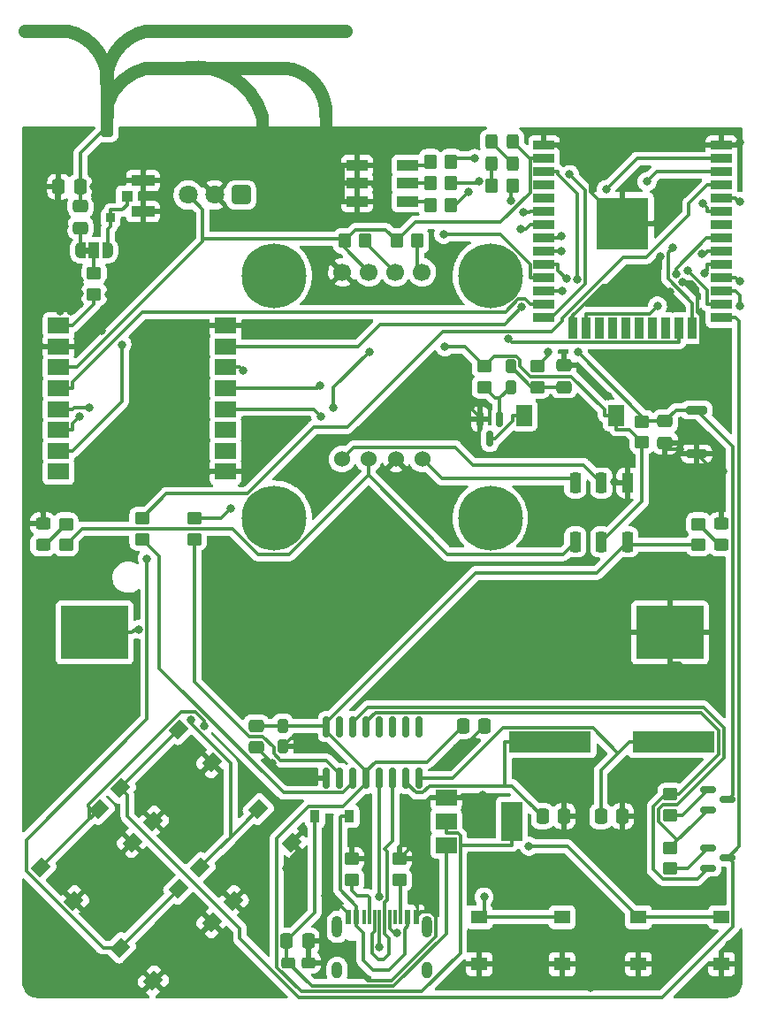
<source format=gbr>
G04 #@! TF.GenerationSoftware,KiCad,Pcbnew,6.0.11-2627ca5db0~126~ubuntu20.04.1*
G04 #@! TF.CreationDate,2023-07-03T19:36:09-05:00*
G04 #@! TF.ProjectId,iot-badge-915,696f742d-6261-4646-9765-2d3931352e6b,rev?*
G04 #@! TF.SameCoordinates,Original*
G04 #@! TF.FileFunction,Copper,L1,Top*
G04 #@! TF.FilePolarity,Positive*
%FSLAX46Y46*%
G04 Gerber Fmt 4.6, Leading zero omitted, Abs format (unit mm)*
G04 Created by KiCad (PCBNEW 6.0.11-2627ca5db0~126~ubuntu20.04.1) date 2023-07-03 19:36:09*
%MOMM*%
%LPD*%
G01*
G04 APERTURE LIST*
G04 Aperture macros list*
%AMRoundRect*
0 Rectangle with rounded corners*
0 $1 Rounding radius*
0 $2 $3 $4 $5 $6 $7 $8 $9 X,Y pos of 4 corners*
0 Add a 4 corners polygon primitive as box body*
4,1,4,$2,$3,$4,$5,$6,$7,$8,$9,$2,$3,0*
0 Add four circle primitives for the rounded corners*
1,1,$1+$1,$2,$3*
1,1,$1+$1,$4,$5*
1,1,$1+$1,$6,$7*
1,1,$1+$1,$8,$9*
0 Add four rect primitives between the rounded corners*
20,1,$1+$1,$2,$3,$4,$5,0*
20,1,$1+$1,$4,$5,$6,$7,0*
20,1,$1+$1,$6,$7,$8,$9,0*
20,1,$1+$1,$8,$9,$2,$3,0*%
%AMRotRect*
0 Rectangle, with rotation*
0 The origin of the aperture is its center*
0 $1 length*
0 $2 width*
0 $3 Rotation angle, in degrees counterclockwise*
0 Add horizontal line*
21,1,$1,$2,0,0,$3*%
%AMFreePoly0*
4,1,22,0.550000,-0.750000,0.000000,-0.750000,0.000000,-0.745033,-0.079941,-0.743568,-0.215256,-0.701293,-0.333266,-0.622738,-0.424486,-0.514219,-0.481581,-0.384460,-0.499164,-0.250000,-0.500000,-0.250000,-0.500000,0.250000,-0.499164,0.250000,-0.499963,0.256109,-0.478152,0.396186,-0.417904,0.524511,-0.324060,0.630769,-0.204165,0.706417,-0.067858,0.745374,0.000000,0.744959,0.000000,0.750000,
0.550000,0.750000,0.550000,-0.750000,0.550000,-0.750000,$1*%
%AMFreePoly1*
4,1,20,0.000000,0.744959,0.073905,0.744508,0.209726,0.703889,0.328688,0.626782,0.421226,0.519385,0.479903,0.390333,0.500000,0.250000,0.500000,-0.250000,0.499851,-0.262216,0.476331,-0.402017,0.414519,-0.529596,0.319384,-0.634700,0.198574,-0.708877,0.061801,-0.746166,0.000000,-0.745033,0.000000,-0.750000,-0.550000,-0.750000,-0.550000,0.750000,0.000000,0.750000,0.000000,0.744959,
0.000000,0.744959,$1*%
G04 Aperture macros list end*
G04 #@! TA.AperFunction,EtchedComponent*
%ADD10C,1.270000*%
G04 #@! TD*
G04 #@! TA.AperFunction,SMDPad,CuDef*
%ADD11R,0.900000X1.200000*%
G04 #@! TD*
G04 #@! TA.AperFunction,SMDPad,CuDef*
%ADD12RoundRect,0.250000X-0.350000X-0.450000X0.350000X-0.450000X0.350000X0.450000X-0.350000X0.450000X0*%
G04 #@! TD*
G04 #@! TA.AperFunction,SMDPad,CuDef*
%ADD13RoundRect,0.250000X-0.337500X-0.475000X0.337500X-0.475000X0.337500X0.475000X-0.337500X0.475000X0*%
G04 #@! TD*
G04 #@! TA.AperFunction,SMDPad,CuDef*
%ADD14RoundRect,0.250000X-0.350000X-0.750000X0.350000X-0.750000X0.350000X0.750000X-0.350000X0.750000X0*%
G04 #@! TD*
G04 #@! TA.AperFunction,SMDPad,CuDef*
%ADD15RoundRect,0.250000X-0.275000X0.400000X-0.275000X-0.400000X0.275000X-0.400000X0.275000X0.400000X0*%
G04 #@! TD*
G04 #@! TA.AperFunction,SMDPad,CuDef*
%ADD16RoundRect,0.250000X-0.325000X-0.450000X0.325000X-0.450000X0.325000X0.450000X-0.325000X0.450000X0*%
G04 #@! TD*
G04 #@! TA.AperFunction,SMDPad,CuDef*
%ADD17R,6.400000X5.100000*%
G04 #@! TD*
G04 #@! TA.AperFunction,SMDPad,CuDef*
%ADD18RoundRect,0.250000X-0.400000X-0.275000X0.400000X-0.275000X0.400000X0.275000X-0.400000X0.275000X0*%
G04 #@! TD*
G04 #@! TA.AperFunction,SMDPad,CuDef*
%ADD19RoundRect,0.250000X-0.450000X0.350000X-0.450000X-0.350000X0.450000X-0.350000X0.450000X0.350000X0*%
G04 #@! TD*
G04 #@! TA.AperFunction,SMDPad,CuDef*
%ADD20RoundRect,0.250000X-0.475000X0.337500X-0.475000X-0.337500X0.475000X-0.337500X0.475000X0.337500X0*%
G04 #@! TD*
G04 #@! TA.AperFunction,SMDPad,CuDef*
%ADD21RoundRect,0.250000X-0.450000X0.325000X-0.450000X-0.325000X0.450000X-0.325000X0.450000X0.325000X0*%
G04 #@! TD*
G04 #@! TA.AperFunction,SMDPad,CuDef*
%ADD22R,2.000000X0.900000*%
G04 #@! TD*
G04 #@! TA.AperFunction,SMDPad,CuDef*
%ADD23R,0.900000X2.000000*%
G04 #@! TD*
G04 #@! TA.AperFunction,SMDPad,CuDef*
%ADD24R,5.000000X5.000000*%
G04 #@! TD*
G04 #@! TA.AperFunction,SMDPad,CuDef*
%ADD25R,1.050000X1.000000*%
G04 #@! TD*
G04 #@! TA.AperFunction,SMDPad,CuDef*
%ADD26R,2.200000X1.050000*%
G04 #@! TD*
G04 #@! TA.AperFunction,SMDPad,CuDef*
%ADD27RotRect,1.550000X1.300000X45.000000*%
G04 #@! TD*
G04 #@! TA.AperFunction,SMDPad,CuDef*
%ADD28R,0.600000X1.450000*%
G04 #@! TD*
G04 #@! TA.AperFunction,SMDPad,CuDef*
%ADD29R,0.300000X1.450000*%
G04 #@! TD*
G04 #@! TA.AperFunction,ComponentPad*
%ADD30O,1.000000X2.100000*%
G04 #@! TD*
G04 #@! TA.AperFunction,ComponentPad*
%ADD31O,1.000000X1.600000*%
G04 #@! TD*
G04 #@! TA.AperFunction,SMDPad,CuDef*
%ADD32R,2.000000X1.500000*%
G04 #@! TD*
G04 #@! TA.AperFunction,SMDPad,CuDef*
%ADD33R,2.000000X3.800000*%
G04 #@! TD*
G04 #@! TA.AperFunction,SMDPad,CuDef*
%ADD34R,1.550000X1.300000*%
G04 #@! TD*
G04 #@! TA.AperFunction,SMDPad,CuDef*
%ADD35RoundRect,0.150000X-0.587500X-0.150000X0.587500X-0.150000X0.587500X0.150000X-0.587500X0.150000X0*%
G04 #@! TD*
G04 #@! TA.AperFunction,SMDPad,CuDef*
%ADD36RoundRect,0.250000X0.450000X-0.350000X0.450000X0.350000X-0.450000X0.350000X-0.450000X-0.350000X0*%
G04 #@! TD*
G04 #@! TA.AperFunction,SMDPad,CuDef*
%ADD37FreePoly0,0.000000*%
G04 #@! TD*
G04 #@! TA.AperFunction,SMDPad,CuDef*
%ADD38R,1.000000X1.500000*%
G04 #@! TD*
G04 #@! TA.AperFunction,SMDPad,CuDef*
%ADD39FreePoly1,0.000000*%
G04 #@! TD*
G04 #@! TA.AperFunction,SMDPad,CuDef*
%ADD40R,7.875000X2.000000*%
G04 #@! TD*
G04 #@! TA.AperFunction,SMDPad,CuDef*
%ADD41RoundRect,0.150000X0.150000X-0.825000X0.150000X0.825000X-0.150000X0.825000X-0.150000X-0.825000X0*%
G04 #@! TD*
G04 #@! TA.AperFunction,ComponentPad*
%ADD42C,6.200000*%
G04 #@! TD*
G04 #@! TA.AperFunction,ComponentPad*
%ADD43C,1.700000*%
G04 #@! TD*
G04 #@! TA.AperFunction,ComponentPad*
%ADD44C,1.524000*%
G04 #@! TD*
G04 #@! TA.AperFunction,ComponentPad*
%ADD45RoundRect,0.248400X0.651600X0.651600X-0.651600X0.651600X-0.651600X-0.651600X0.651600X-0.651600X0*%
G04 #@! TD*
G04 #@! TA.AperFunction,ComponentPad*
%ADD46C,1.800000*%
G04 #@! TD*
G04 #@! TA.AperFunction,SMDPad,CuDef*
%ADD47RoundRect,0.150000X-0.150000X0.587500X-0.150000X-0.587500X0.150000X-0.587500X0.150000X0.587500X0*%
G04 #@! TD*
G04 #@! TA.AperFunction,SMDPad,CuDef*
%ADD48R,1.500000X2.000000*%
G04 #@! TD*
G04 #@! TA.AperFunction,SMDPad,CuDef*
%ADD49RoundRect,0.275000X-0.275000X0.700000X-0.275000X-0.700000X0.275000X-0.700000X0.275000X0.700000X0*%
G04 #@! TD*
G04 #@! TA.AperFunction,SMDPad,CuDef*
%ADD50RoundRect,0.250000X0.475000X-0.337500X0.475000X0.337500X-0.475000X0.337500X-0.475000X-0.337500X0*%
G04 #@! TD*
G04 #@! TA.AperFunction,ComponentPad*
%ADD51R,0.850000X0.850000*%
G04 #@! TD*
G04 #@! TA.AperFunction,SMDPad,CuDef*
%ADD52R,2.000000X1.100000*%
G04 #@! TD*
G04 #@! TA.AperFunction,SMDPad,CuDef*
%ADD53RoundRect,0.200000X0.800000X-0.200000X0.800000X0.200000X-0.800000X0.200000X-0.800000X-0.200000X0*%
G04 #@! TD*
G04 #@! TA.AperFunction,ViaPad*
%ADD54C,0.800000*%
G04 #@! TD*
G04 #@! TA.AperFunction,Conductor*
%ADD55C,0.300000*%
G04 #@! TD*
G04 #@! TA.AperFunction,Conductor*
%ADD56C,0.299800*%
G04 #@! TD*
G04 APERTURE END LIST*
D10*
X112449000Y-60452000D02*
X125650000Y-60452000D01*
X112449000Y-56896000D02*
X131535000Y-56896000D01*
X108639000Y-60906000D02*
X108639000Y-65060000D01*
X100765000Y-56896000D02*
X104829000Y-56896000D01*
X112449000Y-56895999D02*
G75*
G03*
X108639000Y-62260000I1021889J-4760943D01*
G01*
X129594000Y-65060000D02*
G75*
G03*
X125650000Y-60452000I-4276000J332000D01*
G01*
X108638999Y-62260000D02*
G75*
G03*
X104829000Y-56896000I-4831888J603058D01*
G01*
X112449000Y-60451999D02*
G75*
G03*
X108639000Y-63960000I1133018J-5053558D01*
G01*
X123498000Y-65060000D02*
G75*
G03*
X116150000Y-60452000I-6278198J-1848701D01*
G01*
G36*
X107000000Y-78200000D02*
G01*
X106500000Y-78200000D01*
X106500000Y-77600000D01*
X107000000Y-77600000D01*
X107000000Y-78200000D01*
G37*
D11*
X128550000Y-132100000D03*
X131850000Y-132100000D03*
D12*
X139600000Y-73600000D03*
X141600000Y-73600000D03*
D13*
X104012500Y-71800000D03*
X106087500Y-71800000D03*
D14*
X108639000Y-66060000D03*
X129594000Y-66060000D03*
X123498000Y-66060000D03*
D12*
X145500000Y-71700000D03*
X147500000Y-71700000D03*
X139600000Y-69400000D03*
X141600000Y-69400000D03*
D13*
X125823800Y-144000000D03*
X127898800Y-144000000D03*
D15*
X125476000Y-123444000D03*
X125476000Y-125394000D03*
D16*
X145475000Y-67500000D03*
X147525000Y-67500000D03*
D17*
X107450000Y-114500000D03*
X162550000Y-114500000D03*
D13*
X150346500Y-132080000D03*
X152421500Y-132080000D03*
D18*
X126025000Y-146100000D03*
X127975000Y-146100000D03*
D19*
X107400000Y-80100000D03*
X107400000Y-82100000D03*
D20*
X162100000Y-94252500D03*
X162100000Y-96327500D03*
D21*
X167500000Y-104075000D03*
X167500000Y-106125000D03*
D22*
X150500000Y-67845000D03*
X150500000Y-69115000D03*
X150500000Y-70385000D03*
X150500000Y-71655000D03*
X150500000Y-72925000D03*
X150500000Y-74195000D03*
X150500000Y-75465000D03*
X150500000Y-76735000D03*
X150500000Y-78005000D03*
X150500000Y-79275000D03*
X150500000Y-80545000D03*
X150500000Y-81815000D03*
X150500000Y-83085000D03*
X150500000Y-84355000D03*
D23*
X153285000Y-85355000D03*
X154555000Y-85355000D03*
X155825000Y-85355000D03*
X157095000Y-85355000D03*
X158365000Y-85355000D03*
X159635000Y-85355000D03*
X160905000Y-85355000D03*
X162175000Y-85355000D03*
X163445000Y-85355000D03*
X164715000Y-85355000D03*
D22*
X167500000Y-84355000D03*
X167500000Y-83085000D03*
X167500000Y-81815000D03*
X167500000Y-80545000D03*
X167500000Y-79275000D03*
X167500000Y-78005000D03*
X167500000Y-76735000D03*
X167500000Y-75465000D03*
X167500000Y-74195000D03*
X167500000Y-72925000D03*
X167500000Y-71655000D03*
X167500000Y-70385000D03*
X167500000Y-69115000D03*
X167500000Y-67845000D03*
D24*
X158000000Y-75345000D03*
D25*
X110550000Y-72700000D03*
D26*
X112075000Y-71225000D03*
X112075000Y-74175000D03*
D27*
X109898260Y-129369759D03*
X115519759Y-123748260D03*
X118701740Y-126930241D03*
X113080241Y-132551740D03*
D28*
X131750000Y-141751000D03*
X132550000Y-141751000D03*
D29*
X133750000Y-141751000D03*
X134750000Y-141751000D03*
X135250000Y-141751000D03*
X136250000Y-141751000D03*
D28*
X137450000Y-141751000D03*
X138250000Y-141751000D03*
X138250000Y-141751000D03*
X137450000Y-141751000D03*
D29*
X136750000Y-141751000D03*
X135750000Y-141751000D03*
X134250000Y-141751000D03*
X133250000Y-141751000D03*
D28*
X132550000Y-141751000D03*
X131750000Y-141751000D03*
D30*
X130680000Y-142666000D03*
D31*
X139320000Y-146846000D03*
X130680000Y-146846000D03*
D30*
X139320000Y-142666000D03*
D19*
X112000000Y-103550000D03*
X112000000Y-105550000D03*
D12*
X136387100Y-77000000D03*
X138387100Y-77000000D03*
D32*
X141122000Y-130288000D03*
D33*
X147422000Y-132588000D03*
D32*
X141122000Y-132588000D03*
X141122000Y-134888000D03*
D34*
X152236400Y-141750000D03*
X144286400Y-141750000D03*
X144286400Y-146250000D03*
X152236400Y-146250000D03*
D27*
X115519759Y-139048260D03*
X109898260Y-144669759D03*
X113080241Y-147851740D03*
X118701740Y-142230241D03*
D15*
X147320000Y-89025000D03*
X147320000Y-90975000D03*
D35*
X166194500Y-129558000D03*
X166194500Y-131458000D03*
X168069500Y-130508000D03*
D36*
X149860000Y-91000000D03*
X149860000Y-89000000D03*
D13*
X155934500Y-132080000D03*
X158009500Y-132080000D03*
D20*
X122936000Y-123422500D03*
X122936000Y-125497500D03*
D36*
X136652000Y-138160000D03*
X136652000Y-136160000D03*
D37*
X106100000Y-77900000D03*
D38*
X107400000Y-77900000D03*
D39*
X108700000Y-77900000D03*
D40*
X151062500Y-125000000D03*
X162937500Y-125000000D03*
D12*
X131392900Y-77000000D03*
X133392900Y-77000000D03*
D41*
X129667000Y-128459000D03*
X130937000Y-128459000D03*
X132207000Y-128459000D03*
X133477000Y-128459000D03*
X134747000Y-128459000D03*
X136017000Y-128459000D03*
X137287000Y-128459000D03*
X138557000Y-128459000D03*
X138557000Y-123509000D03*
X137287000Y-123509000D03*
X136017000Y-123509000D03*
X134747000Y-123509000D03*
X133477000Y-123509000D03*
X132207000Y-123509000D03*
X130937000Y-123509000D03*
X129667000Y-123509000D03*
D42*
X145350000Y-103548000D03*
X145350000Y-80348000D03*
X124650000Y-80348000D03*
X124650000Y-103548000D03*
D43*
X131190000Y-79998000D03*
X133730000Y-79998000D03*
X136270000Y-79998000D03*
X138810000Y-79998000D03*
D44*
X131137000Y-97898000D03*
X133677000Y-97898000D03*
X136323000Y-97898000D03*
X138863000Y-97898000D03*
D34*
X159546400Y-141750000D03*
X167496400Y-141750000D03*
X167496400Y-146250000D03*
X159546400Y-146250000D03*
D16*
X145475000Y-69600000D03*
X147525000Y-69600000D03*
D12*
X139600000Y-71500000D03*
X141600000Y-71500000D03*
D20*
X106100000Y-73662500D03*
X106100000Y-75737500D03*
D27*
X117528260Y-137019759D03*
X123149759Y-131398260D03*
X126331740Y-134580241D03*
X120710241Y-140201740D03*
D36*
X132080000Y-138160000D03*
X132080000Y-136160000D03*
D45*
X121500000Y-72600000D03*
D46*
X118960000Y-72600000D03*
X116420000Y-72600000D03*
D35*
X166194500Y-135146000D03*
X166194500Y-137046000D03*
X168069500Y-136096000D03*
D47*
X146250000Y-94062500D03*
X144350000Y-94062500D03*
X145300000Y-95937500D03*
D48*
X157400000Y-93700000D03*
X148600000Y-93700000D03*
D36*
X162560000Y-132000000D03*
X162560000Y-130000000D03*
D49*
X153500000Y-105825000D03*
X156000000Y-105825000D03*
X158500000Y-105825000D03*
X153500000Y-100175000D03*
X156000000Y-100175000D03*
X158500000Y-100175000D03*
D50*
X152400000Y-90975000D03*
X152400000Y-88900000D03*
D21*
X102500000Y-104075000D03*
X102500000Y-106125000D03*
D32*
X104000000Y-85100000D03*
X104000000Y-87100000D03*
X104000000Y-89100000D03*
X104000000Y-91100000D03*
X104000000Y-93100000D03*
X104000000Y-95100000D03*
X104000000Y-97100000D03*
X104000000Y-99100000D03*
X120000000Y-99100000D03*
X120000000Y-97100000D03*
X120000000Y-95100000D03*
X120000000Y-93100000D03*
X120000000Y-91100000D03*
X120000000Y-89100000D03*
X120000000Y-87100000D03*
X120000000Y-85100000D03*
D19*
X104700000Y-104100000D03*
X104700000Y-106100000D03*
X165300000Y-104100000D03*
X165300000Y-106100000D03*
D51*
X109000000Y-74800000D03*
D19*
X144780000Y-89000000D03*
X144780000Y-91000000D03*
D27*
X102268260Y-137019759D03*
X107889759Y-131398260D03*
X111071740Y-134580241D03*
X105450241Y-140201740D03*
D13*
X142726500Y-123444000D03*
X144801500Y-123444000D03*
D36*
X162560000Y-137096000D03*
X162560000Y-135096000D03*
D52*
X132600000Y-69800000D03*
X132600000Y-71500000D03*
X132600000Y-73200000D03*
X137400000Y-73200000D03*
X137400000Y-71500000D03*
X137400000Y-69800000D03*
D53*
X165100000Y-97390000D03*
X165100000Y-93190000D03*
D19*
X117000000Y-103550000D03*
X117000000Y-105550000D03*
D36*
X159900000Y-96290000D03*
X159900000Y-94290000D03*
D54*
X147116000Y-86392900D03*
X164268000Y-79838700D03*
X169245000Y-73198500D03*
X120475000Y-102603000D03*
X148533000Y-74251000D03*
X110058000Y-86919000D03*
X106046000Y-93800400D03*
X148247000Y-75839700D03*
X140894000Y-76375600D03*
X106985000Y-92933800D03*
X121662000Y-89393800D03*
X152227000Y-81771600D03*
X129115000Y-93792800D03*
X165896000Y-80128600D03*
X148340000Y-83339700D03*
X165651000Y-78222100D03*
X129052000Y-90819600D03*
X163124000Y-80213500D03*
X111725000Y-114177000D03*
X140000000Y-103000000D03*
X104600000Y-79200000D03*
X110500000Y-76400000D03*
X107200000Y-69088000D03*
X125816000Y-137063000D03*
X158000000Y-75345000D03*
X161624000Y-78450200D03*
X132080000Y-81800000D03*
X104600000Y-78000000D03*
X106772000Y-141286000D03*
X167640000Y-88900000D03*
X152550000Y-148077000D03*
X127000000Y-124600000D03*
X124460000Y-127000000D03*
X109728000Y-68072000D03*
X113700000Y-75700000D03*
X167640000Y-99060000D03*
X114300000Y-70800000D03*
X137534000Y-132943000D03*
X104600000Y-75600000D03*
X107000000Y-86360000D03*
X106000000Y-80800000D03*
X109100000Y-73000000D03*
X103700000Y-73400000D03*
X163462600Y-96968100D03*
X105800000Y-79600000D03*
X160090000Y-148077000D03*
X143424700Y-92967100D03*
X162560000Y-73660000D03*
X121920000Y-148500000D03*
X107400000Y-71800000D03*
X116945000Y-140822000D03*
X116909500Y-86099700D03*
X144272000Y-132588000D03*
X116840000Y-134620000D03*
X103632000Y-70104000D03*
X105800000Y-86360000D03*
X107200000Y-70600000D03*
X142240000Y-126300000D03*
X168230000Y-144367000D03*
X117250000Y-98072300D03*
X104600000Y-76800000D03*
X149860000Y-129540000D03*
X102500000Y-70600000D03*
X154940000Y-148500000D03*
X114300000Y-73200000D03*
X105200000Y-83750500D03*
X169245000Y-67547500D03*
X109800000Y-70600000D03*
X127000000Y-137160000D03*
X157250000Y-100118200D03*
X108800000Y-84500000D03*
X112500000Y-69700000D03*
X109300000Y-79700000D03*
X113700000Y-69700000D03*
X108204000Y-68072000D03*
X129540000Y-139700000D03*
X108100000Y-85600000D03*
X105156000Y-67564000D03*
X163775109Y-80971829D03*
X106000000Y-83100000D03*
X164250000Y-118159000D03*
X110200000Y-77600000D03*
X160020000Y-81280000D03*
X168000000Y-148500000D03*
X112500000Y-75700000D03*
X104140000Y-83750500D03*
X116942000Y-129040000D03*
X114214000Y-148873000D03*
X104600000Y-74300000D03*
X110236000Y-66548000D03*
X156611400Y-91849400D03*
X160020000Y-114300000D03*
X122160000Y-141328000D03*
X152550000Y-133745000D03*
X108800000Y-82100000D03*
X114435000Y-133659000D03*
X107500000Y-73000000D03*
X106172000Y-66548000D03*
X129540000Y-85500000D03*
X144611000Y-130084000D03*
X111760000Y-137160000D03*
X101505000Y-86510600D03*
X114300000Y-74400000D03*
X108800000Y-83300000D03*
X108800000Y-80900000D03*
X167307000Y-101749100D03*
X157984000Y-133745000D03*
X144750000Y-148077000D03*
X132080000Y-134620000D03*
X106000000Y-82000000D03*
X102500000Y-71800000D03*
X152000000Y-96520000D03*
X110200000Y-78800000D03*
X104648000Y-69088000D03*
X111300000Y-75700000D03*
X162540425Y-81857040D03*
X114300000Y-72000000D03*
X134300000Y-71640900D03*
X109229000Y-136724000D03*
X102500000Y-73200000D03*
X109100000Y-71800000D03*
X165100000Y-67000000D03*
X101905000Y-101749000D03*
X153691000Y-80656000D03*
X153755000Y-87630600D03*
X134750000Y-144650000D03*
X134700000Y-139782000D03*
X136415000Y-143256000D03*
X141009000Y-87136600D03*
X152632000Y-80644300D03*
X150927000Y-87646300D03*
X165735000Y-73438000D03*
X143850000Y-69107100D03*
X144288000Y-71273300D03*
X160364000Y-71306500D03*
X156450000Y-72064900D03*
X143278000Y-72336000D03*
X147357000Y-73140100D03*
X162801000Y-77678900D03*
X152161000Y-76523900D03*
X133742000Y-87610200D03*
X130308000Y-92967100D03*
X149053000Y-134955000D03*
X152158000Y-77986800D03*
X144750000Y-139819000D03*
X161368000Y-83217900D03*
X112486000Y-107420000D03*
X169245000Y-83235000D03*
X117957000Y-123448000D03*
X116667000Y-122824000D03*
X169245000Y-80862400D03*
X152944000Y-70648800D03*
D55*
X133677000Y-99400400D02*
X133677000Y-97898000D01*
X126064000Y-107013000D02*
X133677000Y-99400400D01*
X120629000Y-104550000D02*
X123092000Y-107013000D01*
X141275000Y-106998000D02*
X133677000Y-99400400D01*
X104700000Y-106100000D02*
X106250000Y-104550000D01*
X152327000Y-106998000D02*
X141275000Y-106998000D01*
X153500000Y-105825000D02*
X152327000Y-106998000D01*
X123092000Y-107013000D02*
X126064000Y-107013000D01*
X106250000Y-104550000D02*
X120629000Y-104550000D01*
X125824000Y-144014800D02*
X125824000Y-144007400D01*
X125824000Y-144001800D02*
X125824000Y-144000900D01*
X125824000Y-144118500D02*
X125824000Y-144059200D01*
X125824000Y-144949000D02*
X125824000Y-144474000D01*
X125824000Y-144003700D02*
X125824000Y-144001800D01*
X128550000Y-141274000D02*
X128550000Y-132100000D01*
X125824000Y-144007400D02*
X125824000Y-144003700D01*
X125824000Y-144000200D02*
X125824000Y-144000100D01*
X125824000Y-144001800D02*
X125824000Y-144000900D01*
X125824000Y-144059200D02*
X125824000Y-144029600D01*
X125824000Y-144029600D02*
X125824000Y-144014800D01*
X125824000Y-144474000D02*
X125824000Y-144237000D01*
X141122000Y-134888000D02*
X141122000Y-143323000D01*
X125824000Y-144000400D02*
X125824000Y-144000200D01*
X125824000Y-144000200D02*
X125824000Y-144000100D01*
X125824000Y-144007400D02*
X125824000Y-144003700D01*
X126025000Y-146100000D02*
X125824000Y-145899000D01*
X125824000Y-144000000D02*
X128550000Y-141274000D01*
X125824000Y-144000400D02*
X125824000Y-144000200D01*
X125824000Y-144003700D02*
X125824000Y-144001800D01*
X125824000Y-144237000D02*
X125824000Y-144118500D01*
X125824000Y-144059200D02*
X125824000Y-144029600D01*
X125824000Y-144003700D02*
X125824000Y-144001800D01*
X125824000Y-144000100D02*
X125824000Y-144000000D01*
X125824000Y-144474000D02*
X125824000Y-144237000D01*
X125824000Y-144014800D02*
X125824000Y-144007400D01*
X125824000Y-144000000D02*
X125823800Y-144000000D01*
X125824000Y-144118500D02*
X125824000Y-144059200D01*
X125824000Y-144029600D02*
X125824000Y-144014800D01*
X125824000Y-144000900D02*
X125824000Y-144000400D01*
X125824000Y-144014800D02*
X125824000Y-144007400D01*
X141122000Y-143323000D02*
X136100000Y-148345000D01*
X125824000Y-144000100D02*
X125824000Y-144000000D01*
X125824000Y-144000200D02*
X125824000Y-144000100D01*
X125824000Y-144059200D02*
X125824000Y-144029600D01*
X125824000Y-144007400D02*
X125824000Y-144003700D01*
X125824000Y-144237000D02*
X125824000Y-144118500D01*
X125824000Y-144949000D02*
X125824000Y-144474000D01*
X125824000Y-144950000D02*
X125824000Y-144949000D01*
X125824000Y-144000400D02*
X125824000Y-144000200D01*
X125824000Y-144118500D02*
X125824000Y-144059200D01*
X125824000Y-144950000D02*
X125824000Y-144949000D01*
X125824000Y-144474000D02*
X125824000Y-144237000D01*
X128270000Y-148345000D02*
X126025000Y-146100000D01*
X125824000Y-144237000D02*
X125824000Y-144118500D01*
X125824000Y-145899000D02*
X125824000Y-144950000D01*
X125824000Y-144029600D02*
X125824000Y-144014800D01*
X125824000Y-144000900D02*
X125824000Y-144000400D01*
X136100000Y-148345000D02*
X128270000Y-148345000D01*
X125824000Y-144000100D02*
X125824000Y-144000000D01*
X125824000Y-144000900D02*
X125824000Y-144000400D01*
X125824000Y-144001800D02*
X125824000Y-144000900D01*
X146775000Y-125000000D02*
X151062000Y-125000000D01*
X139511000Y-129188000D02*
X146775000Y-129188000D01*
X138864000Y-129836000D02*
X139511000Y-129188000D01*
X148978000Y-130712000D02*
X149434000Y-131168000D01*
X138243000Y-129836000D02*
X138864000Y-129836000D01*
X149890500Y-131624000D02*
X150346500Y-132080000D01*
X149434000Y-131168000D02*
X149890000Y-131624000D01*
X148978000Y-130712000D02*
X149434000Y-131168000D01*
X146775000Y-129188000D02*
X146775000Y-125000000D01*
X146775000Y-129188000D02*
X147454000Y-129188000D01*
X149890000Y-131624000D02*
X150346000Y-132080000D01*
X137287000Y-128459000D02*
X137287000Y-128880000D01*
X137287000Y-128880000D02*
X138243000Y-129836000D01*
X149890000Y-131624000D02*
X149890500Y-131624000D01*
X147454000Y-129188000D02*
X148978000Y-130712000D01*
X151062000Y-125000000D02*
X151062500Y-125000000D01*
X162937500Y-125000000D02*
X158650000Y-125000000D01*
X155934000Y-128807000D02*
X155934000Y-129898000D01*
X158650000Y-125000000D02*
X157584000Y-126066000D01*
X155934000Y-130989000D02*
X155934000Y-132080000D01*
X155168000Y-123650000D02*
X157584000Y-126066000D01*
X155934000Y-129898000D02*
X155934000Y-130989000D01*
X155934500Y-130989500D02*
X155934500Y-132080000D01*
X138557000Y-128459000D02*
X141781000Y-128459000D01*
X155934000Y-127715000D02*
X155934000Y-128806000D01*
X157584000Y-126066000D02*
X155934000Y-127715000D01*
X155934000Y-130989000D02*
X155934500Y-130989500D01*
X155934000Y-128806000D02*
X155934000Y-128807000D01*
X155934000Y-128806000D02*
X155934000Y-128807000D01*
X146590000Y-123650000D02*
X155168000Y-123650000D01*
X155934000Y-128807000D02*
X155934000Y-129898000D01*
X162938000Y-125000000D02*
X162937500Y-125000000D01*
X141781000Y-128459000D02*
X146590000Y-123650000D01*
X133393000Y-77090600D02*
X133393000Y-77090500D01*
X163445000Y-86705100D02*
X147428000Y-86705100D01*
X133393000Y-77030200D02*
X133393000Y-77000000D01*
X133393000Y-77090500D02*
X133393000Y-77060400D01*
X133393000Y-77090600D02*
X133393000Y-77090500D01*
X133392900Y-77030100D02*
X133392900Y-77000000D01*
X136270000Y-79998000D02*
X133393000Y-77120900D01*
X133393000Y-77120900D02*
X133393000Y-77090600D01*
X133393000Y-77030200D02*
X133392900Y-77030100D01*
X163445000Y-85355000D02*
X163445000Y-86705100D01*
X147428000Y-86705100D02*
X147116000Y-86392900D01*
X133393000Y-77060400D02*
X133393000Y-77030200D01*
X133393000Y-77090500D02*
X133393000Y-77060400D01*
X166150000Y-83085000D02*
X166150000Y-81720500D01*
X138387000Y-77643700D02*
X138387100Y-77643600D01*
X138387000Y-78287500D02*
X138387000Y-77643700D01*
X138387000Y-78931200D02*
X138387000Y-78287500D01*
X138387100Y-77643600D02*
X138387100Y-77000000D01*
X138387000Y-79575100D02*
X138387000Y-78931300D01*
X138387000Y-77643700D02*
X138387000Y-77000000D01*
X138387000Y-78931300D02*
X138387000Y-78931200D01*
X138810000Y-79998000D02*
X138387000Y-79575100D01*
X166150000Y-81720500D02*
X164268000Y-79838700D01*
X167500000Y-83085000D02*
X166150000Y-83085000D01*
X138387000Y-78931300D02*
X138387000Y-78931200D01*
X138387000Y-78931200D02*
X138387000Y-78287500D01*
X169124000Y-73198500D02*
X169245000Y-73198500D01*
X167500000Y-72925000D02*
X168850000Y-72925000D01*
X117000000Y-103550000D02*
X119528000Y-103550000D01*
X119528000Y-103550000D02*
X120475000Y-102603000D01*
X168850000Y-72925000D02*
X169124000Y-73198500D01*
X122274000Y-124460000D02*
X123575000Y-124460000D01*
X124600000Y-125485000D02*
X124600000Y-126104000D01*
X123575000Y-124460000D02*
X124600000Y-125485000D01*
X124600000Y-126104000D02*
X125239000Y-126743000D01*
X117000000Y-119186000D02*
X122274000Y-124460000D01*
X129650000Y-126743000D02*
X130937000Y-128030000D01*
X117000000Y-105550000D02*
X117000000Y-119186000D01*
X125239000Y-126743000D02*
X129650000Y-126743000D01*
X130937000Y-128030000D02*
X130937000Y-128459000D01*
X114347000Y-101203000D02*
X112000000Y-103550000D01*
X158111000Y-78569300D02*
X152228000Y-84451600D01*
X131624000Y-94821800D02*
X128439000Y-94821800D01*
X164383000Y-73421600D02*
X164383000Y-74488700D01*
X140803000Y-85642800D02*
X131624000Y-94821800D01*
X152228000Y-84648100D02*
X151234000Y-85642800D01*
X164383000Y-74488700D02*
X160303000Y-78569300D01*
X128439000Y-94821800D02*
X122058000Y-101203000D01*
X160303000Y-78569300D02*
X158111000Y-78569300D01*
X167500000Y-71655000D02*
X166150000Y-71655000D01*
X152228000Y-84451600D02*
X152228000Y-84648100D01*
X151234000Y-85642800D02*
X140803000Y-85642800D01*
X166150000Y-71655000D02*
X164383000Y-73421600D01*
X122058000Y-101203000D02*
X114347000Y-101203000D01*
X113646000Y-117941000D02*
X113646000Y-107196000D01*
X113646000Y-107196000D02*
X112000000Y-105550000D01*
X125528000Y-129823000D02*
X113646000Y-117941000D01*
X131265000Y-129823000D02*
X125528000Y-129823000D01*
X132207000Y-128459000D02*
X132207000Y-128882000D01*
X132207000Y-128882000D02*
X131265000Y-129823000D01*
X105350000Y-97100000D02*
X110058000Y-92391800D01*
X149094000Y-74251000D02*
X148533000Y-74251000D01*
X110058000Y-92391800D02*
X110058000Y-86919000D01*
X104000000Y-97100000D02*
X105350000Y-97100000D01*
X149150000Y-74195000D02*
X149094000Y-74251000D01*
X150500000Y-74195000D02*
X149150000Y-74195000D01*
X150500000Y-75465000D02*
X149150000Y-75465000D01*
X148775000Y-75839700D02*
X148247000Y-75839700D01*
X105350000Y-95100000D02*
X105350000Y-94496600D01*
X149150000Y-75465000D02*
X148775000Y-75839700D01*
X105350000Y-94496600D02*
X106046000Y-93800400D01*
X104000000Y-95100000D02*
X105350000Y-95100000D01*
X104000000Y-93100000D02*
X105350000Y-93100000D01*
X105516000Y-92933800D02*
X106985000Y-92933800D01*
X149150000Y-80545000D02*
X149150000Y-79215700D01*
X105350000Y-93100000D02*
X105516000Y-92933800D01*
X149150000Y-79215700D02*
X146310000Y-76375600D01*
X146310000Y-76375600D02*
X140894000Y-76375600D01*
X150500000Y-80545000D02*
X149150000Y-80545000D01*
X151894000Y-81771600D02*
X152227000Y-81771600D01*
X121368000Y-89100000D02*
X121662000Y-89393800D01*
X150500000Y-81815000D02*
X151850000Y-81815000D01*
X151850000Y-81815000D02*
X151894000Y-81771600D01*
X120000000Y-89100000D02*
X121368000Y-89100000D01*
X150500000Y-83085000D02*
X149150000Y-83085000D01*
X105350000Y-91100000D02*
X104000000Y-91100000D01*
X105350000Y-90547300D02*
X105350000Y-91100000D01*
X149150000Y-83085000D02*
X148654000Y-82589600D01*
X148654000Y-82589600D02*
X148029000Y-82589600D01*
X148029000Y-82589600D02*
X146780000Y-83839100D01*
X146780000Y-83839100D02*
X112058000Y-83839100D01*
X112058000Y-83839100D02*
X105350000Y-90547300D01*
X120000000Y-93100000D02*
X128422000Y-93100000D01*
X166150000Y-79874600D02*
X165896000Y-80128600D01*
X167500000Y-79275000D02*
X166150000Y-79275000D01*
X166150000Y-79275000D02*
X166150000Y-79874600D01*
X128422000Y-93100000D02*
X129115000Y-93792800D01*
X163269000Y-134384000D02*
X164732000Y-132921000D01*
X165757000Y-121670000D02*
X167739000Y-123653000D01*
X161499000Y-132615000D02*
X163269000Y-134384000D01*
X132207000Y-123091000D02*
X133628000Y-121670000D01*
X166194500Y-131458500D02*
X166194500Y-131458000D01*
X164732000Y-132921000D02*
X166194500Y-131458500D01*
X161499000Y-131364000D02*
X161499000Y-132615000D01*
X132207000Y-123509000D02*
X132207000Y-123091000D01*
X163210000Y-131000000D02*
X161864000Y-131000000D01*
X133628000Y-121670000D02*
X165757000Y-121670000D01*
X161864000Y-131000000D02*
X161499000Y-131364000D01*
X162560000Y-135092000D02*
X163269000Y-134384000D01*
X167739000Y-126471000D02*
X163210000Y-131000000D01*
X167739000Y-123653000D02*
X167739000Y-126471000D01*
X162560000Y-135096000D02*
X162560000Y-135092000D01*
X106087500Y-71800000D02*
X106087500Y-68611500D01*
X106087500Y-68611500D02*
X108639000Y-66060000D01*
X106100000Y-73662500D02*
X106100000Y-71900000D01*
X165933000Y-78222100D02*
X165651000Y-78222100D01*
X132671000Y-87100000D02*
X134797000Y-84973600D01*
X166150000Y-78005000D02*
X165933000Y-78222100D01*
X134797000Y-84973600D02*
X146706000Y-84973600D01*
X167500000Y-78005000D02*
X166150000Y-78005000D01*
X146706000Y-84973600D02*
X148340000Y-83339700D01*
X120000000Y-87100000D02*
X132671000Y-87100000D01*
X163124000Y-79687400D02*
X166076000Y-76735000D01*
X163124000Y-80213500D02*
X163124000Y-79687400D01*
X128772000Y-91100000D02*
X129052000Y-90819600D01*
X120000000Y-91100000D02*
X128772000Y-91100000D01*
X166076000Y-76735000D02*
X167500000Y-76735000D01*
X111000000Y-114500000D02*
X111323000Y-114177000D01*
X107450000Y-114500000D02*
X111000000Y-114500000D01*
X140704000Y-99738500D02*
X138863000Y-97898000D01*
X111323000Y-114177000D02*
X111725000Y-114177000D01*
X153500000Y-100175000D02*
X153064000Y-99738500D01*
X153064000Y-99738500D02*
X140704000Y-99738500D01*
X142222000Y-133688000D02*
X141122000Y-133688000D01*
X138794000Y-148881000D02*
X142472000Y-145203000D01*
X122941000Y-123428000D02*
X122938500Y-123425000D01*
X122946000Y-123433000D02*
X122941000Y-123428000D01*
X129602000Y-123141000D02*
X143953000Y-108790000D01*
X155534000Y-108790000D02*
X158500000Y-105825000D01*
X133477000Y-127773000D02*
X133477000Y-128459000D01*
X125476000Y-123444000D02*
X122958000Y-123444000D01*
X122936000Y-123422000D02*
X122947000Y-123433000D01*
X122958000Y-123444000D02*
X122947000Y-123433000D01*
X127227000Y-148881000D02*
X138794000Y-148881000D01*
X122936200Y-123422300D02*
X122936000Y-123422000D01*
X158775000Y-106100000D02*
X158500000Y-105825000D01*
X124881000Y-146534000D02*
X127227000Y-148881000D01*
X133477000Y-127773000D02*
X134372000Y-126878000D01*
X129602000Y-123444000D02*
X129602000Y-123141000D01*
X122937300Y-123423500D02*
X122936200Y-123422300D01*
X139292000Y-126878000D02*
X141412500Y-124757500D01*
X122941000Y-123428000D02*
X122938500Y-123425000D01*
X141412500Y-124757500D02*
X141413000Y-124757500D01*
X142472000Y-145203000D02*
X142472000Y-134838000D01*
X141122000Y-133688000D02*
X141122000Y-132588000D01*
X143953000Y-108790000D02*
X155534000Y-108790000D01*
X122938500Y-123425000D02*
X122937300Y-123423500D01*
X122936000Y-123422500D02*
X122936200Y-123422300D01*
X129667000Y-123963000D02*
X133477000Y-127773000D01*
X122947000Y-123433000D02*
X122946000Y-123433000D01*
X122936200Y-123422300D02*
X122936000Y-123422000D01*
X129667000Y-123509000D02*
X129667000Y-123963000D01*
X122938500Y-123425000D02*
X122937300Y-123423500D01*
X147422000Y-134838000D02*
X147422000Y-132588000D01*
X133477000Y-128940000D02*
X131268000Y-131150000D01*
X141413000Y-124757500D02*
X142726500Y-123444000D01*
X124881000Y-134224000D02*
X124881000Y-146534000D01*
X129602000Y-123444000D02*
X125476000Y-123444000D01*
X129667000Y-123509000D02*
X129602000Y-123444000D01*
X127955000Y-131150000D02*
X124881000Y-134224000D01*
X142472000Y-133938000D02*
X142222000Y-133688000D01*
X134372000Y-126878000D02*
X139292000Y-126878000D01*
X142472000Y-134838000D02*
X147422000Y-134838000D01*
X131268000Y-131150000D02*
X127955000Y-131150000D01*
X122937300Y-123423500D02*
X122936200Y-123422300D01*
X133477000Y-128459000D02*
X133477000Y-128940000D01*
X165300000Y-106100000D02*
X158775000Y-106100000D01*
X142472000Y-134838000D02*
X142472000Y-133938000D01*
X167496000Y-145675500D02*
X167496000Y-146250000D01*
X122160000Y-141328000D02*
X121837000Y-141328000D01*
X152236000Y-147006500D02*
X152236400Y-147006100D01*
X165051159Y-81328846D02*
X164694142Y-80971829D01*
X110276000Y-135376000D02*
X110276000Y-135677000D01*
X158010000Y-132900000D02*
X158009500Y-132899500D01*
X153495000Y-83893100D02*
X153285000Y-84102700D01*
X112500000Y-69924900D02*
X112500000Y-69700000D01*
X158443200Y-100118200D02*
X158500000Y-100175000D01*
X114435000Y-133659000D02*
X114188000Y-133659000D01*
X104000000Y-87100000D02*
X102650000Y-87100000D01*
X118702000Y-126930000D02*
X118701700Y-126930300D01*
X121837000Y-141328000D02*
X121273500Y-140765000D01*
X113591000Y-148362500D02*
X113080200Y-147851700D01*
X112075000Y-70349900D02*
X112500000Y-69924900D01*
X116909500Y-86099700D02*
X117909200Y-85100000D01*
X144286400Y-146931100D02*
X144286400Y-146250000D01*
X130556000Y-140716000D02*
X131064000Y-140716000D01*
X158010000Y-132900000D02*
X158010000Y-132080000D01*
X164694142Y-80971829D02*
X163775109Y-80971829D01*
X157984000Y-133745000D02*
X158010000Y-133720000D01*
X168230000Y-144367000D02*
X167496000Y-145101000D01*
X116945000Y-140822000D02*
X117294000Y-140822000D01*
X126332000Y-135995000D02*
X126332000Y-136547000D01*
X112075000Y-75275000D02*
X112075000Y-74175000D01*
X106534000Y-141286000D02*
X105450200Y-140202200D01*
X113634000Y-133105500D02*
X113080200Y-132551700D01*
X160875000Y-75345000D02*
X162560000Y-73660000D01*
X159546000Y-146891500D02*
X159546000Y-146250000D01*
X127975000Y-144076000D02*
X127975000Y-146100000D01*
X144286000Y-147613000D02*
X144286000Y-146931500D01*
X127899000Y-144000000D02*
X127937000Y-144038000D01*
X159546000Y-147533000D02*
X159546000Y-146891500D01*
X152422000Y-132848500D02*
X152422000Y-132080000D01*
X152550000Y-133745000D02*
X152422000Y-133617000D01*
X156611400Y-91849400D02*
X153662000Y-88900000D01*
X165515000Y-86775000D02*
X165515000Y-84120000D01*
X132080000Y-134620000D02*
X132080000Y-136160000D01*
X152236000Y-147006500D02*
X152236000Y-146250000D01*
X113634000Y-133105500D02*
X113080000Y-132552000D01*
X105450200Y-140202200D02*
X105450200Y-140201700D01*
X138250000Y-141751000D02*
X138735000Y-141266000D01*
X144286000Y-146931500D02*
X144286400Y-146931100D01*
X130080000Y-141192000D02*
X130556000Y-140716000D01*
X125897500Y-128459000D02*
X122936000Y-125497500D01*
X124460000Y-127000000D02*
X124438500Y-127000000D01*
X154941000Y-71121000D02*
X151665000Y-67845000D01*
X138735000Y-141266000D02*
X139672000Y-141266000D01*
X126270000Y-124600000D02*
X125476000Y-125394000D01*
X154941000Y-72286000D02*
X154941000Y-71121000D01*
X129540000Y-139700000D02*
X129540000Y-140652000D01*
X139672000Y-141266000D02*
X140170000Y-141764000D01*
X142676000Y-130084000D02*
X144611000Y-130084000D01*
X118701700Y-126930300D02*
X117906000Y-127726000D01*
X121273500Y-140765000D02*
X120710200Y-140201700D01*
X144801500Y-123444500D02*
X144802000Y-123444000D01*
X158000000Y-75345000D02*
X154941000Y-72286000D01*
X103800000Y-73300000D02*
X103800000Y-71900000D01*
X144286000Y-146931500D02*
X144286000Y-146250000D01*
X160020000Y-81280000D02*
X161624000Y-79675500D01*
X124600000Y-127140000D02*
X124600000Y-127161000D01*
X162550000Y-117400000D02*
X163491000Y-117400000D01*
X129667000Y-128459000D02*
X125897500Y-128459000D01*
X142472000Y-130288000D02*
X142676000Y-130084000D01*
X165100000Y-97390000D02*
X163884500Y-97390000D01*
X121273500Y-140765000D02*
X120710000Y-140202000D01*
X129540000Y-140652000D02*
X130080000Y-141192000D01*
X131750000Y-141402000D02*
X131750000Y-141751000D01*
X167640000Y-88900000D02*
X165515000Y-86775000D01*
X162262500Y-96968100D02*
X162100000Y-96805600D01*
X168850000Y-67845000D02*
X169148000Y-67547500D01*
X101905000Y-101749000D02*
X102500000Y-102344000D01*
X153285000Y-84102700D02*
X153285000Y-85355000D01*
X124460000Y-127000000D02*
X124600000Y-127140000D01*
X163884500Y-97390000D02*
X163462600Y-96968100D01*
X122936000Y-125498000D02*
X122958000Y-125498000D01*
X102500000Y-102344000D02*
X102500000Y-104075000D01*
X112075000Y-71225000D02*
X112075000Y-70349900D01*
X165215000Y-83820000D02*
X165215000Y-81492669D01*
X126685500Y-134933500D02*
X127039000Y-135287000D01*
X126685500Y-134933500D02*
X126685000Y-134933500D01*
X152421500Y-132848000D02*
X152421500Y-132080000D01*
X161624000Y-79675500D02*
X161624000Y-78450200D01*
X162100000Y-96805600D02*
X162100000Y-96327500D01*
X114102000Y-148873000D02*
X113591000Y-148362500D01*
X140170000Y-143568000D02*
X135910000Y-147828000D01*
X167500000Y-67845000D02*
X168850000Y-67845000D01*
X126685000Y-134933500D02*
X126331700Y-134580200D01*
X158009500Y-132899500D02*
X158009500Y-132080000D01*
X159546000Y-146891500D02*
X159546400Y-146891100D01*
X144801500Y-123444500D02*
X144801500Y-123444000D01*
X153662000Y-88900000D02*
X152400000Y-88900000D01*
X117294000Y-140822000D02*
X118701700Y-142229700D01*
X113591000Y-148362500D02*
X113080000Y-147852000D01*
X142240000Y-126006000D02*
X144801500Y-123444500D01*
X165515000Y-84120000D02*
X165215000Y-83820000D01*
X126332000Y-136547000D02*
X125816000Y-137063000D01*
X117906000Y-128075000D02*
X116942000Y-129040000D01*
X110276000Y-135677000D02*
X109229000Y-136724000D01*
X112500000Y-75700000D02*
X112075000Y-75275000D01*
X131064000Y-140716000D02*
X131750000Y-141402000D01*
X163462600Y-96968100D02*
X162262500Y-96968100D01*
X162540425Y-81857040D02*
X160597040Y-81857040D01*
X129810000Y-144000000D02*
X128051000Y-144000000D01*
X126332000Y-134580000D02*
X126685500Y-134933500D01*
X144350000Y-93892400D02*
X144350000Y-94062500D01*
X158010000Y-133720000D02*
X158010000Y-132900000D01*
X127039000Y-135287000D02*
X126332000Y-135995000D01*
X167496000Y-145101000D02*
X167496000Y-145675500D01*
X122936500Y-125497500D02*
X122936000Y-125497500D01*
X129810000Y-144000000D02*
X129540000Y-143730000D01*
X152550000Y-148077000D02*
X152236000Y-147763000D01*
X167307000Y-101749100D02*
X167500000Y-101942100D01*
X152422000Y-133617000D02*
X152422000Y-132848500D01*
X132622000Y-146846000D02*
X132622000Y-146812000D01*
X127000000Y-124600000D02*
X126270000Y-124600000D01*
X165215000Y-81492669D02*
X165051159Y-81328846D01*
X160090000Y-148077000D02*
X159546000Y-147533000D01*
X117250000Y-98072300D02*
X118278000Y-99100000D01*
X103700000Y-73400000D02*
X103800000Y-73300000D01*
X166770000Y-99060000D02*
X167640000Y-99060000D01*
X153495000Y-83892900D02*
X153495000Y-83893100D01*
X134091000Y-71640900D02*
X133950100Y-71500000D01*
X127936800Y-144038000D02*
X127898800Y-144000000D01*
X167500000Y-101942100D02*
X167500000Y-104075000D01*
X131250000Y-73200000D02*
X131250000Y-71500000D01*
X131250000Y-69800000D02*
X131250000Y-71500000D01*
X128051000Y-144000000D02*
X127975000Y-144076000D01*
X152236000Y-147763000D02*
X152236000Y-147006500D01*
X117909200Y-85100000D02*
X120000000Y-85100000D01*
X117906000Y-127726000D02*
X117906000Y-128075000D01*
X134300000Y-71640900D02*
X134091000Y-71640900D01*
X102060000Y-86510600D02*
X101505000Y-86510600D01*
X118701700Y-142229700D02*
X118702000Y-142230000D01*
X152422000Y-132848500D02*
X152421500Y-132848000D01*
X137534000Y-132943000D02*
X137534000Y-135278000D01*
X156107000Y-81280000D02*
X153494000Y-83892900D01*
X129540000Y-143730000D02*
X129540000Y-141732000D01*
X141122000Y-130288000D02*
X142472000Y-130288000D01*
X157250000Y-100118200D02*
X158443200Y-100118200D01*
X114188000Y-133659000D02*
X113634000Y-133105500D01*
X111072000Y-134580000D02*
X111071700Y-134580300D01*
X167496400Y-145675900D02*
X167496400Y-146250000D01*
X111071700Y-134580300D02*
X111071700Y-134580200D01*
X105450200Y-140202200D02*
X105450000Y-140202000D01*
X106772000Y-141286000D02*
X106534000Y-141286000D01*
X122936000Y-125497500D02*
X122957500Y-125497500D01*
X160020000Y-81280000D02*
X156107000Y-81280000D01*
X118701700Y-126930300D02*
X118701700Y-126930200D01*
X118278000Y-99100000D02*
X120000000Y-99100000D01*
X132622000Y-146812000D02*
X129810000Y-144000000D01*
X153494000Y-83892900D02*
X152984000Y-84403500D01*
X122936000Y-125497600D02*
X122936000Y-125497500D01*
X140170000Y-141764000D02*
X140170000Y-143568000D01*
X158000000Y-75345000D02*
X160875000Y-75345000D01*
X132600000Y-71500000D02*
X131250000Y-71500000D01*
X102650000Y-87100000D02*
X102060000Y-86510600D01*
X127937000Y-144038000D02*
X127936800Y-144038000D01*
X144750000Y-148077000D02*
X144286000Y-147613000D01*
X132600000Y-69800000D02*
X131250000Y-69800000D01*
X129540000Y-141732000D02*
X130080000Y-141192000D01*
X111071700Y-134580300D02*
X110276000Y-135376000D01*
X163491000Y-117400000D02*
X164250000Y-118159000D01*
X152236400Y-147006100D02*
X152236400Y-146250000D01*
X114214000Y-148873000D02*
X114102000Y-148873000D01*
X153494000Y-83892900D02*
X153495000Y-83892900D01*
X142240000Y-126300000D02*
X142240000Y-126006000D01*
X118701700Y-142229700D02*
X118701700Y-142230200D01*
X151665000Y-67845000D02*
X150500000Y-67845000D01*
X133604000Y-147828000D02*
X132622000Y-146846000D01*
X137534000Y-135278000D02*
X136652000Y-136160000D01*
X169148000Y-67547500D02*
X169245000Y-67547500D01*
X167496000Y-145675500D02*
X167496400Y-145675900D01*
X160597040Y-81857040D02*
X160020000Y-81280000D01*
X159546400Y-146891100D02*
X159546400Y-146250000D01*
X127937000Y-144038000D02*
X127975000Y-144076000D01*
X132600000Y-71500000D02*
X133950100Y-71500000D01*
X132600000Y-73200000D02*
X131250000Y-73200000D01*
X162550000Y-114500000D02*
X162550000Y-117400000D01*
X143424700Y-92967100D02*
X144350000Y-93892400D01*
X165100000Y-97390000D02*
X166770000Y-99060000D01*
X135910000Y-147828000D02*
X133604000Y-147828000D01*
X133604000Y-139700000D02*
X132588000Y-139700000D01*
X133750000Y-141751000D02*
X133750000Y-139846000D01*
X132588000Y-139700000D02*
X132080000Y-139192000D01*
X133750000Y-139846000D02*
X133604000Y-139700000D01*
X132080000Y-139192000D02*
X132080000Y-138160000D01*
X136750000Y-141751000D02*
X136750000Y-138258000D01*
X136750000Y-138258000D02*
X136652000Y-138160000D01*
X160989000Y-137189000D02*
X161888000Y-138088000D01*
X165934000Y-137306000D02*
X166064000Y-137176000D01*
X166129000Y-137111000D02*
X166064000Y-137176000D01*
X166177800Y-137062200D02*
X166194000Y-137046000D01*
X165934000Y-137306000D02*
X165673000Y-137567000D01*
X165673000Y-137567000D02*
X165674000Y-137567000D01*
X167225000Y-123855000D02*
X167225000Y-126151000D01*
X161888000Y-138088000D02*
X165152000Y-138088000D01*
X167225000Y-126151000D02*
X163376000Y-130000000D01*
X160989000Y-131167000D02*
X160989000Y-137189000D01*
X165934000Y-137306000D02*
X166064000Y-137176000D01*
X166161500Y-137078500D02*
X166177800Y-137062200D01*
X166177800Y-137062200D02*
X166161500Y-137078500D01*
X166064000Y-137176000D02*
X166129000Y-137111000D01*
X165550000Y-122180000D02*
X167225000Y-123855000D01*
X165152000Y-138088000D02*
X165673000Y-137567000D01*
X133477000Y-123049000D02*
X134346000Y-122180000D01*
X166178300Y-137062200D02*
X166194500Y-137046000D01*
X162156000Y-130000000D02*
X160989000Y-131167000D01*
X166194000Y-137046000D02*
X166177800Y-137062200D01*
X133477000Y-123509000D02*
X133477000Y-123049000D01*
X166064000Y-137176000D02*
X165934000Y-137306000D01*
X163376000Y-130000000D02*
X162560000Y-130000000D01*
X134346000Y-122180000D02*
X165550000Y-122180000D01*
X166177800Y-137062200D02*
X166194000Y-137046000D01*
X162560000Y-130000000D02*
X162156000Y-130000000D01*
X166129000Y-137111000D02*
X166161500Y-137078500D01*
X166129000Y-137111000D02*
X166161500Y-137078500D01*
X166064000Y-137176000D02*
X166129000Y-137111000D01*
X165674000Y-137567000D02*
X165934000Y-137306000D01*
X166177800Y-137062200D02*
X166178300Y-137062200D01*
X166161500Y-137078500D02*
X166177800Y-137062200D01*
X166161500Y-137078500D02*
X166129000Y-137111000D01*
X168564000Y-130014000D02*
X168317000Y-130261000D01*
X165100000Y-93190000D02*
X168564000Y-96653900D01*
X168100800Y-130477000D02*
X168070000Y-130508000D01*
X168564000Y-96653900D02*
X168564000Y-130014000D01*
X150500000Y-70385000D02*
X151850000Y-70385000D01*
X162100000Y-94252500D02*
X163162000Y-93190000D01*
X168193000Y-130384000D02*
X168131500Y-130446000D01*
X168070000Y-130508000D02*
X168317000Y-130261000D01*
X159900000Y-94252500D02*
X162100000Y-94252500D01*
X168193000Y-130384000D02*
X168131500Y-130446000D01*
X168317000Y-130261000D02*
X168316000Y-130261000D01*
X168316000Y-130261000D02*
X168193000Y-130384000D01*
X163162000Y-93190000D02*
X165100000Y-93190000D01*
X168100800Y-130477000D02*
X168070000Y-130508000D01*
X168069500Y-130508000D02*
X168070000Y-130508000D01*
X159900000Y-93775400D02*
X153755000Y-87630600D01*
X168131500Y-130446000D02*
X168100800Y-130477000D01*
X168131500Y-130446000D02*
X168100800Y-130477000D01*
X159900000Y-94290000D02*
X159900000Y-94252500D01*
X151850000Y-70385000D02*
X151850000Y-70615600D01*
X153691000Y-72456700D02*
X153691000Y-80656000D01*
X151850000Y-70615600D02*
X153691000Y-72456700D01*
X159900000Y-94252500D02*
X159900000Y-93775400D01*
X163752000Y-132000000D02*
X165444000Y-130308000D01*
X166100500Y-129651700D02*
X166194000Y-129558000D01*
X166194500Y-129558000D02*
X166194000Y-129558000D01*
X166100500Y-129651700D02*
X166194000Y-129558000D01*
X165820000Y-129933000D02*
X166007000Y-129745500D01*
X162560000Y-132000000D02*
X163752000Y-132000000D01*
X166007000Y-129745500D02*
X166100500Y-129651700D01*
X166194000Y-129558000D02*
X165444000Y-130308000D01*
X165444000Y-130308000D02*
X165445000Y-130308000D01*
X166007000Y-129745500D02*
X166100500Y-129651700D01*
X165445000Y-130308000D02*
X165820000Y-129933000D01*
X165820000Y-129933000D02*
X166007000Y-129745500D01*
X134700000Y-139782000D02*
X134700000Y-128506000D01*
X134750000Y-144650000D02*
X134750000Y-141751000D01*
X135750000Y-142862000D02*
X135750000Y-141751000D01*
X136415000Y-143256000D02*
X136144000Y-143256000D01*
X136144000Y-143256000D02*
X135750000Y-142862000D01*
X134700000Y-128506000D02*
X134747000Y-128459000D01*
X136017000Y-134464000D02*
X135250000Y-135231000D01*
D56*
X135450000Y-135431000D02*
X135250000Y-135231000D01*
D55*
X135250000Y-143378000D02*
X135636000Y-143764000D01*
X134000000Y-145176000D02*
X134000000Y-143368000D01*
X135250000Y-141751000D02*
X135250000Y-143378000D01*
D56*
X135250000Y-140293000D02*
X135450000Y-140093000D01*
X135450000Y-140093000D02*
X135450000Y-135431000D01*
X135250000Y-141751000D02*
X135250000Y-140293000D01*
D55*
X135636000Y-145288000D02*
X135128000Y-145796000D01*
X136017000Y-128459000D02*
X136017000Y-134464000D01*
X134000000Y-143368000D02*
X134250000Y-143118000D01*
X134620000Y-145796000D02*
X134000000Y-145176000D01*
X134250000Y-143118000D02*
X134250000Y-141751000D01*
X135128000Y-145796000D02*
X134620000Y-145796000D01*
X135636000Y-143764000D02*
X135636000Y-145288000D01*
X159900000Y-101925000D02*
X156000000Y-105825000D01*
X136387100Y-77000000D02*
X138162000Y-75225100D01*
X153096000Y-89971400D02*
X149168000Y-89971400D01*
X142917000Y-87136600D02*
X141009000Y-87136600D01*
X131393000Y-77000000D02*
X131393000Y-77661000D01*
X117809000Y-76811800D02*
X117809000Y-73989400D01*
X117809000Y-77028700D02*
X117809000Y-76811800D01*
X131392900Y-77000000D02*
X131393000Y-77000000D01*
X148196000Y-88375800D02*
X147844000Y-88023800D01*
X159900000Y-96290000D02*
X158660000Y-95050100D01*
X148196000Y-88999300D02*
X148196000Y-88375800D01*
X135336000Y-75948800D02*
X136387000Y-77000000D01*
X105738000Y-89100000D02*
X117809000Y-77028700D01*
X144780000Y-89000000D02*
X142917000Y-87136600D01*
X156300000Y-93700000D02*
X156300000Y-93175400D01*
X131393000Y-77000000D02*
X132444000Y-75948800D01*
X138162000Y-75225100D02*
X146333000Y-75225100D01*
X146333000Y-75225100D02*
X149150000Y-72408300D01*
X132444000Y-75948800D02*
X135336000Y-75948800D01*
X156300000Y-93175400D02*
X153096000Y-89971400D01*
X149150000Y-69115000D02*
X149140000Y-69115000D01*
X104000000Y-89100000D02*
X105738000Y-89100000D01*
X159900000Y-96290000D02*
X159900000Y-101925000D01*
X131205000Y-76811800D02*
X117809000Y-76811800D01*
X149150000Y-72408300D02*
X149150000Y-69115000D01*
X150500000Y-69115000D02*
X149150000Y-69115000D01*
X149140000Y-69115000D02*
X147525000Y-67500000D01*
X147844000Y-88023800D02*
X145756000Y-88023800D01*
X117809000Y-73989400D02*
X116420000Y-72600000D01*
X157400000Y-93700000D02*
X156300000Y-93700000D01*
X136387000Y-77000000D02*
X136387100Y-77000000D01*
X131393000Y-77000000D02*
X131205000Y-76811800D01*
X157400000Y-95050100D02*
X157400000Y-93700000D01*
X131393000Y-77661000D02*
X133730000Y-79998000D01*
X149168000Y-89971400D02*
X148196000Y-88999300D01*
X145756000Y-88023800D02*
X144780000Y-89000000D01*
X158660000Y-95050100D02*
X157400000Y-95050100D01*
X165820000Y-135521000D02*
X166007000Y-135333500D01*
X166100500Y-135239700D02*
X166194000Y-135146000D01*
X166194500Y-135146000D02*
X166194000Y-135146000D01*
X165445000Y-135896000D02*
X165820000Y-135521000D01*
X162560000Y-137096000D02*
X164244000Y-137096000D01*
X166007000Y-135333500D02*
X166100500Y-135239700D01*
X166194000Y-135146000D02*
X165444000Y-135896000D01*
X166007000Y-135333500D02*
X166100500Y-135239700D01*
X164244000Y-137096000D02*
X165444000Y-135896000D01*
X165820000Y-135521000D02*
X166007000Y-135333500D01*
X165444000Y-135896000D02*
X165445000Y-135896000D01*
X166100500Y-135239700D02*
X166194000Y-135146000D01*
X145475000Y-69600000D02*
X145475000Y-71675000D01*
X145475000Y-71675000D02*
X145500000Y-71700000D01*
X106100000Y-75737500D02*
X106100000Y-77900000D01*
X137165000Y-142896000D02*
X137450000Y-142611000D01*
X133195000Y-145895000D02*
X134112000Y-146812000D01*
X135646000Y-146812000D02*
X137165000Y-145294000D01*
X132550000Y-141751000D02*
X132550000Y-142611000D01*
X130991000Y-132159000D02*
X130991000Y-139117000D01*
X133195000Y-143256000D02*
X133195000Y-145895000D01*
X137165000Y-145294000D02*
X137165000Y-142896000D01*
X131850000Y-132100000D02*
X131050000Y-132100000D01*
X132550000Y-140676000D02*
X132550000Y-141751000D01*
X131050000Y-132100000D02*
X130991000Y-132159000D01*
X134112000Y-146812000D02*
X135646000Y-146812000D01*
X137450000Y-142611000D02*
X137450000Y-141751000D01*
X130991000Y-139117000D02*
X132550000Y-140676000D01*
X132550000Y-142611000D02*
X133195000Y-143256000D01*
X107400000Y-77900000D02*
X107400000Y-80100000D01*
X110075000Y-74024900D02*
X109000000Y-74024900D01*
X109000000Y-75575100D02*
X108700000Y-75875100D01*
X109000000Y-74024900D02*
X109000000Y-74800000D01*
X110550000Y-72700000D02*
X110550000Y-73550100D01*
X110550000Y-73550100D02*
X110075000Y-74024900D01*
X109000000Y-74800000D02*
X109000000Y-75575100D01*
X108700000Y-75875100D02*
X108700000Y-77900000D01*
X105350000Y-85100000D02*
X107400000Y-83050100D01*
X107400000Y-83050100D02*
X107400000Y-82100000D01*
X104000000Y-85100000D02*
X105350000Y-85100000D01*
X104700000Y-104100000D02*
X102675000Y-106125000D01*
X102675000Y-106125000D02*
X102500000Y-106125000D01*
X143699000Y-98450000D02*
X142004000Y-96754700D01*
X156000000Y-100175000D02*
X154275000Y-98450000D01*
X132280000Y-96754700D02*
X131137000Y-97898000D01*
X142004000Y-96754700D02*
X132280000Y-96754700D01*
X154275000Y-98450000D02*
X143699000Y-98450000D01*
X167325000Y-106125000D02*
X167500000Y-106125000D01*
X165300000Y-104100000D02*
X167325000Y-106125000D01*
X152400000Y-90975000D02*
X149885000Y-90975000D01*
X149295000Y-91000000D02*
X147320000Y-89025000D01*
X149860000Y-91000000D02*
X149295000Y-91000000D01*
X149885000Y-90975000D02*
X149860000Y-91000000D01*
X146250000Y-94062500D02*
X146250000Y-92045000D01*
X145825000Y-92045000D02*
X146250000Y-92045000D01*
X146250000Y-92045000D02*
X147320000Y-90975000D01*
X144780000Y-91000000D02*
X145825000Y-92045000D01*
X147500000Y-94268800D02*
X145831000Y-95937500D01*
X148600000Y-93700000D02*
X147500000Y-93700000D01*
X147500000Y-93700000D02*
X147500000Y-94268800D01*
X145831000Y-95937500D02*
X145300000Y-95937500D01*
X139200000Y-73200000D02*
X139600000Y-73600000D01*
X137400000Y-73200000D02*
X139200000Y-73200000D01*
X137400000Y-71500000D02*
X139600000Y-71500000D01*
X139200000Y-69800000D02*
X139600000Y-69400000D01*
X137400000Y-69800000D02*
X139200000Y-69800000D01*
X151850000Y-79275000D02*
X151850000Y-79862300D01*
X149860000Y-89000000D02*
X150927000Y-87933000D01*
X151850000Y-79862300D02*
X152632000Y-80644300D01*
X150927000Y-87933000D02*
X150927000Y-87646300D01*
X150500000Y-79275000D02*
X151850000Y-79275000D01*
X167500000Y-74195000D02*
X166150000Y-74195000D01*
X141893000Y-69107100D02*
X141600000Y-69400000D01*
X166150000Y-74195000D02*
X166150000Y-73853000D01*
X166150000Y-73853000D02*
X165735000Y-73438000D01*
X143850000Y-69107100D02*
X141893000Y-69107100D01*
X160364000Y-71306500D02*
X161286000Y-70385000D01*
X141600000Y-71500000D02*
X144062000Y-71500000D01*
X161286000Y-70385000D02*
X167500000Y-70385000D01*
X144062000Y-71500000D02*
X144288000Y-71273300D01*
X142014000Y-73600000D02*
X141600000Y-73600000D01*
X143278000Y-72336000D02*
X142014000Y-73600000D01*
X159400000Y-69115000D02*
X156450000Y-72064900D01*
X167500000Y-69115000D02*
X159400000Y-69115000D01*
X147525000Y-69600000D02*
X145475000Y-67550000D01*
X145475000Y-67550000D02*
X145475000Y-67500000D01*
X164715000Y-82971800D02*
X162374000Y-80630600D01*
X164715000Y-85355000D02*
X164715000Y-82971800D01*
X162374000Y-78106500D02*
X162801000Y-77678900D01*
X147500000Y-71700000D02*
X147357000Y-71842700D01*
X162374000Y-80630600D02*
X162374000Y-78106500D01*
X147357000Y-71842700D02*
X147357000Y-73140100D01*
X167496000Y-141750000D02*
X159546400Y-141750000D01*
X159546000Y-141750000D02*
X152751000Y-134955000D01*
X130308000Y-91045000D02*
X133742000Y-87610200D01*
X152751000Y-134955000D02*
X149053000Y-134955000D01*
X159546400Y-141750000D02*
X159546000Y-141750000D01*
X151850000Y-76735000D02*
X152061000Y-76523900D01*
X152061000Y-76523900D02*
X152161000Y-76523900D01*
X167496000Y-141750000D02*
X167496400Y-141750000D01*
X150500000Y-76735000D02*
X151850000Y-76735000D01*
X130308000Y-92967100D02*
X130308000Y-91045000D01*
X152236000Y-141750000D02*
X152236400Y-141750000D01*
X144286400Y-141750000D02*
X144286000Y-141750000D01*
X151850000Y-78005000D02*
X151868000Y-77986800D01*
X151868000Y-77986800D02*
X152158000Y-77986800D01*
X152236000Y-141750000D02*
X144286400Y-141750000D01*
X144750000Y-141286000D02*
X144750000Y-139819000D01*
X150500000Y-78005000D02*
X151850000Y-78005000D01*
X144286000Y-141750000D02*
X144750000Y-141286000D01*
X168850000Y-84355000D02*
X169176000Y-84680900D01*
X110605000Y-132095000D02*
X121364000Y-142854000D01*
X114128000Y-125140000D02*
X114824000Y-124444000D01*
X168622000Y-142625000D02*
X168622000Y-136497000D01*
X169176000Y-84680900D02*
X169176000Y-134990000D01*
X121364000Y-142854000D02*
X121364000Y-143777000D01*
X109898000Y-129370000D02*
X110606000Y-130077000D01*
X110605000Y-130077000D02*
X110605000Y-132095000D01*
X167500000Y-84355000D02*
X168850000Y-84355000D01*
X168622000Y-136497000D02*
X168145000Y-136021000D01*
X114128000Y-125140000D02*
X109898300Y-129369700D01*
X169176000Y-134990000D02*
X168145000Y-136021000D01*
X161843000Y-149404000D02*
X168622000Y-142625000D01*
X168070000Y-136096000D02*
X168108000Y-136058000D01*
X168108000Y-136058000D02*
X168107000Y-136058000D01*
X109898300Y-129369700D02*
X109898000Y-129370000D01*
X114824000Y-124444000D02*
X114128000Y-125140000D01*
X110606000Y-130077000D02*
X110605000Y-130077000D01*
X114824000Y-124444000D02*
X114824100Y-124444000D01*
X168069500Y-136096000D02*
X168070000Y-136096000D01*
X168107000Y-136058000D02*
X168070000Y-136096000D01*
X168145000Y-136021000D02*
X168108000Y-136058000D01*
X114824100Y-124444000D02*
X115519800Y-123748300D01*
X121364000Y-143777000D02*
X126991000Y-149404000D01*
X126991000Y-149404000D02*
X161843000Y-149404000D01*
X109898300Y-129369700D02*
X109898300Y-129369800D01*
X154555000Y-85355000D02*
X154555000Y-84004900D01*
X114883000Y-139685000D02*
X114883100Y-139685000D01*
X112486000Y-122774000D02*
X112486000Y-107420000D01*
X109898300Y-144669700D02*
X109898300Y-144669800D01*
X100906000Y-134354000D02*
X112486000Y-122774000D01*
X154555000Y-84004900D02*
X160581000Y-84004900D01*
X100906000Y-137318000D02*
X100906000Y-134354000D01*
X108258000Y-144670000D02*
X100906000Y-137318000D01*
X114883100Y-139685000D02*
X115519800Y-139048300D01*
X114883000Y-139685000D02*
X109898300Y-144669700D01*
X160581000Y-84004900D02*
X161368000Y-83217900D01*
X109898000Y-144670000D02*
X108258000Y-144670000D01*
X109898300Y-144669700D02*
X109898000Y-144670000D01*
X115520000Y-139048000D02*
X114883000Y-139685000D01*
X102268300Y-137019700D02*
X102268000Y-137020000D01*
X107419100Y-131869000D02*
X107889800Y-131398300D01*
X115718000Y-122069000D02*
X117067000Y-122069000D01*
X169245000Y-82209900D02*
X169245000Y-83235000D01*
X167500000Y-81815000D02*
X168850000Y-81815000D01*
X107890000Y-131398000D02*
X107419000Y-131869000D01*
X117957000Y-122960000D02*
X117957000Y-123448000D01*
X102268300Y-137019700D02*
X102268300Y-137019800D01*
X106948000Y-132340000D02*
X106948000Y-131259000D01*
X106948000Y-131259000D02*
X106833000Y-131144000D01*
X106833000Y-131144000D02*
X106833000Y-130953000D01*
X168850000Y-81815000D02*
X169245000Y-82209900D01*
X107419000Y-131869000D02*
X107419100Y-131869000D01*
X117067000Y-122069000D02*
X117957000Y-122960000D01*
X106948000Y-132340000D02*
X102268300Y-137019700D01*
X106833000Y-130953000D02*
X115718000Y-122069000D01*
X107419000Y-131869000D02*
X106948000Y-132340000D01*
X123150000Y-131398000D02*
X121814000Y-132734000D01*
X119215500Y-135332500D02*
X119003000Y-135545000D01*
X121814000Y-132734000D02*
X120478000Y-134070000D01*
X167500000Y-80545000D02*
X168850000Y-80545000D01*
X121814100Y-132734000D02*
X123149800Y-131398300D01*
X120478000Y-127029000D02*
X116667000Y-123218000D01*
X119215500Y-135332600D02*
X117528300Y-137019800D01*
X121814000Y-132734000D02*
X121814100Y-132734000D01*
X116667000Y-123218000D02*
X116667000Y-122824000D01*
X120478000Y-134070000D02*
X119215500Y-135332500D01*
X169168000Y-80862400D02*
X169245000Y-80862400D01*
X119215500Y-135332500D02*
X119215500Y-135332600D01*
X168850000Y-80545000D02*
X169168000Y-80862400D01*
X120478000Y-134070000D02*
X120478000Y-127029000D01*
X152944000Y-70648800D02*
X154441000Y-72146300D01*
X154441000Y-72146300D02*
X154441000Y-81128700D01*
X154441000Y-81128700D02*
X151215000Y-84355000D01*
X151215000Y-84355000D02*
X150500000Y-84355000D01*
G04 #@! TA.AperFunction,Conductor*
G36*
X169413885Y-142767451D02*
G01*
X169469102Y-142812078D01*
X169491500Y-142883790D01*
X169491500Y-147950633D01*
X169490000Y-147970018D01*
X169487690Y-147984851D01*
X169487690Y-147984855D01*
X169486309Y-147993724D01*
X169488136Y-148007693D01*
X169488304Y-148008976D01*
X169489047Y-148034302D01*
X169477018Y-148202498D01*
X169476962Y-148203279D01*
X169474404Y-148221064D01*
X169464248Y-148267754D01*
X169433001Y-148411392D01*
X169427937Y-148428641D01*
X169359864Y-148611150D01*
X169352396Y-148627502D01*
X169259048Y-148798458D01*
X169249328Y-148813582D01*
X169132598Y-148969514D01*
X169120825Y-148983100D01*
X168983100Y-149120825D01*
X168969514Y-149132598D01*
X168813582Y-149249328D01*
X168798458Y-149259048D01*
X168627502Y-149352396D01*
X168611150Y-149359864D01*
X168428641Y-149427937D01*
X168411393Y-149433001D01*
X168221064Y-149474404D01*
X168203285Y-149476961D01*
X168041395Y-149488540D01*
X168023435Y-149487793D01*
X168015155Y-149487692D01*
X168006276Y-149486309D01*
X167974714Y-149490436D01*
X167958379Y-149491500D01*
X162990950Y-149491500D01*
X162922829Y-149471498D01*
X162876336Y-149417842D01*
X162866232Y-149347568D01*
X162895726Y-149282988D01*
X162901855Y-149276405D01*
X165233591Y-146944669D01*
X166213401Y-146944669D01*
X166213771Y-146951490D01*
X166219295Y-147002352D01*
X166222921Y-147017604D01*
X166268076Y-147138054D01*
X166276614Y-147153649D01*
X166353115Y-147255724D01*
X166365676Y-147268285D01*
X166467751Y-147344786D01*
X166483346Y-147353324D01*
X166603794Y-147398478D01*
X166619049Y-147402105D01*
X166669914Y-147407631D01*
X166676728Y-147408000D01*
X167224285Y-147408000D01*
X167239524Y-147403525D01*
X167240729Y-147402135D01*
X167242400Y-147394452D01*
X167242400Y-147389884D01*
X167750400Y-147389884D01*
X167754875Y-147405123D01*
X167756265Y-147406328D01*
X167763948Y-147407999D01*
X168316069Y-147407999D01*
X168322890Y-147407629D01*
X168373752Y-147402105D01*
X168389004Y-147398479D01*
X168509454Y-147353324D01*
X168525049Y-147344786D01*
X168627124Y-147268285D01*
X168639685Y-147255724D01*
X168716186Y-147153649D01*
X168724724Y-147138054D01*
X168769878Y-147017606D01*
X168773505Y-147002351D01*
X168779031Y-146951486D01*
X168779400Y-146944672D01*
X168779400Y-146522115D01*
X168774925Y-146506876D01*
X168773535Y-146505671D01*
X168765852Y-146504000D01*
X167768515Y-146504000D01*
X167753276Y-146508475D01*
X167752071Y-146509865D01*
X167750400Y-146517548D01*
X167750400Y-147389884D01*
X167242400Y-147389884D01*
X167242400Y-146522115D01*
X167237925Y-146506876D01*
X167236535Y-146505671D01*
X167228852Y-146504000D01*
X166231516Y-146504000D01*
X166216277Y-146508475D01*
X166215072Y-146509865D01*
X166213401Y-146517548D01*
X166213401Y-146944669D01*
X165233591Y-146944669D01*
X166145355Y-146032905D01*
X166207667Y-145998879D01*
X166234450Y-145996000D01*
X167224285Y-145996000D01*
X167239524Y-145991525D01*
X167240729Y-145990135D01*
X167242400Y-145982452D01*
X167242400Y-145977885D01*
X167750400Y-145977885D01*
X167754875Y-145993124D01*
X167756265Y-145994329D01*
X167763948Y-145996000D01*
X168761284Y-145996000D01*
X168776523Y-145991525D01*
X168777728Y-145990135D01*
X168779399Y-145982452D01*
X168779399Y-145555331D01*
X168779029Y-145548510D01*
X168773505Y-145497648D01*
X168769879Y-145482396D01*
X168724724Y-145361946D01*
X168716186Y-145346351D01*
X168639685Y-145244276D01*
X168627124Y-145231715D01*
X168525049Y-145155214D01*
X168509454Y-145146676D01*
X168389006Y-145101522D01*
X168373751Y-145097895D01*
X168322886Y-145092369D01*
X168316072Y-145092000D01*
X167768515Y-145092000D01*
X167753276Y-145096475D01*
X167752071Y-145097865D01*
X167750400Y-145105548D01*
X167750400Y-145977885D01*
X167242400Y-145977885D01*
X167242400Y-145110116D01*
X167230663Y-145070144D01*
X167219022Y-145052030D01*
X167219022Y-144981033D01*
X167250823Y-144927437D01*
X169029605Y-143148655D01*
X169038385Y-143140665D01*
X169038387Y-143140663D01*
X169045080Y-143136416D01*
X169093605Y-143084742D01*
X169096359Y-143081901D01*
X169116927Y-143061333D01*
X169119647Y-143057826D01*
X169127353Y-143048804D01*
X169158972Y-143015133D01*
X169162794Y-143008181D01*
X169169303Y-142996342D01*
X169180157Y-142979818D01*
X169188445Y-142969132D01*
X169193304Y-142962868D01*
X169197780Y-142952525D01*
X169211654Y-142920465D01*
X169216876Y-142909805D01*
X169235305Y-142876284D01*
X169235306Y-142876282D01*
X169239124Y-142869337D01*
X169243459Y-142852454D01*
X169279774Y-142791448D01*
X169343307Y-142759760D01*
X169413885Y-142767451D01*
G37*
G04 #@! TD.AperFunction*
G04 #@! TA.AperFunction,Conductor*
G36*
X100717012Y-138060726D02*
G01*
X100723595Y-138066855D01*
X107734345Y-145077605D01*
X107742335Y-145086385D01*
X107746584Y-145093080D01*
X107752362Y-145098506D01*
X107752363Y-145098507D01*
X107798257Y-145141604D01*
X107801099Y-145144359D01*
X107821667Y-145164927D01*
X107825170Y-145167644D01*
X107834195Y-145175352D01*
X107867867Y-145206972D01*
X107874818Y-145210793D01*
X107874819Y-145210794D01*
X107886658Y-145217303D01*
X107903182Y-145228157D01*
X107909393Y-145232974D01*
X107920132Y-145241304D01*
X107927404Y-145244451D01*
X107927406Y-145244452D01*
X107962535Y-145259654D01*
X107973196Y-145264876D01*
X108013663Y-145287124D01*
X108034441Y-145292459D01*
X108053131Y-145298858D01*
X108072824Y-145307380D01*
X108116596Y-145314313D01*
X108118448Y-145314606D01*
X108130071Y-145317013D01*
X108152978Y-145322894D01*
X108174812Y-145328500D01*
X108196259Y-145328500D01*
X108215969Y-145330051D01*
X108237152Y-145333406D01*
X108283141Y-145329059D01*
X108294996Y-145328500D01*
X108689668Y-145328500D01*
X108757789Y-145348502D01*
X108778763Y-145365405D01*
X109484344Y-146070986D01*
X109487006Y-146073126D01*
X109526934Y-146105230D01*
X109526937Y-146105232D01*
X109533090Y-146110179D01*
X109540278Y-146113447D01*
X109655272Y-146165731D01*
X109665686Y-146170466D01*
X109674569Y-146171738D01*
X109674572Y-146171739D01*
X109800983Y-146189842D01*
X109809872Y-146191115D01*
X109818761Y-146189842D01*
X109945172Y-146171739D01*
X109945175Y-146171738D01*
X109954058Y-146170466D01*
X109964473Y-146165731D01*
X110079466Y-146113447D01*
X110086654Y-146110179D01*
X110092807Y-146105232D01*
X110092810Y-146105230D01*
X110132738Y-146073126D01*
X110135400Y-146070986D01*
X111299487Y-144906899D01*
X111322682Y-144878051D01*
X111333731Y-144864309D01*
X111333733Y-144864306D01*
X111338680Y-144858153D01*
X111398967Y-144725557D01*
X111419616Y-144581371D01*
X111412053Y-144528562D01*
X111400240Y-144446071D01*
X111400239Y-144446068D01*
X111398967Y-144437185D01*
X111338680Y-144304589D01*
X111335038Y-144300059D01*
X111316592Y-144232459D01*
X111337900Y-144164735D01*
X111353474Y-144145786D01*
X112181064Y-143318196D01*
X117979325Y-143318196D01*
X117979456Y-143320029D01*
X117983707Y-143326643D01*
X118285737Y-143628673D01*
X118290800Y-143633215D01*
X118330682Y-143665283D01*
X118344035Y-143673506D01*
X118461138Y-143726749D01*
X118478193Y-143731736D01*
X118604463Y-143749819D01*
X118622241Y-143749819D01*
X118748509Y-143731736D01*
X118765567Y-143726748D01*
X118882673Y-143673504D01*
X118896017Y-143665286D01*
X118935906Y-143633215D01*
X118940965Y-143628675D01*
X119328156Y-143241483D01*
X119335767Y-143227545D01*
X119335635Y-143225709D01*
X119331386Y-143219097D01*
X118714552Y-142602263D01*
X118700608Y-142594649D01*
X118698775Y-142594780D01*
X118692160Y-142599031D01*
X117986939Y-143304252D01*
X117979325Y-143318196D01*
X112181064Y-143318196D01*
X113171742Y-142327518D01*
X117182162Y-142327518D01*
X117200245Y-142453788D01*
X117205232Y-142470843D01*
X117258477Y-142587951D01*
X117266695Y-142601295D01*
X117298760Y-142641176D01*
X117303318Y-142646255D01*
X117602105Y-142945042D01*
X117616049Y-142952656D01*
X117617882Y-142952525D01*
X117624497Y-142948274D01*
X118329718Y-142243053D01*
X118337332Y-142229109D01*
X118337201Y-142227276D01*
X118332950Y-142220661D01*
X117716118Y-141603829D01*
X117702174Y-141596215D01*
X117700341Y-141596346D01*
X117693726Y-141600597D01*
X117303320Y-141991003D01*
X117298759Y-141996086D01*
X117266698Y-142035960D01*
X117258475Y-142049313D01*
X117205233Y-142166414D01*
X117200245Y-142183472D01*
X117182162Y-142309740D01*
X117182162Y-142327518D01*
X113171742Y-142327518D01*
X114995786Y-140503474D01*
X115058098Y-140469448D01*
X115128913Y-140474513D01*
X115149448Y-140484547D01*
X115154589Y-140488680D01*
X115161777Y-140491948D01*
X115161779Y-140491949D01*
X115278203Y-140544883D01*
X115287185Y-140548967D01*
X115296068Y-140550239D01*
X115296071Y-140550240D01*
X115422482Y-140568343D01*
X115431371Y-140569616D01*
X115440260Y-140568343D01*
X115566671Y-140550240D01*
X115566674Y-140550239D01*
X115575557Y-140548967D01*
X115584540Y-140544883D01*
X115675615Y-140503474D01*
X115708153Y-140488680D01*
X115714306Y-140483733D01*
X115714309Y-140483731D01*
X115740163Y-140462943D01*
X115756899Y-140449487D01*
X116803468Y-139402918D01*
X116865780Y-139368892D01*
X116936595Y-139373957D01*
X116981658Y-139402918D01*
X118347436Y-140768696D01*
X118381462Y-140831008D01*
X118376397Y-140901823D01*
X118347436Y-140946886D01*
X118075325Y-141218997D01*
X118067713Y-141232937D01*
X118067845Y-141234773D01*
X118072094Y-141241385D01*
X119687362Y-142856653D01*
X119701306Y-142864267D01*
X119703141Y-142864136D01*
X119709754Y-142859886D01*
X119985095Y-142584545D01*
X120047407Y-142550519D01*
X120118222Y-142555584D01*
X120163285Y-142584545D01*
X120668595Y-143089855D01*
X120702621Y-143152167D01*
X120705500Y-143178950D01*
X120705500Y-143694944D01*
X120704941Y-143706800D01*
X120703212Y-143714537D01*
X120703461Y-143722459D01*
X120705438Y-143785369D01*
X120705500Y-143789327D01*
X120705500Y-143818432D01*
X120706056Y-143822832D01*
X120706988Y-143834664D01*
X120708438Y-143880831D01*
X120710650Y-143888444D01*
X120710650Y-143888445D01*
X120714419Y-143901416D01*
X120718430Y-143920782D01*
X120721118Y-143942064D01*
X120724034Y-143949429D01*
X120724035Y-143949433D01*
X120738126Y-143985021D01*
X120741965Y-143996231D01*
X120754855Y-144040600D01*
X120765773Y-144059061D01*
X120774466Y-144076805D01*
X120782365Y-144096756D01*
X120809516Y-144134126D01*
X120816033Y-144144048D01*
X120835507Y-144176977D01*
X120835510Y-144176981D01*
X120839547Y-144183807D01*
X120854711Y-144198971D01*
X120867551Y-144214004D01*
X120880159Y-144231357D01*
X120907530Y-144254000D01*
X120915752Y-144260802D01*
X120924532Y-144268792D01*
X125932145Y-149276405D01*
X125966171Y-149338717D01*
X125961106Y-149409532D01*
X125918559Y-149466368D01*
X125852039Y-149491179D01*
X125843050Y-149491500D01*
X113377700Y-149491500D01*
X113309579Y-149471498D01*
X113263086Y-149417842D01*
X113252982Y-149347568D01*
X113282476Y-149282988D01*
X113298749Y-149267303D01*
X113314401Y-149254719D01*
X113319466Y-149250174D01*
X113706657Y-148862982D01*
X113714268Y-148849044D01*
X113714136Y-148847208D01*
X113709887Y-148840596D01*
X113093053Y-148223762D01*
X113079109Y-148216148D01*
X113077276Y-148216279D01*
X113070661Y-148220530D01*
X112365440Y-148925751D01*
X112357826Y-148939695D01*
X112357957Y-148941528D01*
X112362208Y-148948142D01*
X112664238Y-149250172D01*
X112669298Y-149254712D01*
X112684959Y-149267304D01*
X112725514Y-149325577D01*
X112728126Y-149396526D01*
X112691967Y-149457624D01*
X112628515Y-149489473D01*
X112606006Y-149491500D01*
X102049367Y-149491500D01*
X102029982Y-149490000D01*
X102015149Y-149487690D01*
X102015145Y-149487690D01*
X102006276Y-149486309D01*
X101991019Y-149488304D01*
X101965698Y-149489047D01*
X101796715Y-149476961D01*
X101778936Y-149474404D01*
X101588607Y-149433001D01*
X101571359Y-149427937D01*
X101388850Y-149359864D01*
X101372498Y-149352396D01*
X101201542Y-149259048D01*
X101186418Y-149249328D01*
X101030486Y-149132598D01*
X101016900Y-149120825D01*
X100879175Y-148983100D01*
X100867402Y-148969514D01*
X100750672Y-148813582D01*
X100740952Y-148798458D01*
X100647604Y-148627502D01*
X100640136Y-148611150D01*
X100572063Y-148428641D01*
X100566999Y-148411392D01*
X100535752Y-148267754D01*
X100525596Y-148221064D01*
X100523038Y-148203278D01*
X100522983Y-148202498D01*
X100511719Y-148045011D01*
X100512805Y-148022245D01*
X100512334Y-148022203D01*
X100512770Y-148017345D01*
X100513576Y-148012552D01*
X100513729Y-148000000D01*
X100509773Y-147972376D01*
X100508500Y-147954514D01*
X100508500Y-147949017D01*
X111560663Y-147949017D01*
X111578746Y-148075287D01*
X111583733Y-148092342D01*
X111636978Y-148209450D01*
X111645196Y-148222794D01*
X111677261Y-148262675D01*
X111681819Y-148267754D01*
X111980606Y-148566541D01*
X111994550Y-148574155D01*
X111996383Y-148574024D01*
X112002998Y-148569773D01*
X112708219Y-147864552D01*
X112714597Y-147852872D01*
X113444649Y-147852872D01*
X113444780Y-147854705D01*
X113449031Y-147861320D01*
X114065863Y-148478152D01*
X114079807Y-148485766D01*
X114081640Y-148485635D01*
X114088255Y-148481384D01*
X114478661Y-148090978D01*
X114483222Y-148085895D01*
X114515283Y-148046021D01*
X114523506Y-148032668D01*
X114576748Y-147915567D01*
X114581736Y-147898509D01*
X114599819Y-147772241D01*
X114599819Y-147754463D01*
X114581736Y-147628193D01*
X114576749Y-147611138D01*
X114523504Y-147494030D01*
X114515286Y-147480686D01*
X114483221Y-147440805D01*
X114478663Y-147435726D01*
X114179876Y-147136939D01*
X114165932Y-147129325D01*
X114164099Y-147129456D01*
X114157484Y-147133707D01*
X113452263Y-147838928D01*
X113444649Y-147852872D01*
X112714597Y-147852872D01*
X112715833Y-147850608D01*
X112715702Y-147848775D01*
X112711451Y-147842160D01*
X112094619Y-147225328D01*
X112080675Y-147217714D01*
X112078842Y-147217845D01*
X112072227Y-147222096D01*
X111681821Y-147612502D01*
X111677260Y-147617585D01*
X111645199Y-147657459D01*
X111636976Y-147670812D01*
X111583734Y-147787913D01*
X111578746Y-147804971D01*
X111560663Y-147931239D01*
X111560663Y-147949017D01*
X100508500Y-147949017D01*
X100508500Y-146854436D01*
X112446214Y-146854436D01*
X112446346Y-146856272D01*
X112450595Y-146862884D01*
X113067429Y-147479718D01*
X113081373Y-147487332D01*
X113083206Y-147487201D01*
X113089821Y-147482950D01*
X113795042Y-146777729D01*
X113802656Y-146763785D01*
X113802525Y-146761952D01*
X113798274Y-146755338D01*
X113496244Y-146453308D01*
X113491181Y-146448766D01*
X113451299Y-146416698D01*
X113437946Y-146408475D01*
X113320843Y-146355232D01*
X113303788Y-146350245D01*
X113177518Y-146332162D01*
X113159740Y-146332162D01*
X113033472Y-146350245D01*
X113016414Y-146355233D01*
X112899308Y-146408477D01*
X112885964Y-146416695D01*
X112846075Y-146448766D01*
X112841016Y-146453306D01*
X112453825Y-146840498D01*
X112446214Y-146854436D01*
X100508500Y-146854436D01*
X100508500Y-138155950D01*
X100528502Y-138087829D01*
X100582158Y-138041336D01*
X100652432Y-138031232D01*
X100717012Y-138060726D01*
G37*
G04 #@! TD.AperFunction*
G04 #@! TA.AperFunction,Conductor*
G36*
X148147912Y-135183212D02*
G01*
X148191951Y-135244930D01*
X148218473Y-135326556D01*
X148221776Y-135332278D01*
X148221777Y-135332279D01*
X148231671Y-135349416D01*
X148313960Y-135491944D01*
X148318378Y-135496851D01*
X148318379Y-135496852D01*
X148431513Y-135622500D01*
X148441747Y-135633866D01*
X148596248Y-135746118D01*
X148602276Y-135748802D01*
X148602278Y-135748803D01*
X148742879Y-135811402D01*
X148770712Y-135823794D01*
X148857159Y-135842169D01*
X148951056Y-135862128D01*
X148951061Y-135862128D01*
X148957513Y-135863500D01*
X149148487Y-135863500D01*
X149154939Y-135862128D01*
X149154944Y-135862128D01*
X149248841Y-135842169D01*
X149335288Y-135823794D01*
X149363121Y-135811402D01*
X149503722Y-135748803D01*
X149503724Y-135748802D01*
X149509752Y-135746118D01*
X149659163Y-135637564D01*
X149726031Y-135613706D01*
X149733224Y-135613500D01*
X152426050Y-135613500D01*
X152494171Y-135633502D01*
X152515145Y-135650405D01*
X158225995Y-141361255D01*
X158260021Y-141423567D01*
X158262900Y-141450350D01*
X158262900Y-142448134D01*
X158269655Y-142510316D01*
X158320785Y-142646705D01*
X158408139Y-142763261D01*
X158524695Y-142850615D01*
X158661084Y-142901745D01*
X158723266Y-142908500D01*
X160369534Y-142908500D01*
X160431716Y-142901745D01*
X160568105Y-142850615D01*
X160684661Y-142763261D01*
X160772015Y-142646705D01*
X160788676Y-142602263D01*
X160820372Y-142517714D01*
X160820373Y-142517711D01*
X160823145Y-142510316D01*
X160823772Y-142504547D01*
X160858526Y-142443709D01*
X160921481Y-142410887D01*
X160945893Y-142408500D01*
X166096907Y-142408500D01*
X166165028Y-142428502D01*
X166211521Y-142482158D01*
X166218943Y-142503763D01*
X166219655Y-142510316D01*
X166222427Y-142517711D01*
X166222428Y-142517714D01*
X166254124Y-142602263D01*
X166270785Y-142646705D01*
X166358139Y-142763261D01*
X166474695Y-142850615D01*
X166611084Y-142901745D01*
X166673266Y-142908500D01*
X167103050Y-142908500D01*
X167171171Y-142928502D01*
X167217664Y-142982158D01*
X167227768Y-143052432D01*
X167198274Y-143117012D01*
X167192145Y-143123595D01*
X161607145Y-148708595D01*
X161544833Y-148742621D01*
X161518050Y-148745500D01*
X140164950Y-148745500D01*
X140096829Y-148725498D01*
X140050336Y-148671842D01*
X140040232Y-148601568D01*
X140069726Y-148536988D01*
X140075855Y-148530405D01*
X141661590Y-146944669D01*
X143003401Y-146944669D01*
X143003771Y-146951490D01*
X143009295Y-147002352D01*
X143012921Y-147017604D01*
X143058076Y-147138054D01*
X143066614Y-147153649D01*
X143143115Y-147255724D01*
X143155676Y-147268285D01*
X143257751Y-147344786D01*
X143273346Y-147353324D01*
X143393794Y-147398478D01*
X143409049Y-147402105D01*
X143459914Y-147407631D01*
X143466728Y-147408000D01*
X144014285Y-147408000D01*
X144029524Y-147403525D01*
X144030729Y-147402135D01*
X144032400Y-147394452D01*
X144032400Y-147389884D01*
X144540400Y-147389884D01*
X144544875Y-147405123D01*
X144546265Y-147406328D01*
X144553948Y-147407999D01*
X145106069Y-147407999D01*
X145112890Y-147407629D01*
X145163752Y-147402105D01*
X145179004Y-147398479D01*
X145299454Y-147353324D01*
X145315049Y-147344786D01*
X145417124Y-147268285D01*
X145429685Y-147255724D01*
X145506186Y-147153649D01*
X145514724Y-147138054D01*
X145559878Y-147017606D01*
X145563505Y-147002351D01*
X145569031Y-146951486D01*
X145569400Y-146944672D01*
X145569400Y-146944669D01*
X150953401Y-146944669D01*
X150953771Y-146951490D01*
X150959295Y-147002352D01*
X150962921Y-147017604D01*
X151008076Y-147138054D01*
X151016614Y-147153649D01*
X151093115Y-147255724D01*
X151105676Y-147268285D01*
X151207751Y-147344786D01*
X151223346Y-147353324D01*
X151343794Y-147398478D01*
X151359049Y-147402105D01*
X151409914Y-147407631D01*
X151416728Y-147408000D01*
X151964285Y-147408000D01*
X151979524Y-147403525D01*
X151980729Y-147402135D01*
X151982400Y-147394452D01*
X151982400Y-147389884D01*
X152490400Y-147389884D01*
X152494875Y-147405123D01*
X152496265Y-147406328D01*
X152503948Y-147407999D01*
X153056069Y-147407999D01*
X153062890Y-147407629D01*
X153113752Y-147402105D01*
X153129004Y-147398479D01*
X153249454Y-147353324D01*
X153265049Y-147344786D01*
X153367124Y-147268285D01*
X153379685Y-147255724D01*
X153456186Y-147153649D01*
X153464724Y-147138054D01*
X153509878Y-147017606D01*
X153513505Y-147002351D01*
X153519031Y-146951486D01*
X153519400Y-146944672D01*
X153519400Y-146944669D01*
X158263401Y-146944669D01*
X158263771Y-146951490D01*
X158269295Y-147002352D01*
X158272921Y-147017604D01*
X158318076Y-147138054D01*
X158326614Y-147153649D01*
X158403115Y-147255724D01*
X158415676Y-147268285D01*
X158517751Y-147344786D01*
X158533346Y-147353324D01*
X158653794Y-147398478D01*
X158669049Y-147402105D01*
X158719914Y-147407631D01*
X158726728Y-147408000D01*
X159274285Y-147408000D01*
X159289524Y-147403525D01*
X159290729Y-147402135D01*
X159292400Y-147394452D01*
X159292400Y-147389884D01*
X159800400Y-147389884D01*
X159804875Y-147405123D01*
X159806265Y-147406328D01*
X159813948Y-147407999D01*
X160366069Y-147407999D01*
X160372890Y-147407629D01*
X160423752Y-147402105D01*
X160439004Y-147398479D01*
X160559454Y-147353324D01*
X160575049Y-147344786D01*
X160677124Y-147268285D01*
X160689685Y-147255724D01*
X160766186Y-147153649D01*
X160774724Y-147138054D01*
X160819878Y-147017606D01*
X160823505Y-147002351D01*
X160829031Y-146951486D01*
X160829400Y-146944672D01*
X160829400Y-146522115D01*
X160824925Y-146506876D01*
X160823535Y-146505671D01*
X160815852Y-146504000D01*
X159818515Y-146504000D01*
X159803276Y-146508475D01*
X159802071Y-146509865D01*
X159800400Y-146517548D01*
X159800400Y-147389884D01*
X159292400Y-147389884D01*
X159292400Y-146522115D01*
X159287925Y-146506876D01*
X159286535Y-146505671D01*
X159278852Y-146504000D01*
X158281516Y-146504000D01*
X158266277Y-146508475D01*
X158265072Y-146509865D01*
X158263401Y-146517548D01*
X158263401Y-146944669D01*
X153519400Y-146944669D01*
X153519400Y-146522115D01*
X153514925Y-146506876D01*
X153513535Y-146505671D01*
X153505852Y-146504000D01*
X152508515Y-146504000D01*
X152493276Y-146508475D01*
X152492071Y-146509865D01*
X152490400Y-146517548D01*
X152490400Y-147389884D01*
X151982400Y-147389884D01*
X151982400Y-146522115D01*
X151977925Y-146506876D01*
X151976535Y-146505671D01*
X151968852Y-146504000D01*
X150971516Y-146504000D01*
X150956277Y-146508475D01*
X150955072Y-146509865D01*
X150953401Y-146517548D01*
X150953401Y-146944669D01*
X145569400Y-146944669D01*
X145569400Y-146522115D01*
X145564925Y-146506876D01*
X145563535Y-146505671D01*
X145555852Y-146504000D01*
X144558515Y-146504000D01*
X144543276Y-146508475D01*
X144542071Y-146509865D01*
X144540400Y-146517548D01*
X144540400Y-147389884D01*
X144032400Y-147389884D01*
X144032400Y-146522115D01*
X144027925Y-146506876D01*
X144026535Y-146505671D01*
X144018852Y-146504000D01*
X143021516Y-146504000D01*
X143006277Y-146508475D01*
X143005072Y-146509865D01*
X143003401Y-146517548D01*
X143003401Y-146944669D01*
X141661590Y-146944669D01*
X142788305Y-145817954D01*
X142850617Y-145783928D01*
X142921432Y-145788993D01*
X142978268Y-145831540D01*
X143003079Y-145898060D01*
X143003400Y-145907049D01*
X143003400Y-145977885D01*
X143007875Y-145993124D01*
X143009265Y-145994329D01*
X143016948Y-145996000D01*
X144014285Y-145996000D01*
X144029524Y-145991525D01*
X144030729Y-145990135D01*
X144032400Y-145982452D01*
X144032400Y-145977885D01*
X144540400Y-145977885D01*
X144544875Y-145993124D01*
X144546265Y-145994329D01*
X144553948Y-145996000D01*
X145551284Y-145996000D01*
X145566523Y-145991525D01*
X145567728Y-145990135D01*
X145569399Y-145982452D01*
X145569399Y-145977885D01*
X150953400Y-145977885D01*
X150957875Y-145993124D01*
X150959265Y-145994329D01*
X150966948Y-145996000D01*
X151964285Y-145996000D01*
X151979524Y-145991525D01*
X151980729Y-145990135D01*
X151982400Y-145982452D01*
X151982400Y-145977885D01*
X152490400Y-145977885D01*
X152494875Y-145993124D01*
X152496265Y-145994329D01*
X152503948Y-145996000D01*
X153501284Y-145996000D01*
X153516523Y-145991525D01*
X153517728Y-145990135D01*
X153519399Y-145982452D01*
X153519399Y-145977885D01*
X158263400Y-145977885D01*
X158267875Y-145993124D01*
X158269265Y-145994329D01*
X158276948Y-145996000D01*
X159274285Y-145996000D01*
X159289524Y-145991525D01*
X159290729Y-145990135D01*
X159292400Y-145982452D01*
X159292400Y-145977885D01*
X159800400Y-145977885D01*
X159804875Y-145993124D01*
X159806265Y-145994329D01*
X159813948Y-145996000D01*
X160811284Y-145996000D01*
X160826523Y-145991525D01*
X160827728Y-145990135D01*
X160829399Y-145982452D01*
X160829399Y-145555331D01*
X160829029Y-145548510D01*
X160823505Y-145497648D01*
X160819879Y-145482396D01*
X160774724Y-145361946D01*
X160766186Y-145346351D01*
X160689685Y-145244276D01*
X160677124Y-145231715D01*
X160575049Y-145155214D01*
X160559454Y-145146676D01*
X160439006Y-145101522D01*
X160423751Y-145097895D01*
X160372886Y-145092369D01*
X160366072Y-145092000D01*
X159818515Y-145092000D01*
X159803276Y-145096475D01*
X159802071Y-145097865D01*
X159800400Y-145105548D01*
X159800400Y-145977885D01*
X159292400Y-145977885D01*
X159292400Y-145110116D01*
X159287925Y-145094877D01*
X159286535Y-145093672D01*
X159278852Y-145092001D01*
X158726731Y-145092001D01*
X158719910Y-145092371D01*
X158669048Y-145097895D01*
X158653796Y-145101521D01*
X158533346Y-145146676D01*
X158517751Y-145155214D01*
X158415676Y-145231715D01*
X158403115Y-145244276D01*
X158326614Y-145346351D01*
X158318076Y-145361946D01*
X158272922Y-145482394D01*
X158269295Y-145497649D01*
X158263769Y-145548514D01*
X158263400Y-145555328D01*
X158263400Y-145977885D01*
X153519399Y-145977885D01*
X153519399Y-145555331D01*
X153519029Y-145548510D01*
X153513505Y-145497648D01*
X153509879Y-145482396D01*
X153464724Y-145361946D01*
X153456186Y-145346351D01*
X153379685Y-145244276D01*
X153367124Y-145231715D01*
X153265049Y-145155214D01*
X153249454Y-145146676D01*
X153129006Y-145101522D01*
X153113751Y-145097895D01*
X153062886Y-145092369D01*
X153056072Y-145092000D01*
X152508515Y-145092000D01*
X152493276Y-145096475D01*
X152492071Y-145097865D01*
X152490400Y-145105548D01*
X152490400Y-145977885D01*
X151982400Y-145977885D01*
X151982400Y-145110116D01*
X151977925Y-145094877D01*
X151976535Y-145093672D01*
X151968852Y-145092001D01*
X151416731Y-145092001D01*
X151409910Y-145092371D01*
X151359048Y-145097895D01*
X151343796Y-145101521D01*
X151223346Y-145146676D01*
X151207751Y-145155214D01*
X151105676Y-145231715D01*
X151093115Y-145244276D01*
X151016614Y-145346351D01*
X151008076Y-145361946D01*
X150962922Y-145482394D01*
X150959295Y-145497649D01*
X150953769Y-145548514D01*
X150953400Y-145555328D01*
X150953400Y-145977885D01*
X145569399Y-145977885D01*
X145569399Y-145555331D01*
X145569029Y-145548510D01*
X145563505Y-145497648D01*
X145559879Y-145482396D01*
X145514724Y-145361946D01*
X145506186Y-145346351D01*
X145429685Y-145244276D01*
X145417124Y-145231715D01*
X145315049Y-145155214D01*
X145299454Y-145146676D01*
X145179006Y-145101522D01*
X145163751Y-145097895D01*
X145112886Y-145092369D01*
X145106072Y-145092000D01*
X144558515Y-145092000D01*
X144543276Y-145096475D01*
X144542071Y-145097865D01*
X144540400Y-145105548D01*
X144540400Y-145977885D01*
X144032400Y-145977885D01*
X144032400Y-145110116D01*
X144027925Y-145094877D01*
X144026535Y-145093672D01*
X144018852Y-145092001D01*
X143466731Y-145092001D01*
X143459910Y-145092371D01*
X143409048Y-145097895D01*
X143393796Y-145101521D01*
X143300730Y-145136410D01*
X143229922Y-145141593D01*
X143167553Y-145107672D01*
X143133424Y-145045417D01*
X143130500Y-145018428D01*
X143130500Y-142982106D01*
X143150502Y-142913985D01*
X143204158Y-142867492D01*
X143274432Y-142857388D01*
X143300729Y-142864124D01*
X143393682Y-142898971D01*
X143393688Y-142898973D01*
X143401084Y-142901745D01*
X143463266Y-142908500D01*
X145109534Y-142908500D01*
X145171716Y-142901745D01*
X145308105Y-142850615D01*
X145424661Y-142763261D01*
X145512015Y-142646705D01*
X145528676Y-142602263D01*
X145560372Y-142517714D01*
X145560373Y-142517711D01*
X145563145Y-142510316D01*
X145563772Y-142504547D01*
X145598526Y-142443709D01*
X145661481Y-142410887D01*
X145685893Y-142408500D01*
X150836907Y-142408500D01*
X150905028Y-142428502D01*
X150951521Y-142482158D01*
X150958943Y-142503763D01*
X150959655Y-142510316D01*
X150962427Y-142517711D01*
X150962428Y-142517714D01*
X150994124Y-142602263D01*
X151010785Y-142646705D01*
X151098139Y-142763261D01*
X151214695Y-142850615D01*
X151351084Y-142901745D01*
X151413266Y-142908500D01*
X153059534Y-142908500D01*
X153121716Y-142901745D01*
X153258105Y-142850615D01*
X153374661Y-142763261D01*
X153462015Y-142646705D01*
X153513145Y-142510316D01*
X153519900Y-142448134D01*
X153519900Y-141051866D01*
X153513145Y-140989684D01*
X153462015Y-140853295D01*
X153374661Y-140736739D01*
X153258105Y-140649385D01*
X153121716Y-140598255D01*
X153059534Y-140591500D01*
X151413266Y-140591500D01*
X151351084Y-140598255D01*
X151214695Y-140649385D01*
X151098139Y-140736739D01*
X151010785Y-140853295D01*
X151007633Y-140861703D01*
X150962429Y-140982285D01*
X150959655Y-140989684D01*
X150959028Y-140995453D01*
X150924274Y-141056291D01*
X150861319Y-141089113D01*
X150836907Y-141091500D01*
X145685893Y-141091500D01*
X145617772Y-141071498D01*
X145571279Y-141017842D01*
X145563857Y-140996237D01*
X145563145Y-140989684D01*
X145560372Y-140982285D01*
X145515167Y-140861703D01*
X145512015Y-140853295D01*
X145433674Y-140748765D01*
X145408826Y-140682259D01*
X145408500Y-140673200D01*
X145408500Y-140493759D01*
X145428502Y-140425638D01*
X145440864Y-140409449D01*
X145484621Y-140360852D01*
X145484622Y-140360851D01*
X145489040Y-140355944D01*
X145576358Y-140204705D01*
X145581223Y-140196279D01*
X145581224Y-140196278D01*
X145584527Y-140190556D01*
X145643542Y-140008928D01*
X145646773Y-139978193D01*
X145662814Y-139825565D01*
X145663504Y-139819000D01*
X145660007Y-139785726D01*
X145644232Y-139635635D01*
X145644232Y-139635633D01*
X145643542Y-139629072D01*
X145584527Y-139447444D01*
X145566845Y-139416817D01*
X145492341Y-139287774D01*
X145489040Y-139282056D01*
X145440769Y-139228445D01*
X145365675Y-139145045D01*
X145365674Y-139145044D01*
X145361253Y-139140134D01*
X145228210Y-139043472D01*
X145212094Y-139031763D01*
X145212093Y-139031762D01*
X145206752Y-139027882D01*
X145200724Y-139025198D01*
X145200722Y-139025197D01*
X145038319Y-138952891D01*
X145038318Y-138952891D01*
X145032288Y-138950206D01*
X144938888Y-138930353D01*
X144851944Y-138911872D01*
X144851939Y-138911872D01*
X144845487Y-138910500D01*
X144654513Y-138910500D01*
X144648061Y-138911872D01*
X144648056Y-138911872D01*
X144561112Y-138930353D01*
X144467712Y-138950206D01*
X144461682Y-138952891D01*
X144461681Y-138952891D01*
X144299278Y-139025197D01*
X144299276Y-139025198D01*
X144293248Y-139027882D01*
X144287907Y-139031762D01*
X144287906Y-139031763D01*
X144271790Y-139043472D01*
X144138747Y-139140134D01*
X144134326Y-139145044D01*
X144134325Y-139145045D01*
X144059232Y-139228445D01*
X144010960Y-139282056D01*
X144007659Y-139287774D01*
X143933156Y-139416817D01*
X143915473Y-139447444D01*
X143856458Y-139629072D01*
X143855768Y-139635633D01*
X143855768Y-139635635D01*
X143839993Y-139785726D01*
X143836496Y-139819000D01*
X143837186Y-139825565D01*
X143853228Y-139978193D01*
X143856458Y-140008928D01*
X143915473Y-140190556D01*
X143918776Y-140196278D01*
X143918777Y-140196279D01*
X143923642Y-140204705D01*
X144010960Y-140355944D01*
X144033694Y-140381192D01*
X144064409Y-140445196D01*
X144055646Y-140515650D01*
X144010183Y-140570181D01*
X143940056Y-140591500D01*
X143463266Y-140591500D01*
X143401084Y-140598255D01*
X143393688Y-140601027D01*
X143393682Y-140601029D01*
X143300729Y-140635876D01*
X143229922Y-140641059D01*
X143167553Y-140607138D01*
X143133424Y-140544883D01*
X143130500Y-140517894D01*
X143130500Y-135622500D01*
X143150502Y-135554379D01*
X143204158Y-135507886D01*
X143256500Y-135496500D01*
X147347845Y-135496500D01*
X147371454Y-135498732D01*
X147372538Y-135498939D01*
X147372540Y-135498939D01*
X147380324Y-135500424D01*
X147438736Y-135496749D01*
X147446647Y-135496500D01*
X147463432Y-135496500D01*
X147480090Y-135494396D01*
X147487966Y-135493652D01*
X147538461Y-135490475D01*
X147538463Y-135490475D01*
X147546371Y-135489977D01*
X147554951Y-135487189D01*
X147578105Y-135482014D01*
X147579203Y-135481875D01*
X147587064Y-135480882D01*
X147594429Y-135477966D01*
X147594433Y-135477965D01*
X147641506Y-135459327D01*
X147648956Y-135456645D01*
X147697061Y-135441015D01*
X147697062Y-135441015D01*
X147704604Y-135438564D01*
X147711298Y-135434316D01*
X147711304Y-135434313D01*
X147712232Y-135433724D01*
X147733355Y-135422961D01*
X147741756Y-135419635D01*
X147789116Y-135385226D01*
X147795663Y-135380777D01*
X147820553Y-135364981D01*
X147845080Y-135349416D01*
X147851268Y-135342827D01*
X147869051Y-135327149D01*
X147876357Y-135321841D01*
X147881412Y-135315731D01*
X147913665Y-135276745D01*
X147918896Y-135270811D01*
X147953547Y-135233910D01*
X147958972Y-135228133D01*
X147962789Y-135221189D01*
X147967451Y-135214773D01*
X147969007Y-135215904D01*
X148012046Y-135173108D01*
X148081462Y-135158213D01*
X148147912Y-135183212D01*
G37*
G04 #@! TD.AperFunction*
G04 #@! TA.AperFunction,Conductor*
G36*
X130302991Y-131828502D02*
G01*
X130349484Y-131882158D01*
X130359588Y-131952432D01*
X130356307Y-131967614D01*
X130353620Y-131973824D01*
X130352380Y-131981653D01*
X130346394Y-132019448D01*
X130343987Y-132031071D01*
X130332500Y-132075812D01*
X130332500Y-132097259D01*
X130330949Y-132116969D01*
X130327594Y-132138152D01*
X130328340Y-132146043D01*
X130331941Y-132184138D01*
X130332500Y-132195996D01*
X130332500Y-139034944D01*
X130331941Y-139046800D01*
X130330212Y-139054537D01*
X130331892Y-139107990D01*
X130332438Y-139125369D01*
X130332500Y-139129327D01*
X130332500Y-139158432D01*
X130333056Y-139162832D01*
X130333988Y-139174664D01*
X130335438Y-139220831D01*
X130337650Y-139228444D01*
X130337650Y-139228445D01*
X130341419Y-139241416D01*
X130345430Y-139260782D01*
X130348118Y-139282064D01*
X130351034Y-139289429D01*
X130351035Y-139289433D01*
X130365126Y-139325021D01*
X130368965Y-139336231D01*
X130381855Y-139380600D01*
X130392775Y-139399065D01*
X130401466Y-139416805D01*
X130409365Y-139436756D01*
X130421697Y-139453729D01*
X130436516Y-139474126D01*
X130443033Y-139484048D01*
X130462507Y-139516977D01*
X130462510Y-139516981D01*
X130466547Y-139523807D01*
X130481711Y-139538971D01*
X130494551Y-139554004D01*
X130507159Y-139571357D01*
X130542752Y-139600802D01*
X130551532Y-139608792D01*
X131294289Y-140351549D01*
X131328315Y-140413861D01*
X131323250Y-140484676D01*
X131280703Y-140541512D01*
X131249424Y-140558626D01*
X131211946Y-140572676D01*
X131196351Y-140581214D01*
X131094276Y-140657715D01*
X131081715Y-140670276D01*
X131005214Y-140772351D01*
X130996676Y-140787946D01*
X130951522Y-140908394D01*
X130947895Y-140923649D01*
X130942369Y-140974514D01*
X130942000Y-140981328D01*
X130942000Y-140989501D01*
X130921998Y-141057622D01*
X130868342Y-141104115D01*
X130802830Y-141114811D01*
X130693204Y-141103289D01*
X130693202Y-141103289D01*
X130687075Y-141102645D01*
X130604576Y-141110153D01*
X130496251Y-141120011D01*
X130496248Y-141120012D01*
X130490112Y-141120570D01*
X130484206Y-141122308D01*
X130484202Y-141122309D01*
X130379076Y-141153249D01*
X130300381Y-141176410D01*
X130294923Y-141179263D01*
X130294919Y-141179265D01*
X130260598Y-141197208D01*
X130125110Y-141268040D01*
X129970975Y-141391968D01*
X129843846Y-141543474D01*
X129840879Y-141548872D01*
X129840875Y-141548877D01*
X129774336Y-141669913D01*
X129748567Y-141716787D01*
X129746706Y-141722654D01*
X129746705Y-141722656D01*
X129725014Y-141791036D01*
X129688765Y-141905306D01*
X129671500Y-142059227D01*
X129671500Y-143265769D01*
X129671800Y-143268825D01*
X129671800Y-143268832D01*
X129674066Y-143291939D01*
X129685920Y-143412833D01*
X129743084Y-143602169D01*
X129835934Y-143776796D01*
X129892910Y-143846655D01*
X129957040Y-143925287D01*
X129957043Y-143925290D01*
X129960935Y-143930062D01*
X129965682Y-143933989D01*
X129965684Y-143933991D01*
X130108575Y-144052201D01*
X130108579Y-144052203D01*
X130113325Y-144056130D01*
X130287299Y-144150198D01*
X130476232Y-144208682D01*
X130482357Y-144209326D01*
X130482358Y-144209326D01*
X130666796Y-144228711D01*
X130666798Y-144228711D01*
X130672925Y-144229355D01*
X130755424Y-144221847D01*
X130863749Y-144211989D01*
X130863752Y-144211988D01*
X130869888Y-144211430D01*
X130875794Y-144209692D01*
X130875798Y-144209691D01*
X131028546Y-144164735D01*
X131059619Y-144155590D01*
X131065077Y-144152737D01*
X131065081Y-144152735D01*
X131191637Y-144086572D01*
X131234890Y-144063960D01*
X131389025Y-143940032D01*
X131437400Y-143882381D01*
X131496507Y-143843056D01*
X131567494Y-143841930D01*
X131610448Y-143863278D01*
X131670257Y-143909006D01*
X131670261Y-143909009D01*
X131675678Y-143913150D01*
X131762372Y-143953576D01*
X131833631Y-143986805D01*
X131833634Y-143986806D01*
X131839808Y-143989685D01*
X131846456Y-143991171D01*
X131846459Y-143991172D01*
X131952421Y-144014857D01*
X132016543Y-144029190D01*
X132022088Y-144029500D01*
X132155244Y-144029500D01*
X132290037Y-144014857D01*
X132326232Y-144002676D01*
X132370311Y-143987842D01*
X132441254Y-143985072D01*
X132502432Y-144021096D01*
X132534423Y-144084477D01*
X132536500Y-144107261D01*
X132536500Y-145812944D01*
X132535941Y-145824800D01*
X132534212Y-145832537D01*
X132534461Y-145840459D01*
X132536438Y-145903369D01*
X132536500Y-145907327D01*
X132536500Y-145936432D01*
X132537056Y-145940832D01*
X132537988Y-145952664D01*
X132539438Y-145998831D01*
X132541650Y-146006444D01*
X132541650Y-146006445D01*
X132545419Y-146019416D01*
X132549430Y-146038782D01*
X132552118Y-146060064D01*
X132555034Y-146067429D01*
X132555035Y-146067433D01*
X132569126Y-146103021D01*
X132572965Y-146114231D01*
X132585855Y-146158600D01*
X132596775Y-146177065D01*
X132605466Y-146194805D01*
X132613365Y-146214756D01*
X132637911Y-146248541D01*
X132640516Y-146252126D01*
X132647033Y-146262048D01*
X132666507Y-146294977D01*
X132666510Y-146294981D01*
X132670547Y-146301807D01*
X132685711Y-146316971D01*
X132698551Y-146332004D01*
X132711159Y-146349357D01*
X132738669Y-146372115D01*
X132746752Y-146378802D01*
X132755532Y-146386792D01*
X133588345Y-147219605D01*
X133596335Y-147228385D01*
X133600584Y-147235080D01*
X133606362Y-147240506D01*
X133606363Y-147240507D01*
X133652257Y-147283604D01*
X133655099Y-147286359D01*
X133675667Y-147306927D01*
X133679170Y-147309644D01*
X133688195Y-147317352D01*
X133721867Y-147348972D01*
X133728818Y-147352793D01*
X133728819Y-147352794D01*
X133740658Y-147359303D01*
X133757182Y-147370157D01*
X133767271Y-147377982D01*
X133774132Y-147383304D01*
X133781404Y-147386451D01*
X133781406Y-147386452D01*
X133816535Y-147401654D01*
X133827195Y-147406876D01*
X133829240Y-147408000D01*
X133867663Y-147429124D01*
X133888441Y-147434459D01*
X133907131Y-147440858D01*
X133916388Y-147444864D01*
X133970961Y-147490274D01*
X133992321Y-147557982D01*
X133973684Y-147626488D01*
X133920969Y-147674045D01*
X133866346Y-147686500D01*
X131738771Y-147686500D01*
X131670650Y-147666498D01*
X131624157Y-147612842D01*
X131614053Y-147542568D01*
X131618669Y-147522401D01*
X131628861Y-147490274D01*
X131671235Y-147356694D01*
X131688500Y-147202773D01*
X131688500Y-146496231D01*
X131687814Y-146489227D01*
X131681236Y-146422146D01*
X131674080Y-146349167D01*
X131668899Y-146332005D01*
X131646233Y-146256934D01*
X131616916Y-146159831D01*
X131524066Y-145985204D01*
X131409171Y-145844329D01*
X131402960Y-145836713D01*
X131402957Y-145836710D01*
X131399065Y-145831938D01*
X131387416Y-145822301D01*
X131251425Y-145709799D01*
X131251421Y-145709796D01*
X131246675Y-145705870D01*
X131072701Y-145611802D01*
X130883768Y-145553318D01*
X130877643Y-145552674D01*
X130877642Y-145552674D01*
X130693204Y-145533289D01*
X130693202Y-145533289D01*
X130687075Y-145532645D01*
X130604576Y-145540153D01*
X130496251Y-145550011D01*
X130496248Y-145550012D01*
X130490112Y-145550570D01*
X130484206Y-145552308D01*
X130484202Y-145552309D01*
X130391825Y-145579497D01*
X130300381Y-145606410D01*
X130294923Y-145609263D01*
X130294919Y-145609265D01*
X130204147Y-145656720D01*
X130125110Y-145698040D01*
X129970975Y-145821968D01*
X129967011Y-145826692D01*
X129958602Y-145836713D01*
X129843846Y-145973474D01*
X129840879Y-145978872D01*
X129840875Y-145978877D01*
X129762095Y-146122180D01*
X129748567Y-146146787D01*
X129746706Y-146152654D01*
X129746705Y-146152656D01*
X129697612Y-146307418D01*
X129688765Y-146335306D01*
X129671500Y-146489227D01*
X129671500Y-147195769D01*
X129671800Y-147198825D01*
X129671800Y-147198832D01*
X129675443Y-147235980D01*
X129685920Y-147342833D01*
X129687701Y-147348732D01*
X129687702Y-147348737D01*
X129740642Y-147524082D01*
X129741183Y-147595077D01*
X129703255Y-147655093D01*
X129638901Y-147685077D01*
X129620020Y-147686500D01*
X128594950Y-147686500D01*
X128526829Y-147666498D01*
X128505854Y-147649595D01*
X128204354Y-147348094D01*
X128170329Y-147285782D01*
X128175394Y-147214966D01*
X128217941Y-147158131D01*
X128284461Y-147133320D01*
X128293450Y-147132999D01*
X128422095Y-147132999D01*
X128428614Y-147132662D01*
X128524206Y-147122743D01*
X128537600Y-147119851D01*
X128691784Y-147068412D01*
X128704962Y-147062239D01*
X128842807Y-146976937D01*
X128854208Y-146967901D01*
X128968739Y-146853171D01*
X128977751Y-146841760D01*
X129062816Y-146703757D01*
X129068963Y-146690576D01*
X129120138Y-146536290D01*
X129123005Y-146522914D01*
X129132672Y-146428562D01*
X129133000Y-146422146D01*
X129133000Y-146372115D01*
X129128525Y-146356876D01*
X129127135Y-146355671D01*
X129119452Y-146354000D01*
X127847000Y-146354000D01*
X127778879Y-146333998D01*
X127732386Y-146280342D01*
X127721000Y-146228000D01*
X127721000Y-145291115D01*
X127716525Y-145275876D01*
X127690830Y-145253611D01*
X127691830Y-145252457D01*
X127681704Y-145246928D01*
X127647679Y-145184615D01*
X127644800Y-145157833D01*
X127644800Y-145008885D01*
X128152800Y-145008885D01*
X128157275Y-145024124D01*
X128182970Y-145046389D01*
X128181970Y-145047543D01*
X128192096Y-145053072D01*
X128226121Y-145115385D01*
X128229000Y-145142167D01*
X128229000Y-145827885D01*
X128233475Y-145843124D01*
X128234865Y-145844329D01*
X128242548Y-145846000D01*
X129114884Y-145846000D01*
X129130123Y-145841525D01*
X129131328Y-145840135D01*
X129132999Y-145832452D01*
X129132999Y-145777905D01*
X129132662Y-145771386D01*
X129122743Y-145675794D01*
X129119851Y-145662400D01*
X129068412Y-145508216D01*
X129062239Y-145495038D01*
X128976937Y-145357193D01*
X128967901Y-145345792D01*
X128853171Y-145231261D01*
X128841760Y-145222249D01*
X128803788Y-145198843D01*
X128756295Y-145146071D01*
X128744871Y-145075999D01*
X128773145Y-145010876D01*
X128780731Y-145002565D01*
X128830039Y-144953171D01*
X128839051Y-144941760D01*
X128924116Y-144803757D01*
X128930263Y-144790576D01*
X128981438Y-144636290D01*
X128984305Y-144622914D01*
X128993972Y-144528562D01*
X128994300Y-144522146D01*
X128994300Y-144272115D01*
X128989825Y-144256876D01*
X128988435Y-144255671D01*
X128980752Y-144254000D01*
X128170915Y-144254000D01*
X128155676Y-144258475D01*
X128154471Y-144259865D01*
X128152800Y-144267548D01*
X128152800Y-145008885D01*
X127644800Y-145008885D01*
X127644800Y-143872000D01*
X127664802Y-143803879D01*
X127718458Y-143757386D01*
X127770800Y-143746000D01*
X128976184Y-143746000D01*
X128991423Y-143741525D01*
X128992628Y-143740135D01*
X128994299Y-143732452D01*
X128994299Y-143477905D01*
X128993962Y-143471386D01*
X128984043Y-143375794D01*
X128981151Y-143362400D01*
X128929712Y-143208216D01*
X128923539Y-143195038D01*
X128838237Y-143057193D01*
X128829201Y-143045792D01*
X128714471Y-142931261D01*
X128703060Y-142922249D01*
X128565057Y-142837184D01*
X128551876Y-142831037D01*
X128397590Y-142779862D01*
X128384214Y-142776995D01*
X128289864Y-142767328D01*
X128285737Y-142767117D01*
X128218726Y-142743663D01*
X128175033Y-142687704D01*
X128168530Y-142617006D01*
X128203074Y-142552186D01*
X128957605Y-141797655D01*
X128966385Y-141789665D01*
X128966387Y-141789663D01*
X128973080Y-141785416D01*
X129021605Y-141733742D01*
X129024359Y-141730901D01*
X129044927Y-141710333D01*
X129047647Y-141706826D01*
X129055353Y-141697804D01*
X129071020Y-141681120D01*
X129086972Y-141664133D01*
X129090794Y-141657181D01*
X129097303Y-141645342D01*
X129108157Y-141628818D01*
X129116443Y-141618135D01*
X129116444Y-141618134D01*
X129121304Y-141611868D01*
X129133219Y-141584334D01*
X129139654Y-141569464D01*
X129144869Y-141558819D01*
X129167124Y-141518337D01*
X129169094Y-141510663D01*
X129169097Y-141510656D01*
X129172455Y-141497574D01*
X129178861Y-141478862D01*
X129184233Y-141466448D01*
X129187380Y-141459177D01*
X129194608Y-141413541D01*
X129197012Y-141401930D01*
X129208500Y-141357188D01*
X129208500Y-141335742D01*
X129210051Y-141316032D01*
X129212166Y-141302678D01*
X129212166Y-141302677D01*
X129213406Y-141294848D01*
X129209059Y-141248859D01*
X129208500Y-141237004D01*
X129208500Y-133242275D01*
X129228502Y-133174154D01*
X129258935Y-133141449D01*
X129356081Y-133068642D01*
X129363261Y-133063261D01*
X129450615Y-132946705D01*
X129501745Y-132810316D01*
X129508500Y-132748134D01*
X129508500Y-131934500D01*
X129528502Y-131866379D01*
X129582158Y-131819886D01*
X129634500Y-131808500D01*
X130234870Y-131808500D01*
X130302991Y-131828502D01*
G37*
G04 #@! TD.AperFunction*
G04 #@! TA.AperFunction,Conductor*
G36*
X118768307Y-124014764D02*
G01*
X118819607Y-124045867D01*
X125004345Y-130230605D01*
X125012335Y-130239385D01*
X125016584Y-130246080D01*
X125022362Y-130251506D01*
X125022363Y-130251507D01*
X125068257Y-130294604D01*
X125071099Y-130297359D01*
X125091667Y-130317927D01*
X125095170Y-130320644D01*
X125104195Y-130328352D01*
X125137867Y-130359972D01*
X125144818Y-130363793D01*
X125144819Y-130363794D01*
X125156658Y-130370303D01*
X125173182Y-130381157D01*
X125180508Y-130386839D01*
X125190132Y-130394304D01*
X125197404Y-130397451D01*
X125197406Y-130397452D01*
X125232535Y-130412654D01*
X125243195Y-130417876D01*
X125272828Y-130434167D01*
X125283663Y-130440124D01*
X125304441Y-130445459D01*
X125323131Y-130451858D01*
X125342824Y-130460380D01*
X125386596Y-130467313D01*
X125388448Y-130467606D01*
X125400071Y-130470013D01*
X125423254Y-130475965D01*
X125444812Y-130481500D01*
X125466259Y-130481500D01*
X125485969Y-130483051D01*
X125507152Y-130486406D01*
X125553141Y-130482059D01*
X125564996Y-130481500D01*
X127385643Y-130481500D01*
X127453764Y-130501502D01*
X127500257Y-130555158D01*
X127510361Y-130625432D01*
X127482726Y-130687817D01*
X127471191Y-130701760D01*
X127463203Y-130710538D01*
X124473395Y-133700345D01*
X124464615Y-133708335D01*
X124464613Y-133708337D01*
X124457920Y-133712584D01*
X124452494Y-133718362D01*
X124452493Y-133718363D01*
X124409396Y-133764257D01*
X124406641Y-133767099D01*
X124386073Y-133787667D01*
X124383356Y-133791170D01*
X124375648Y-133800195D01*
X124344028Y-133833867D01*
X124340207Y-133840818D01*
X124340206Y-133840819D01*
X124333697Y-133852658D01*
X124322843Y-133869182D01*
X124315018Y-133879271D01*
X124309696Y-133886132D01*
X124306549Y-133893404D01*
X124306548Y-133893406D01*
X124291346Y-133928535D01*
X124286124Y-133939195D01*
X124279856Y-133950597D01*
X124263876Y-133979663D01*
X124258541Y-134000441D01*
X124252142Y-134019131D01*
X124243620Y-134038824D01*
X124242380Y-134046655D01*
X124236394Y-134084448D01*
X124233987Y-134096071D01*
X124230290Y-134110470D01*
X124222500Y-134140812D01*
X124222500Y-134162259D01*
X124220949Y-134181969D01*
X124217594Y-134203152D01*
X124218340Y-134211043D01*
X124221941Y-134249138D01*
X124222500Y-134260996D01*
X124222500Y-145400050D01*
X124202498Y-145468171D01*
X124148842Y-145514664D01*
X124078568Y-145524768D01*
X124013988Y-145495274D01*
X124007405Y-145489145D01*
X122059405Y-143541145D01*
X122025379Y-143478833D01*
X122022500Y-143452050D01*
X122022500Y-142936059D01*
X122023059Y-142924203D01*
X122024789Y-142916463D01*
X122024327Y-142901745D01*
X122022562Y-142845611D01*
X122022500Y-142841653D01*
X122022500Y-142812568D01*
X122021946Y-142808179D01*
X122021013Y-142796337D01*
X122020860Y-142791448D01*
X122019562Y-142750169D01*
X122013580Y-142729579D01*
X122009570Y-142710216D01*
X122007875Y-142696796D01*
X122007875Y-142696795D01*
X122006882Y-142688936D01*
X122003966Y-142681571D01*
X122003965Y-142681567D01*
X121989874Y-142645979D01*
X121986035Y-142634769D01*
X121973145Y-142590400D01*
X121962225Y-142571935D01*
X121953534Y-142554195D01*
X121945635Y-142534244D01*
X121918482Y-142496871D01*
X121911967Y-142486952D01*
X121892493Y-142454023D01*
X121892490Y-142454019D01*
X121888453Y-142447193D01*
X121873289Y-142432029D01*
X121860448Y-142416995D01*
X121852501Y-142406057D01*
X121847841Y-142399643D01*
X121812247Y-142370197D01*
X121803468Y-142362208D01*
X121084545Y-141643285D01*
X121050519Y-141580973D01*
X121055584Y-141510158D01*
X121084545Y-141465095D01*
X121336656Y-141212984D01*
X121344268Y-141199044D01*
X121344136Y-141197208D01*
X121339887Y-141190596D01*
X120352163Y-140202872D01*
X121074649Y-140202872D01*
X121074780Y-140204705D01*
X121079031Y-140211320D01*
X121695863Y-140828152D01*
X121709807Y-140835766D01*
X121711640Y-140835635D01*
X121718255Y-140831384D01*
X122108661Y-140440978D01*
X122113222Y-140435895D01*
X122145283Y-140396021D01*
X122153506Y-140382668D01*
X122206748Y-140265567D01*
X122211736Y-140248509D01*
X122229819Y-140122241D01*
X122229819Y-140104463D01*
X122211736Y-139978193D01*
X122206749Y-139961138D01*
X122153504Y-139844030D01*
X122145286Y-139830686D01*
X122113221Y-139790805D01*
X122108663Y-139785726D01*
X121809876Y-139486939D01*
X121795932Y-139479325D01*
X121794099Y-139479456D01*
X121787484Y-139483707D01*
X121082263Y-140188928D01*
X121074649Y-140202872D01*
X120352163Y-140202872D01*
X119724619Y-139575328D01*
X119710675Y-139567714D01*
X119708840Y-139567845D01*
X119702227Y-139572095D01*
X119446886Y-139827436D01*
X119384574Y-139861462D01*
X119313759Y-139856397D01*
X119268696Y-139827436D01*
X118645696Y-139204436D01*
X120076214Y-139204436D01*
X120076346Y-139206272D01*
X120080595Y-139212884D01*
X120697429Y-139829718D01*
X120711373Y-139837332D01*
X120713206Y-139837201D01*
X120719821Y-139832950D01*
X121425042Y-139127729D01*
X121432656Y-139113785D01*
X121432525Y-139111952D01*
X121428274Y-139105338D01*
X121126244Y-138803308D01*
X121121181Y-138798766D01*
X121081299Y-138766698D01*
X121067946Y-138758475D01*
X120950843Y-138705232D01*
X120933788Y-138700245D01*
X120807518Y-138682162D01*
X120789740Y-138682162D01*
X120663472Y-138700245D01*
X120646414Y-138705233D01*
X120529308Y-138758477D01*
X120515964Y-138766695D01*
X120476075Y-138798766D01*
X120471016Y-138803306D01*
X120083825Y-139190498D01*
X120076214Y-139204436D01*
X118645696Y-139204436D01*
X117902918Y-138461658D01*
X117868892Y-138399346D01*
X117873957Y-138328531D01*
X117902918Y-138283468D01*
X118929487Y-137256899D01*
X118953948Y-137226476D01*
X118963731Y-137214309D01*
X118963733Y-137214306D01*
X118968680Y-137208153D01*
X119010442Y-137116301D01*
X119025253Y-137083726D01*
X119025253Y-137083725D01*
X119028967Y-137075557D01*
X119030880Y-137062203D01*
X119048343Y-136940260D01*
X119049616Y-136931371D01*
X119028967Y-136787185D01*
X118968680Y-136654589D01*
X118965071Y-136650100D01*
X118946630Y-136582522D01*
X118967938Y-136514798D01*
X118983512Y-136495848D01*
X119623105Y-135856255D01*
X119631885Y-135848265D01*
X119631887Y-135848263D01*
X119638580Y-135844016D01*
X119669207Y-135811402D01*
X119687104Y-135792343D01*
X119689859Y-135789501D01*
X119710427Y-135768933D01*
X119710658Y-135768636D01*
X119711172Y-135768088D01*
X120885605Y-134593655D01*
X120894385Y-134585665D01*
X120894387Y-134585663D01*
X120901080Y-134581416D01*
X120949605Y-134529742D01*
X120952359Y-134526901D01*
X120972927Y-134506333D01*
X122220457Y-133258802D01*
X122220743Y-133258550D01*
X122220907Y-133258453D01*
X122236071Y-133243289D01*
X122251105Y-133230448D01*
X122262043Y-133222501D01*
X122268457Y-133217841D01*
X122297903Y-133182247D01*
X122305892Y-133173468D01*
X122625848Y-132853512D01*
X122688160Y-132819486D01*
X122758975Y-132824551D01*
X122779474Y-132834568D01*
X122784589Y-132838680D01*
X122839519Y-132863655D01*
X122873151Y-132878946D01*
X122917185Y-132898967D01*
X122926068Y-132900239D01*
X122926071Y-132900240D01*
X123052482Y-132918343D01*
X123061371Y-132919616D01*
X123070260Y-132918343D01*
X123196671Y-132900240D01*
X123196674Y-132900239D01*
X123205557Y-132898967D01*
X123249592Y-132878946D01*
X123283223Y-132863655D01*
X123338153Y-132838680D01*
X123344306Y-132833733D01*
X123344309Y-132833731D01*
X123370163Y-132812943D01*
X123386899Y-132799487D01*
X124550986Y-131635400D01*
X124564442Y-131618664D01*
X124585230Y-131592810D01*
X124585232Y-131592807D01*
X124590179Y-131586654D01*
X124631607Y-131495537D01*
X124646752Y-131462227D01*
X124646752Y-131462226D01*
X124650466Y-131454058D01*
X124651963Y-131443611D01*
X124669842Y-131318761D01*
X124671115Y-131309872D01*
X124664217Y-131261703D01*
X124651739Y-131174572D01*
X124651738Y-131174569D01*
X124650466Y-131165686D01*
X124638948Y-131140352D01*
X124593447Y-131040278D01*
X124590179Y-131033090D01*
X124585232Y-131026937D01*
X124585230Y-131026934D01*
X124557476Y-130992416D01*
X124550986Y-130984344D01*
X123563675Y-129997033D01*
X123541750Y-129979405D01*
X123521085Y-129962789D01*
X123521082Y-129962787D01*
X123514929Y-129957840D01*
X123397760Y-129904567D01*
X123390502Y-129901267D01*
X123390501Y-129901267D01*
X123382333Y-129897553D01*
X123373450Y-129896281D01*
X123373447Y-129896280D01*
X123247036Y-129878177D01*
X123238147Y-129876904D01*
X123229258Y-129878177D01*
X123102847Y-129896280D01*
X123102844Y-129896281D01*
X123093961Y-129897553D01*
X123085793Y-129901267D01*
X123085792Y-129901267D01*
X123078534Y-129904567D01*
X122961365Y-129957840D01*
X122955212Y-129962787D01*
X122955209Y-129962789D01*
X122934544Y-129979405D01*
X122912619Y-129997033D01*
X121748532Y-131161120D01*
X121746392Y-131163782D01*
X121714288Y-131203710D01*
X121714286Y-131203713D01*
X121709339Y-131209866D01*
X121706071Y-131217054D01*
X121660887Y-131316433D01*
X121649052Y-131342462D01*
X121647780Y-131351345D01*
X121647779Y-131351348D01*
X121638747Y-131414418D01*
X121628403Y-131486648D01*
X121629676Y-131495537D01*
X121644594Y-131599703D01*
X121649052Y-131630834D01*
X121709339Y-131763430D01*
X121712969Y-131767945D01*
X121731413Y-131835532D01*
X121710107Y-131903257D01*
X121694531Y-131922209D01*
X121392029Y-132224711D01*
X121376996Y-132237551D01*
X121359643Y-132250159D01*
X121354589Y-132256268D01*
X121348811Y-132261694D01*
X121346415Y-132259143D01*
X121300658Y-132289997D01*
X121229679Y-132291564D01*
X121169120Y-132254508D01*
X121138209Y-132190594D01*
X121136500Y-132169914D01*
X121136500Y-127111059D01*
X121137059Y-127099203D01*
X121138789Y-127091463D01*
X121137221Y-127041562D01*
X121136562Y-127020611D01*
X121136500Y-127016653D01*
X121136500Y-126987568D01*
X121135946Y-126983179D01*
X121135013Y-126971337D01*
X121134995Y-126970747D01*
X121133562Y-126925169D01*
X121127580Y-126904579D01*
X121123570Y-126885216D01*
X121121875Y-126871796D01*
X121121875Y-126871795D01*
X121120882Y-126863936D01*
X121117966Y-126856571D01*
X121117965Y-126856567D01*
X121103874Y-126820979D01*
X121100035Y-126809769D01*
X121087145Y-126765400D01*
X121076225Y-126746935D01*
X121067534Y-126729195D01*
X121059635Y-126709244D01*
X121032482Y-126671871D01*
X121025967Y-126661952D01*
X121006493Y-126629023D01*
X121006490Y-126629019D01*
X121002453Y-126622193D01*
X120987289Y-126607029D01*
X120974448Y-126591995D01*
X120966501Y-126581057D01*
X120961841Y-126574643D01*
X120926247Y-126545197D01*
X120917468Y-126537208D01*
X118623839Y-124243579D01*
X118589813Y-124181267D01*
X118594878Y-124110452D01*
X118619295Y-124070178D01*
X118636879Y-124050649D01*
X118697323Y-124013412D01*
X118768307Y-124014764D01*
G37*
G04 #@! TD.AperFunction*
G04 #@! TA.AperFunction,Conductor*
G36*
X108759427Y-130062165D02*
G01*
X108804480Y-130091122D01*
X109484344Y-130770986D01*
X109500305Y-130783819D01*
X109526934Y-130805230D01*
X109526937Y-130805232D01*
X109533090Y-130810179D01*
X109590774Y-130836406D01*
X109642995Y-130860149D01*
X109665686Y-130870466D01*
X109674569Y-130871738D01*
X109674572Y-130871739D01*
X109800983Y-130889842D01*
X109809872Y-130891115D01*
X109818761Y-130889842D01*
X109820500Y-130889842D01*
X109888621Y-130909844D01*
X109935114Y-130963500D01*
X109946500Y-131015842D01*
X109946500Y-132012944D01*
X109945941Y-132024800D01*
X109944212Y-132032537D01*
X109944461Y-132040459D01*
X109946438Y-132103369D01*
X109946500Y-132107327D01*
X109946500Y-132136432D01*
X109947056Y-132140832D01*
X109947988Y-132152664D01*
X109949438Y-132198831D01*
X109955402Y-132219357D01*
X109955419Y-132219416D01*
X109959430Y-132238782D01*
X109962118Y-132260064D01*
X109965034Y-132267429D01*
X109965035Y-132267433D01*
X109979126Y-132303021D01*
X109982965Y-132314231D01*
X109995855Y-132358600D01*
X110006775Y-132377065D01*
X110015466Y-132394805D01*
X110023365Y-132414756D01*
X110050516Y-132452126D01*
X110057033Y-132462048D01*
X110076507Y-132494977D01*
X110076510Y-132494981D01*
X110080547Y-132501807D01*
X110095711Y-132516971D01*
X110108551Y-132532004D01*
X110121159Y-132549357D01*
X110156752Y-132578802D01*
X110165532Y-132586792D01*
X110707436Y-133128696D01*
X110741462Y-133191008D01*
X110736397Y-133261823D01*
X110707436Y-133306886D01*
X110445325Y-133568997D01*
X110437713Y-133582937D01*
X110437845Y-133584773D01*
X110442094Y-133591385D01*
X112057362Y-135206653D01*
X112071306Y-135214267D01*
X112073141Y-135214136D01*
X112079754Y-135209886D01*
X112345095Y-134944545D01*
X112407407Y-134910519D01*
X112478222Y-134915584D01*
X112523285Y-134944545D01*
X115165101Y-137586361D01*
X115199127Y-137648673D01*
X115194062Y-137719488D01*
X115165101Y-137764551D01*
X114118532Y-138811120D01*
X114116392Y-138813782D01*
X114084288Y-138853710D01*
X114084286Y-138853713D01*
X114079339Y-138859866D01*
X114019052Y-138992462D01*
X114017780Y-139001345D01*
X114017779Y-139001348D01*
X114003179Y-139103296D01*
X113998403Y-139136648D01*
X113999676Y-139145537D01*
X114016181Y-139260784D01*
X114019052Y-139280834D01*
X114022766Y-139289002D01*
X114022766Y-139289003D01*
X114076068Y-139406236D01*
X114079339Y-139413430D01*
X114082969Y-139417945D01*
X114101413Y-139485532D01*
X114080107Y-139553257D01*
X114064531Y-139572209D01*
X110422209Y-143214531D01*
X110359897Y-143248557D01*
X110289082Y-143243492D01*
X110268563Y-143233466D01*
X110263430Y-143229339D01*
X110130834Y-143169052D01*
X110121951Y-143167780D01*
X110121948Y-143167779D01*
X109995537Y-143149676D01*
X109986648Y-143148403D01*
X109977759Y-143149676D01*
X109851348Y-143167779D01*
X109851345Y-143167780D01*
X109842462Y-143169052D01*
X109709866Y-143229339D01*
X109703713Y-143234286D01*
X109703710Y-143234288D01*
X109694762Y-143241483D01*
X109661120Y-143268532D01*
X108955057Y-143974595D01*
X108892745Y-144008621D01*
X108865962Y-144011500D01*
X108582950Y-144011500D01*
X108514829Y-143991498D01*
X108493855Y-143974595D01*
X105993545Y-141474285D01*
X105959519Y-141411973D01*
X105964584Y-141341158D01*
X105993545Y-141296095D01*
X106076656Y-141212984D01*
X106084268Y-141199044D01*
X106084136Y-141197208D01*
X106079887Y-141190596D01*
X105092163Y-140202872D01*
X105814649Y-140202872D01*
X105814780Y-140204705D01*
X105819031Y-140211320D01*
X106435863Y-140828152D01*
X106449807Y-140835766D01*
X106451640Y-140835635D01*
X106458255Y-140831384D01*
X106848661Y-140440978D01*
X106853222Y-140435895D01*
X106885283Y-140396021D01*
X106893506Y-140382668D01*
X106946748Y-140265567D01*
X106951736Y-140248509D01*
X106969819Y-140122241D01*
X106969819Y-140104463D01*
X106951736Y-139978193D01*
X106946749Y-139961138D01*
X106893504Y-139844030D01*
X106885286Y-139830686D01*
X106853221Y-139790805D01*
X106848663Y-139785726D01*
X106549876Y-139486939D01*
X106535932Y-139479325D01*
X106534099Y-139479456D01*
X106527484Y-139483707D01*
X105822263Y-140188928D01*
X105814649Y-140202872D01*
X105092163Y-140202872D01*
X104464619Y-139575328D01*
X104450675Y-139567714D01*
X104448840Y-139567845D01*
X104442227Y-139572095D01*
X104355886Y-139658436D01*
X104293574Y-139692462D01*
X104222759Y-139687397D01*
X104177696Y-139658436D01*
X103723696Y-139204436D01*
X104816214Y-139204436D01*
X104816346Y-139206272D01*
X104820595Y-139212884D01*
X105437429Y-139829718D01*
X105451373Y-139837332D01*
X105453206Y-139837201D01*
X105459821Y-139832950D01*
X106165042Y-139127729D01*
X106172656Y-139113785D01*
X106172525Y-139111952D01*
X106168274Y-139105338D01*
X105866244Y-138803308D01*
X105861181Y-138798766D01*
X105821299Y-138766698D01*
X105807946Y-138758475D01*
X105690843Y-138705232D01*
X105673788Y-138700245D01*
X105547518Y-138682162D01*
X105529740Y-138682162D01*
X105403472Y-138700245D01*
X105386414Y-138705233D01*
X105269308Y-138758477D01*
X105255964Y-138766695D01*
X105216075Y-138798766D01*
X105211016Y-138803306D01*
X104823825Y-139190498D01*
X104816214Y-139204436D01*
X103723696Y-139204436D01*
X102811918Y-138292658D01*
X102777892Y-138230346D01*
X102782957Y-138159531D01*
X102811918Y-138114468D01*
X103669487Y-137256899D01*
X103693948Y-137226476D01*
X103703731Y-137214309D01*
X103703733Y-137214306D01*
X103708680Y-137208153D01*
X103750442Y-137116301D01*
X103765253Y-137083726D01*
X103765253Y-137083725D01*
X103768967Y-137075557D01*
X103770880Y-137062203D01*
X103788343Y-136940260D01*
X103789616Y-136931371D01*
X103768967Y-136787185D01*
X103708680Y-136654589D01*
X103705038Y-136650059D01*
X103686592Y-136582459D01*
X103707900Y-136514735D01*
X103723474Y-136495786D01*
X104551064Y-135668196D01*
X110349325Y-135668196D01*
X110349456Y-135670029D01*
X110353707Y-135676643D01*
X110655737Y-135978673D01*
X110660800Y-135983215D01*
X110700682Y-136015283D01*
X110714035Y-136023506D01*
X110831138Y-136076749D01*
X110848193Y-136081736D01*
X110974463Y-136099819D01*
X110992241Y-136099819D01*
X111118509Y-136081736D01*
X111135567Y-136076748D01*
X111252673Y-136023504D01*
X111266017Y-136015286D01*
X111305906Y-135983215D01*
X111310965Y-135978675D01*
X111698156Y-135591483D01*
X111705767Y-135577545D01*
X111705635Y-135575709D01*
X111701386Y-135569097D01*
X111084552Y-134952263D01*
X111070608Y-134944649D01*
X111068775Y-134944780D01*
X111062160Y-134949031D01*
X110356939Y-135654252D01*
X110349325Y-135668196D01*
X104551064Y-135668196D01*
X105541742Y-134677518D01*
X109552162Y-134677518D01*
X109570245Y-134803788D01*
X109575232Y-134820843D01*
X109628477Y-134937951D01*
X109636695Y-134951295D01*
X109668760Y-134991176D01*
X109673318Y-134996255D01*
X109972105Y-135295042D01*
X109986049Y-135302656D01*
X109987882Y-135302525D01*
X109994497Y-135298274D01*
X110699718Y-134593053D01*
X110707332Y-134579109D01*
X110707201Y-134577276D01*
X110702950Y-134570661D01*
X110086118Y-133953829D01*
X110072174Y-133946215D01*
X110070341Y-133946346D01*
X110063726Y-133950597D01*
X109673320Y-134341003D01*
X109668759Y-134346086D01*
X109636698Y-134385960D01*
X109628475Y-134399313D01*
X109575233Y-134516414D01*
X109570245Y-134533472D01*
X109552162Y-134659740D01*
X109552162Y-134677518D01*
X105541742Y-134677518D01*
X107355605Y-132863655D01*
X107364384Y-132855666D01*
X107364388Y-132855663D01*
X107371080Y-132851416D01*
X107376054Y-132846119D01*
X107441022Y-132818224D01*
X107511046Y-132829931D01*
X107519416Y-132834520D01*
X107524589Y-132838680D01*
X107531782Y-132841951D01*
X107531783Y-132841951D01*
X107613151Y-132878946D01*
X107657185Y-132898967D01*
X107666068Y-132900239D01*
X107666071Y-132900240D01*
X107792482Y-132918343D01*
X107801371Y-132919616D01*
X107810260Y-132918343D01*
X107936671Y-132900240D01*
X107936674Y-132900239D01*
X107945557Y-132898967D01*
X107989592Y-132878946D01*
X108023223Y-132863655D01*
X108078153Y-132838680D01*
X108084306Y-132833733D01*
X108084309Y-132833731D01*
X108110163Y-132812943D01*
X108126899Y-132799487D01*
X109290986Y-131635400D01*
X109304442Y-131618664D01*
X109325230Y-131592810D01*
X109325232Y-131592807D01*
X109330179Y-131586654D01*
X109371607Y-131495537D01*
X109386752Y-131462227D01*
X109386752Y-131462226D01*
X109390466Y-131454058D01*
X109391963Y-131443611D01*
X109409842Y-131318761D01*
X109411115Y-131309872D01*
X109404217Y-131261703D01*
X109391739Y-131174572D01*
X109391738Y-131174569D01*
X109390466Y-131165686D01*
X109378948Y-131140352D01*
X109333447Y-131040278D01*
X109330179Y-131033090D01*
X109325232Y-131026937D01*
X109325230Y-131026934D01*
X109297476Y-130992416D01*
X109290986Y-130984344D01*
X108601120Y-130294478D01*
X108567094Y-130232166D01*
X108572159Y-130161351D01*
X108601126Y-130116282D01*
X108619878Y-130097532D01*
X108626297Y-130091114D01*
X108688612Y-130057094D01*
X108759427Y-130062165D01*
G37*
G04 #@! TD.AperFunction*
G04 #@! TA.AperFunction,Conductor*
G36*
X127509574Y-132630852D02*
G01*
X127566410Y-132673399D01*
X127591358Y-132742095D01*
X127591500Y-132744717D01*
X127591500Y-132748134D01*
X127598255Y-132810316D01*
X127649385Y-132946705D01*
X127736739Y-133063261D01*
X127743919Y-133068642D01*
X127841065Y-133141449D01*
X127883580Y-133198308D01*
X127891500Y-133242275D01*
X127891500Y-134021375D01*
X127871498Y-134089496D01*
X127817842Y-134135989D01*
X127747568Y-134146093D01*
X127682988Y-134116599D01*
X127676405Y-134110470D01*
X127431375Y-133865440D01*
X127417431Y-133857826D01*
X127415598Y-133857957D01*
X127408983Y-133862208D01*
X126703762Y-134567429D01*
X126696148Y-134581373D01*
X126696279Y-134583206D01*
X126700530Y-134589821D01*
X127317362Y-135206653D01*
X127331306Y-135214267D01*
X127333139Y-135214136D01*
X127339754Y-135209885D01*
X127676405Y-134873234D01*
X127738717Y-134839208D01*
X127809532Y-134844273D01*
X127866368Y-134886820D01*
X127891179Y-134953340D01*
X127891500Y-134962329D01*
X127891500Y-140949051D01*
X127871498Y-141017172D01*
X127854595Y-141038146D01*
X126163145Y-142729595D01*
X126100833Y-142763621D01*
X126074050Y-142766500D01*
X125665500Y-142766500D01*
X125597379Y-142746498D01*
X125550886Y-142692842D01*
X125539500Y-142640500D01*
X125539500Y-135906626D01*
X125559502Y-135838505D01*
X125613158Y-135792012D01*
X125683432Y-135781908D01*
X125748012Y-135811402D01*
X125754595Y-135817531D01*
X125915725Y-135978661D01*
X125920808Y-135983222D01*
X125960682Y-136015283D01*
X125974035Y-136023506D01*
X126091138Y-136076749D01*
X126108193Y-136081736D01*
X126234463Y-136099819D01*
X126252241Y-136099819D01*
X126378509Y-136081736D01*
X126395567Y-136076748D01*
X126512673Y-136023504D01*
X126526017Y-136015286D01*
X126565906Y-135983215D01*
X126570965Y-135978675D01*
X126958156Y-135591483D01*
X126965767Y-135577545D01*
X126965635Y-135575709D01*
X126961386Y-135569097D01*
X126061625Y-134669336D01*
X126027599Y-134607024D01*
X126032664Y-134536209D01*
X126061625Y-134491146D01*
X127046541Y-133506230D01*
X127054155Y-133492286D01*
X127054024Y-133490453D01*
X127049774Y-133483839D01*
X126890193Y-133324259D01*
X126856168Y-133261947D01*
X126861232Y-133191131D01*
X126890192Y-133146068D01*
X127376446Y-132659813D01*
X127438759Y-132625788D01*
X127509574Y-132630852D01*
G37*
G04 #@! TD.AperFunction*
G04 #@! TA.AperFunction,Conductor*
G36*
X146724454Y-129848732D02*
G01*
X146725538Y-129848939D01*
X146725540Y-129848939D01*
X146733324Y-129850424D01*
X146791736Y-129846749D01*
X146799647Y-129846500D01*
X147129050Y-129846500D01*
X147197171Y-129866502D01*
X147218145Y-129883405D01*
X147299145Y-129964405D01*
X147333171Y-130026717D01*
X147328106Y-130097532D01*
X147285559Y-130154368D01*
X147219039Y-130179179D01*
X147210050Y-130179500D01*
X146373866Y-130179500D01*
X146311684Y-130186255D01*
X146175295Y-130237385D01*
X146058739Y-130324739D01*
X145971385Y-130441295D01*
X145920255Y-130577684D01*
X145913500Y-130639866D01*
X145913500Y-134053500D01*
X145893498Y-134121621D01*
X145839842Y-134168114D01*
X145787500Y-134179500D01*
X143256500Y-134179500D01*
X143188379Y-134159498D01*
X143141886Y-134105842D01*
X143130500Y-134053500D01*
X143130500Y-134020056D01*
X143131059Y-134008200D01*
X143131059Y-134008197D01*
X143132788Y-134000463D01*
X143130562Y-133929631D01*
X143130500Y-133925673D01*
X143130500Y-133896568D01*
X143129944Y-133892168D01*
X143129012Y-133880330D01*
X143128998Y-133879868D01*
X143127562Y-133834169D01*
X143121580Y-133813579D01*
X143117570Y-133794216D01*
X143115875Y-133780796D01*
X143115875Y-133780795D01*
X143114882Y-133772936D01*
X143111966Y-133765571D01*
X143111965Y-133765567D01*
X143097874Y-133729979D01*
X143094035Y-133718769D01*
X143081145Y-133674400D01*
X143070229Y-133655943D01*
X143061534Y-133638193D01*
X143053635Y-133618244D01*
X143029317Y-133584773D01*
X143026477Y-133580864D01*
X143019960Y-133570943D01*
X143005923Y-133547208D01*
X142996452Y-133531193D01*
X142981291Y-133516032D01*
X142968449Y-133500997D01*
X142955841Y-133483643D01*
X142920244Y-133454194D01*
X142911465Y-133446205D01*
X142745657Y-133280397D01*
X142737668Y-133271618D01*
X142737663Y-133271612D01*
X142733416Y-133264920D01*
X142716424Y-133248963D01*
X142681742Y-133216395D01*
X142678900Y-133213640D01*
X142667405Y-133202145D01*
X142633379Y-133139833D01*
X142630500Y-133113050D01*
X142630500Y-131789866D01*
X142623745Y-131727684D01*
X142572615Y-131591295D01*
X142514047Y-131513148D01*
X142489199Y-131446642D01*
X142504252Y-131377259D01*
X142514047Y-131362018D01*
X142566786Y-131291648D01*
X142575324Y-131276054D01*
X142620478Y-131155606D01*
X142624105Y-131140351D01*
X142629631Y-131089486D01*
X142630000Y-131082672D01*
X142630000Y-130560115D01*
X142625525Y-130544876D01*
X142624135Y-130543671D01*
X142616452Y-130542000D01*
X139632116Y-130542000D01*
X139616877Y-130546475D01*
X139615672Y-130547865D01*
X139614001Y-130555548D01*
X139614001Y-131082669D01*
X139614371Y-131089490D01*
X139619895Y-131140352D01*
X139623521Y-131155604D01*
X139668676Y-131276054D01*
X139677214Y-131291648D01*
X139729953Y-131362018D01*
X139754801Y-131428524D01*
X139739748Y-131497907D01*
X139729953Y-131513148D01*
X139671385Y-131591295D01*
X139620255Y-131727684D01*
X139613500Y-131789866D01*
X139613500Y-133386134D01*
X139620255Y-133448316D01*
X139671385Y-133584705D01*
X139676770Y-133591890D01*
X139676771Y-133591892D01*
X139729640Y-133662435D01*
X139754488Y-133728942D01*
X139739435Y-133798324D01*
X139729640Y-133813565D01*
X139676771Y-133884108D01*
X139671385Y-133891295D01*
X139620255Y-134027684D01*
X139613500Y-134089866D01*
X139613500Y-135686134D01*
X139620255Y-135748316D01*
X139671385Y-135884705D01*
X139758739Y-136001261D01*
X139875295Y-136088615D01*
X140011684Y-136139745D01*
X140073866Y-136146500D01*
X140337500Y-136146500D01*
X140405621Y-136166502D01*
X140452114Y-136220158D01*
X140463500Y-136272500D01*
X140463500Y-141612999D01*
X140443498Y-141681120D01*
X140389842Y-141727613D01*
X140319568Y-141737717D01*
X140254988Y-141708223D01*
X140226248Y-141672152D01*
X140194796Y-141612999D01*
X140164066Y-141555204D01*
X140078549Y-141450350D01*
X140042960Y-141406713D01*
X140042957Y-141406710D01*
X140039065Y-141401938D01*
X140032724Y-141396692D01*
X139891425Y-141279799D01*
X139891421Y-141279797D01*
X139886675Y-141275870D01*
X139712701Y-141181802D01*
X139523768Y-141123318D01*
X139517643Y-141122674D01*
X139517642Y-141122674D01*
X139333204Y-141103289D01*
X139333202Y-141103289D01*
X139327075Y-141102645D01*
X139195418Y-141114627D01*
X139125766Y-141100882D01*
X139074601Y-141051661D01*
X139057999Y-140989146D01*
X139057999Y-140981331D01*
X139057629Y-140974510D01*
X139052105Y-140923648D01*
X139048479Y-140908396D01*
X139003324Y-140787946D01*
X138994786Y-140772351D01*
X138918285Y-140670276D01*
X138905724Y-140657715D01*
X138803649Y-140581214D01*
X138788054Y-140572676D01*
X138667606Y-140527522D01*
X138652351Y-140523895D01*
X138601486Y-140518369D01*
X138594672Y-140518000D01*
X138522115Y-140518000D01*
X138506876Y-140522475D01*
X138505671Y-140523865D01*
X138504000Y-140531548D01*
X138504000Y-140911208D01*
X138483998Y-140979329D01*
X138430342Y-141025822D01*
X138360068Y-141035926D01*
X138295488Y-141006432D01*
X138257104Y-140946706D01*
X138252737Y-140924815D01*
X138252599Y-140923540D01*
X138252598Y-140923536D01*
X138251745Y-140915684D01*
X138200615Y-140779295D01*
X138113261Y-140662739D01*
X138044111Y-140610914D01*
X138001597Y-140554054D01*
X137998781Y-140545587D01*
X137991525Y-140520877D01*
X137990135Y-140519672D01*
X137982452Y-140518001D01*
X137905330Y-140518001D01*
X137898512Y-140518370D01*
X137865933Y-140521909D01*
X137838720Y-140521909D01*
X137798134Y-140517500D01*
X137534500Y-140517500D01*
X137466379Y-140497498D01*
X137419886Y-140443842D01*
X137408500Y-140391500D01*
X137408500Y-139282548D01*
X137428502Y-139214427D01*
X137468197Y-139175404D01*
X137488197Y-139163028D01*
X137576348Y-139108478D01*
X137701305Y-138983303D01*
X137720051Y-138952891D01*
X137790275Y-138838968D01*
X137790276Y-138838966D01*
X137794115Y-138832738D01*
X137827899Y-138730882D01*
X137847632Y-138671389D01*
X137847632Y-138671387D01*
X137849797Y-138664861D01*
X137851714Y-138646157D01*
X137857540Y-138589287D01*
X137860500Y-138560400D01*
X137860500Y-137759600D01*
X137856857Y-137724491D01*
X137850238Y-137660692D01*
X137850237Y-137660688D01*
X137849526Y-137653834D01*
X137840242Y-137626005D01*
X137801124Y-137508756D01*
X137793550Y-137486054D01*
X137700478Y-137335652D01*
X137664595Y-137299831D01*
X137613537Y-137248862D01*
X137579458Y-137186579D01*
X137584461Y-137115759D01*
X137613382Y-137070671D01*
X137695739Y-136988171D01*
X137704751Y-136976760D01*
X137789816Y-136838757D01*
X137795963Y-136825576D01*
X137847138Y-136671290D01*
X137850005Y-136657914D01*
X137859672Y-136563562D01*
X137860000Y-136557146D01*
X137860000Y-136432115D01*
X137855525Y-136416876D01*
X137854135Y-136415671D01*
X137846452Y-136414000D01*
X136524000Y-136414000D01*
X136455879Y-136393998D01*
X136409386Y-136340342D01*
X136398000Y-136288000D01*
X136398000Y-135887885D01*
X136906000Y-135887885D01*
X136910475Y-135903124D01*
X136911865Y-135904329D01*
X136919548Y-135906000D01*
X137841884Y-135906000D01*
X137857123Y-135901525D01*
X137858328Y-135900135D01*
X137859999Y-135892452D01*
X137859999Y-135762905D01*
X137859662Y-135756386D01*
X137849743Y-135660794D01*
X137846851Y-135647400D01*
X137795412Y-135493216D01*
X137789239Y-135480038D01*
X137703937Y-135342193D01*
X137694901Y-135330792D01*
X137580171Y-135216261D01*
X137568760Y-135207249D01*
X137430757Y-135122184D01*
X137417576Y-135116037D01*
X137263290Y-135064862D01*
X137249914Y-135061995D01*
X137155562Y-135052328D01*
X137149145Y-135052000D01*
X136924115Y-135052000D01*
X136908876Y-135056475D01*
X136907671Y-135057865D01*
X136906000Y-135065548D01*
X136906000Y-135887885D01*
X136398000Y-135887885D01*
X136398000Y-135068229D01*
X136418002Y-135000108D01*
X136439663Y-134975680D01*
X136440080Y-134975416D01*
X136488605Y-134923742D01*
X136491359Y-134920901D01*
X136511927Y-134900333D01*
X136514647Y-134896826D01*
X136522353Y-134887804D01*
X136548544Y-134859913D01*
X136553972Y-134854133D01*
X136557794Y-134847181D01*
X136564303Y-134835342D01*
X136575157Y-134818818D01*
X136583445Y-134808132D01*
X136588304Y-134801868D01*
X136591452Y-134794594D01*
X136606654Y-134759465D01*
X136611876Y-134748805D01*
X136630305Y-134715284D01*
X136630306Y-134715282D01*
X136634124Y-134708337D01*
X136639459Y-134687559D01*
X136645858Y-134668869D01*
X136654380Y-134649176D01*
X136661606Y-134603552D01*
X136664013Y-134591929D01*
X136673528Y-134554868D01*
X136675500Y-134547188D01*
X136675500Y-134525741D01*
X136677051Y-134506031D01*
X136679166Y-134492677D01*
X136680406Y-134484848D01*
X136676059Y-134438859D01*
X136675500Y-134427004D01*
X136675500Y-129997009D01*
X136695502Y-129928888D01*
X136749158Y-129882395D01*
X136819432Y-129872291D01*
X136859167Y-129886277D01*
X136859303Y-129885962D01*
X136863791Y-129887904D01*
X136865635Y-129888553D01*
X136873399Y-129893145D01*
X136881010Y-129895356D01*
X136881012Y-129895357D01*
X136901355Y-129901267D01*
X137033169Y-129939562D01*
X137039574Y-129940066D01*
X137039579Y-129940067D01*
X137068042Y-129942307D01*
X137068050Y-129942307D01*
X137070498Y-129942500D01*
X137366050Y-129942500D01*
X137434171Y-129962502D01*
X137455145Y-129979405D01*
X137719345Y-130243605D01*
X137727335Y-130252385D01*
X137731584Y-130259080D01*
X137737362Y-130264506D01*
X137737363Y-130264507D01*
X137783257Y-130307604D01*
X137786099Y-130310359D01*
X137806667Y-130330927D01*
X137810170Y-130333644D01*
X137819195Y-130341352D01*
X137852867Y-130372972D01*
X137859818Y-130376793D01*
X137859819Y-130376794D01*
X137871658Y-130383303D01*
X137888182Y-130394157D01*
X137898865Y-130402443D01*
X137905132Y-130407304D01*
X137929006Y-130417635D01*
X137947536Y-130425654D01*
X137958181Y-130430869D01*
X137998663Y-130453124D01*
X138006337Y-130455094D01*
X138006344Y-130455097D01*
X138019426Y-130458455D01*
X138038134Y-130464860D01*
X138057823Y-130473380D01*
X138065649Y-130474619D01*
X138065651Y-130474620D01*
X138090159Y-130478501D01*
X138103459Y-130480608D01*
X138115070Y-130483012D01*
X138146107Y-130490981D01*
X138152135Y-130492529D01*
X138152136Y-130492529D01*
X138159812Y-130494500D01*
X138181258Y-130494500D01*
X138200968Y-130496051D01*
X138214322Y-130498166D01*
X138214323Y-130498166D01*
X138222152Y-130499406D01*
X138268141Y-130495059D01*
X138279996Y-130494500D01*
X138781878Y-130494500D01*
X138793639Y-130495050D01*
X138794310Y-130495113D01*
X138802047Y-130496836D01*
X138809969Y-130496581D01*
X138872582Y-130494565D01*
X138876637Y-130494500D01*
X138905432Y-130494500D01*
X138910135Y-130493906D01*
X138921859Y-130492979D01*
X138957144Y-130491842D01*
X138960419Y-130491737D01*
X138968337Y-130491482D01*
X138975942Y-130489266D01*
X138975949Y-130489265D01*
X138988638Y-130485568D01*
X139008088Y-130481532D01*
X139011137Y-130481147D01*
X139029064Y-130478882D01*
X139036430Y-130475965D01*
X139036432Y-130475965D01*
X139072301Y-130461763D01*
X139083439Y-130457945D01*
X139120456Y-130447160D01*
X139120458Y-130447159D01*
X139128071Y-130444941D01*
X139146259Y-130434166D01*
X139164095Y-130425419D01*
X139183756Y-130417635D01*
X139221374Y-130390304D01*
X139231204Y-130383841D01*
X139271212Y-130360138D01*
X139276810Y-130354531D01*
X139276813Y-130354529D01*
X139286150Y-130345177D01*
X139301247Y-130332272D01*
X139318357Y-130319841D01*
X139347994Y-130284016D01*
X139355915Y-130275305D01*
X139559930Y-130070974D01*
X139622216Y-130036900D01*
X139649094Y-130034000D01*
X142611884Y-130034000D01*
X142627123Y-130029525D01*
X142628328Y-130028135D01*
X142629999Y-130020452D01*
X142629999Y-129972500D01*
X142650001Y-129904379D01*
X142703657Y-129857886D01*
X142755999Y-129846500D01*
X146700845Y-129846500D01*
X146724454Y-129848732D01*
G37*
G04 #@! TD.AperFunction*
G04 #@! TA.AperFunction,Conductor*
G36*
X155717012Y-125130726D02*
G01*
X155723595Y-125136855D01*
X156563477Y-125976737D01*
X156597503Y-126039049D01*
X156592438Y-126109864D01*
X156563450Y-126154954D01*
X155526580Y-127191196D01*
X155517829Y-127199158D01*
X155517614Y-127199336D01*
X155510920Y-127203584D01*
X155505492Y-127209364D01*
X155505491Y-127209365D01*
X155462481Y-127255166D01*
X155459700Y-127258035D01*
X155442004Y-127275720D01*
X155441999Y-127275726D01*
X155439206Y-127278517D01*
X155436783Y-127281639D01*
X155436417Y-127282111D01*
X155428731Y-127291107D01*
X155397028Y-127324867D01*
X155386754Y-127343555D01*
X155375882Y-127360101D01*
X155362798Y-127376958D01*
X155359648Y-127384231D01*
X155359645Y-127384236D01*
X155344385Y-127419470D01*
X155339179Y-127430093D01*
X155320695Y-127463716D01*
X155316876Y-127470663D01*
X155314905Y-127478339D01*
X155314904Y-127478342D01*
X155311572Y-127491318D01*
X155305154Y-127510053D01*
X155299825Y-127522357D01*
X155299823Y-127522364D01*
X155296676Y-127529630D01*
X155289797Y-127572981D01*
X155289417Y-127575374D01*
X155287015Y-127586962D01*
X155277472Y-127624128D01*
X155277471Y-127624135D01*
X155275500Y-127631812D01*
X155275500Y-127653137D01*
X155273943Y-127672884D01*
X155270600Y-127693951D01*
X155271344Y-127701847D01*
X155271344Y-127701848D01*
X155274944Y-127740055D01*
X155275500Y-127751875D01*
X155275500Y-130841734D01*
X155255498Y-130909855D01*
X155215803Y-130948878D01*
X155162563Y-130981824D01*
X155122652Y-131006522D01*
X154997695Y-131131697D01*
X154993855Y-131137927D01*
X154993854Y-131137928D01*
X154922741Y-131253295D01*
X154904885Y-131282262D01*
X154849203Y-131450139D01*
X154848503Y-131456975D01*
X154848502Y-131456978D01*
X154846376Y-131477729D01*
X154838500Y-131554600D01*
X154838500Y-132605400D01*
X154838837Y-132608646D01*
X154838837Y-132608650D01*
X154848618Y-132702914D01*
X154849474Y-132711166D01*
X154851655Y-132717702D01*
X154851655Y-132717704D01*
X154886886Y-132823303D01*
X154905450Y-132878946D01*
X154998522Y-133029348D01*
X155123697Y-133154305D01*
X155129927Y-133158145D01*
X155129928Y-133158146D01*
X155267288Y-133242816D01*
X155274262Y-133247115D01*
X155348137Y-133271618D01*
X155435611Y-133300632D01*
X155435613Y-133300632D01*
X155442139Y-133302797D01*
X155448975Y-133303497D01*
X155448978Y-133303498D01*
X155492031Y-133307909D01*
X155546600Y-133313500D01*
X156322400Y-133313500D01*
X156325646Y-133313163D01*
X156325650Y-133313163D01*
X156421308Y-133303238D01*
X156421312Y-133303237D01*
X156428166Y-133302526D01*
X156434702Y-133300345D01*
X156434704Y-133300345D01*
X156566806Y-133256272D01*
X156595946Y-133246550D01*
X156746348Y-133153478D01*
X156871305Y-133028303D01*
X156874102Y-133023765D01*
X156931353Y-132983176D01*
X157002276Y-132979946D01*
X157063687Y-133015572D01*
X157071062Y-133024068D01*
X157079098Y-133034207D01*
X157193829Y-133148739D01*
X157205240Y-133157751D01*
X157343243Y-133242816D01*
X157356424Y-133248963D01*
X157510710Y-133300138D01*
X157524086Y-133303005D01*
X157618438Y-133312672D01*
X157624854Y-133313000D01*
X157737385Y-133313000D01*
X157752624Y-133308525D01*
X157753829Y-133307135D01*
X157755500Y-133299452D01*
X157755500Y-133294884D01*
X158263500Y-133294884D01*
X158267975Y-133310123D01*
X158269365Y-133311328D01*
X158277048Y-133312999D01*
X158394095Y-133312999D01*
X158400614Y-133312662D01*
X158496206Y-133302743D01*
X158509600Y-133299851D01*
X158663784Y-133248412D01*
X158676962Y-133242239D01*
X158814807Y-133156937D01*
X158826208Y-133147901D01*
X158940739Y-133033171D01*
X158949751Y-133021760D01*
X159034816Y-132883757D01*
X159040963Y-132870576D01*
X159092138Y-132716290D01*
X159095005Y-132702914D01*
X159104672Y-132608562D01*
X159105000Y-132602146D01*
X159105000Y-132352115D01*
X159100525Y-132336876D01*
X159099135Y-132335671D01*
X159091452Y-132334000D01*
X158281615Y-132334000D01*
X158266376Y-132338475D01*
X158265171Y-132339865D01*
X158263500Y-132347548D01*
X158263500Y-133294884D01*
X157755500Y-133294884D01*
X157755500Y-131807885D01*
X158263500Y-131807885D01*
X158267975Y-131823124D01*
X158269365Y-131824329D01*
X158277048Y-131826000D01*
X159086884Y-131826000D01*
X159102123Y-131821525D01*
X159103328Y-131820135D01*
X159104999Y-131812452D01*
X159104999Y-131557905D01*
X159104662Y-131551386D01*
X159094743Y-131455794D01*
X159091851Y-131442400D01*
X159040412Y-131288216D01*
X159034239Y-131275038D01*
X158948937Y-131137193D01*
X158939901Y-131125792D01*
X158825171Y-131011261D01*
X158813760Y-131002249D01*
X158675757Y-130917184D01*
X158662576Y-130911037D01*
X158508290Y-130859862D01*
X158494914Y-130856995D01*
X158400562Y-130847328D01*
X158394145Y-130847000D01*
X158281615Y-130847000D01*
X158266376Y-130851475D01*
X158265171Y-130852865D01*
X158263500Y-130860548D01*
X158263500Y-131807885D01*
X157755500Y-131807885D01*
X157755500Y-130865116D01*
X157751025Y-130849877D01*
X157749635Y-130848672D01*
X157741952Y-130847001D01*
X157624905Y-130847001D01*
X157618386Y-130847338D01*
X157522794Y-130857257D01*
X157509400Y-130860149D01*
X157355216Y-130911588D01*
X157342038Y-130917761D01*
X157204193Y-131003063D01*
X157192792Y-131012099D01*
X157078262Y-131126828D01*
X157071206Y-131135762D01*
X157013288Y-131176823D01*
X156942365Y-131180053D01*
X156880954Y-131144426D01*
X156874154Y-131136593D01*
X156870478Y-131130652D01*
X156745303Y-131005695D01*
X156652383Y-130948418D01*
X156604891Y-130895647D01*
X156592500Y-130841159D01*
X156592500Y-128040089D01*
X156612502Y-127971968D01*
X156629432Y-127950967D01*
X156652869Y-127927545D01*
X157990672Y-126590552D01*
X157990737Y-126590495D01*
X157990807Y-126590453D01*
X157997191Y-126584069D01*
X158015463Y-126568952D01*
X158016377Y-126568331D01*
X158016378Y-126568330D01*
X158022935Y-126563874D01*
X158054120Y-126528502D01*
X158061565Y-126520057D01*
X158067010Y-126514260D01*
X158078639Y-126502638D01*
X158078640Y-126502636D01*
X158078794Y-126502483D01*
X158078839Y-126502425D01*
X158078902Y-126502358D01*
X158355438Y-126225822D01*
X158417750Y-126191796D01*
X158488565Y-126196861D01*
X158545401Y-126239408D01*
X158548392Y-126244056D01*
X158549385Y-126246705D01*
X158636739Y-126363261D01*
X158753295Y-126450615D01*
X158889684Y-126501745D01*
X158951866Y-126508500D01*
X165632050Y-126508500D01*
X165700171Y-126528502D01*
X165746664Y-126582158D01*
X165756768Y-126652432D01*
X165727274Y-126717012D01*
X165721145Y-126723595D01*
X163498510Y-128946230D01*
X163436198Y-128980256D01*
X163365383Y-128975191D01*
X163343298Y-128964394D01*
X163338970Y-128961726D01*
X163338967Y-128961724D01*
X163332738Y-128957885D01*
X163172254Y-128904655D01*
X163171389Y-128904368D01*
X163171387Y-128904368D01*
X163164861Y-128902203D01*
X163158025Y-128901503D01*
X163158022Y-128901502D01*
X163114969Y-128897091D01*
X163060400Y-128891500D01*
X162059600Y-128891500D01*
X162056354Y-128891837D01*
X162056350Y-128891837D01*
X161960692Y-128901762D01*
X161960688Y-128901763D01*
X161953834Y-128902474D01*
X161947298Y-128904655D01*
X161947296Y-128904655D01*
X161877899Y-128927808D01*
X161786054Y-128958450D01*
X161635652Y-129051522D01*
X161510695Y-129176697D01*
X161506855Y-129182927D01*
X161506854Y-129182928D01*
X161428169Y-129310579D01*
X161417885Y-129327262D01*
X161415581Y-129334209D01*
X161388230Y-129416671D01*
X161362203Y-129495139D01*
X161351500Y-129599600D01*
X161351500Y-129821051D01*
X161331498Y-129889172D01*
X161314595Y-129910146D01*
X160581396Y-130643345D01*
X160572613Y-130651337D01*
X160565920Y-130655584D01*
X160560494Y-130661362D01*
X160517395Y-130707258D01*
X160514640Y-130710100D01*
X160494073Y-130730667D01*
X160491356Y-130734170D01*
X160483648Y-130743195D01*
X160452028Y-130776867D01*
X160448207Y-130783818D01*
X160448206Y-130783819D01*
X160441697Y-130795658D01*
X160430843Y-130812182D01*
X160425323Y-130819299D01*
X160417696Y-130829132D01*
X160414549Y-130836404D01*
X160414548Y-130836406D01*
X160399346Y-130871535D01*
X160394124Y-130882195D01*
X160377252Y-130912885D01*
X160371876Y-130922663D01*
X160366541Y-130943441D01*
X160360142Y-130962131D01*
X160351620Y-130981824D01*
X160349795Y-130993348D01*
X160344394Y-131027448D01*
X160341987Y-131039071D01*
X160339339Y-131049385D01*
X160330500Y-131083812D01*
X160330500Y-131105259D01*
X160328949Y-131124969D01*
X160325594Y-131146152D01*
X160328281Y-131174572D01*
X160329941Y-131192138D01*
X160330500Y-131203996D01*
X160330500Y-137106944D01*
X160329941Y-137118800D01*
X160328212Y-137126537D01*
X160328461Y-137134459D01*
X160330438Y-137197369D01*
X160330500Y-137201327D01*
X160330500Y-137230432D01*
X160331056Y-137234832D01*
X160331988Y-137246664D01*
X160333438Y-137292831D01*
X160335650Y-137300444D01*
X160335650Y-137300445D01*
X160339419Y-137313416D01*
X160343430Y-137332782D01*
X160346118Y-137354064D01*
X160349034Y-137361429D01*
X160349035Y-137361433D01*
X160363126Y-137397021D01*
X160366965Y-137408231D01*
X160379855Y-137452600D01*
X160390775Y-137471065D01*
X160399466Y-137488805D01*
X160407365Y-137508756D01*
X160434516Y-137546126D01*
X160441033Y-137556048D01*
X160460507Y-137588977D01*
X160460510Y-137588981D01*
X160464547Y-137595807D01*
X160479711Y-137610971D01*
X160492551Y-137626004D01*
X160505159Y-137643357D01*
X160540752Y-137672802D01*
X160549532Y-137680792D01*
X161364345Y-138495605D01*
X161372335Y-138504385D01*
X161376584Y-138511080D01*
X161382362Y-138516506D01*
X161382363Y-138516507D01*
X161428257Y-138559604D01*
X161431099Y-138562359D01*
X161451667Y-138582927D01*
X161455170Y-138585644D01*
X161464195Y-138593352D01*
X161497867Y-138624972D01*
X161504818Y-138628793D01*
X161504819Y-138628794D01*
X161516658Y-138635303D01*
X161533182Y-138646157D01*
X161543271Y-138653982D01*
X161550132Y-138659304D01*
X161557404Y-138662451D01*
X161557406Y-138662452D01*
X161592535Y-138677654D01*
X161603195Y-138682876D01*
X161633168Y-138699354D01*
X161643663Y-138705124D01*
X161664441Y-138710459D01*
X161683131Y-138716858D01*
X161702824Y-138725380D01*
X161737563Y-138730882D01*
X161748448Y-138732606D01*
X161760071Y-138735013D01*
X161784754Y-138741350D01*
X161804812Y-138746500D01*
X161826259Y-138746500D01*
X161845969Y-138748051D01*
X161867152Y-138751406D01*
X161913141Y-138747059D01*
X161924996Y-138746500D01*
X165069944Y-138746500D01*
X165081800Y-138747059D01*
X165081803Y-138747059D01*
X165089537Y-138748788D01*
X165160369Y-138746562D01*
X165164327Y-138746500D01*
X165193432Y-138746500D01*
X165197832Y-138745944D01*
X165209664Y-138745012D01*
X165255831Y-138743562D01*
X165276421Y-138737580D01*
X165295782Y-138733570D01*
X165303416Y-138732606D01*
X165309204Y-138731875D01*
X165309205Y-138731875D01*
X165317064Y-138730882D01*
X165324429Y-138727966D01*
X165324433Y-138727965D01*
X165360021Y-138713874D01*
X165371231Y-138710035D01*
X165415600Y-138697145D01*
X165434065Y-138686225D01*
X165451805Y-138677534D01*
X165471756Y-138669635D01*
X165509129Y-138642482D01*
X165519048Y-138635967D01*
X165551977Y-138616493D01*
X165551981Y-138616490D01*
X165558807Y-138612453D01*
X165573971Y-138597289D01*
X165589005Y-138584448D01*
X165606357Y-138571841D01*
X165635803Y-138536246D01*
X165643792Y-138527468D01*
X166076449Y-138094810D01*
X166079743Y-138091901D01*
X166081813Y-138090671D01*
X166096416Y-138076011D01*
X166111624Y-138062998D01*
X166121943Y-138055502D01*
X166121948Y-138055497D01*
X166128357Y-138050841D01*
X166158284Y-138014666D01*
X166166101Y-138006059D01*
X166280145Y-137891576D01*
X166342391Y-137857431D01*
X166369411Y-137854500D01*
X166848502Y-137854500D01*
X166850950Y-137854307D01*
X166850958Y-137854307D01*
X166879421Y-137852067D01*
X166879426Y-137852066D01*
X166885831Y-137851562D01*
X166985769Y-137822528D01*
X167037988Y-137807357D01*
X167037990Y-137807356D01*
X167045601Y-137805145D01*
X167117091Y-137762866D01*
X167181980Y-137724491D01*
X167181983Y-137724489D01*
X167188807Y-137720453D01*
X167306453Y-137602807D01*
X167310489Y-137595983D01*
X167310491Y-137595980D01*
X167387108Y-137466427D01*
X167391145Y-137459601D01*
X167437562Y-137299831D01*
X167440500Y-137262502D01*
X167440500Y-137030500D01*
X167460502Y-136962379D01*
X167514158Y-136915886D01*
X167566500Y-136904500D01*
X167837500Y-136904500D01*
X167905621Y-136924502D01*
X167952114Y-136978158D01*
X167963500Y-137030500D01*
X167963500Y-140465500D01*
X167943498Y-140533621D01*
X167889842Y-140580114D01*
X167837500Y-140591500D01*
X166673266Y-140591500D01*
X166611084Y-140598255D01*
X166474695Y-140649385D01*
X166358139Y-140736739D01*
X166270785Y-140853295D01*
X166267633Y-140861703D01*
X166222429Y-140982285D01*
X166219655Y-140989684D01*
X166219028Y-140995453D01*
X166184274Y-141056291D01*
X166121319Y-141089113D01*
X166096907Y-141091500D01*
X160945893Y-141091500D01*
X160877772Y-141071498D01*
X160831279Y-141017842D01*
X160823857Y-140996237D01*
X160823145Y-140989684D01*
X160820372Y-140982285D01*
X160775167Y-140861703D01*
X160772015Y-140853295D01*
X160684661Y-140736739D01*
X160568105Y-140649385D01*
X160431716Y-140598255D01*
X160369534Y-140591500D01*
X159370950Y-140591500D01*
X159302829Y-140571498D01*
X159281855Y-140554595D01*
X153274655Y-134547395D01*
X153266665Y-134538615D01*
X153266663Y-134538613D01*
X153262416Y-134531920D01*
X153245276Y-134515824D01*
X153210743Y-134483396D01*
X153207901Y-134480641D01*
X153187333Y-134460073D01*
X153183826Y-134457353D01*
X153174804Y-134449647D01*
X153157020Y-134432947D01*
X153141133Y-134418028D01*
X153134181Y-134414206D01*
X153122342Y-134407697D01*
X153105818Y-134396843D01*
X153095132Y-134388555D01*
X153088868Y-134383696D01*
X153081596Y-134380549D01*
X153081594Y-134380548D01*
X153046465Y-134365346D01*
X153035805Y-134360124D01*
X153002284Y-134341695D01*
X153002282Y-134341694D01*
X152995337Y-134337876D01*
X152974559Y-134332541D01*
X152955869Y-134326142D01*
X152936176Y-134317620D01*
X152890552Y-134310394D01*
X152878929Y-134307987D01*
X152850928Y-134300798D01*
X152834188Y-134296500D01*
X152812741Y-134296500D01*
X152793031Y-134294949D01*
X152779677Y-134292834D01*
X152771848Y-134291594D01*
X152725859Y-134295941D01*
X152714004Y-134296500D01*
X149733224Y-134296500D01*
X149665103Y-134276498D01*
X149659163Y-134272436D01*
X149515094Y-134167763D01*
X149515093Y-134167762D01*
X149509752Y-134163882D01*
X149503724Y-134161198D01*
X149503722Y-134161197D01*
X149341319Y-134088891D01*
X149341318Y-134088891D01*
X149335288Y-134086206D01*
X149241887Y-134066353D01*
X149154944Y-134047872D01*
X149154939Y-134047872D01*
X149148487Y-134046500D01*
X149056500Y-134046500D01*
X148988379Y-134026498D01*
X148941886Y-133972842D01*
X148930500Y-133920500D01*
X148930500Y-131899950D01*
X148950502Y-131831829D01*
X149004158Y-131785336D01*
X149074432Y-131775232D01*
X149139012Y-131804726D01*
X149145595Y-131810855D01*
X149213595Y-131878855D01*
X149247621Y-131941167D01*
X149250500Y-131967950D01*
X149250500Y-132605400D01*
X149250837Y-132608646D01*
X149250837Y-132608650D01*
X149260618Y-132702914D01*
X149261474Y-132711166D01*
X149263655Y-132717702D01*
X149263655Y-132717704D01*
X149298886Y-132823303D01*
X149317450Y-132878946D01*
X149410522Y-133029348D01*
X149535697Y-133154305D01*
X149541927Y-133158145D01*
X149541928Y-133158146D01*
X149679288Y-133242816D01*
X149686262Y-133247115D01*
X149760137Y-133271618D01*
X149847611Y-133300632D01*
X149847613Y-133300632D01*
X149854139Y-133302797D01*
X149860975Y-133303497D01*
X149860978Y-133303498D01*
X149904031Y-133307909D01*
X149958600Y-133313500D01*
X150734400Y-133313500D01*
X150737646Y-133313163D01*
X150737650Y-133313163D01*
X150833308Y-133303238D01*
X150833312Y-133303237D01*
X150840166Y-133302526D01*
X150846702Y-133300345D01*
X150846704Y-133300345D01*
X150978806Y-133256272D01*
X151007946Y-133246550D01*
X151158348Y-133153478D01*
X151283305Y-133028303D01*
X151286102Y-133023765D01*
X151343353Y-132983176D01*
X151414276Y-132979946D01*
X151475687Y-133015572D01*
X151483062Y-133024068D01*
X151491098Y-133034207D01*
X151605829Y-133148739D01*
X151617240Y-133157751D01*
X151755243Y-133242816D01*
X151768424Y-133248963D01*
X151922710Y-133300138D01*
X151936086Y-133303005D01*
X152030438Y-133312672D01*
X152036854Y-133313000D01*
X152149385Y-133313000D01*
X152164624Y-133308525D01*
X152165829Y-133307135D01*
X152167500Y-133299452D01*
X152167500Y-133294884D01*
X152675500Y-133294884D01*
X152679975Y-133310123D01*
X152681365Y-133311328D01*
X152689048Y-133312999D01*
X152806095Y-133312999D01*
X152812614Y-133312662D01*
X152908206Y-133302743D01*
X152921600Y-133299851D01*
X153075784Y-133248412D01*
X153088962Y-133242239D01*
X153226807Y-133156937D01*
X153238208Y-133147901D01*
X153352739Y-133033171D01*
X153361751Y-133021760D01*
X153446816Y-132883757D01*
X153452963Y-132870576D01*
X153504138Y-132716290D01*
X153507005Y-132702914D01*
X153516672Y-132608562D01*
X153517000Y-132602146D01*
X153517000Y-132352115D01*
X153512525Y-132336876D01*
X153511135Y-132335671D01*
X153503452Y-132334000D01*
X152693615Y-132334000D01*
X152678376Y-132338475D01*
X152677171Y-132339865D01*
X152675500Y-132347548D01*
X152675500Y-133294884D01*
X152167500Y-133294884D01*
X152167500Y-131807885D01*
X152675500Y-131807885D01*
X152679975Y-131823124D01*
X152681365Y-131824329D01*
X152689048Y-131826000D01*
X153498884Y-131826000D01*
X153514123Y-131821525D01*
X153515328Y-131820135D01*
X153516999Y-131812452D01*
X153516999Y-131557905D01*
X153516662Y-131551386D01*
X153506743Y-131455794D01*
X153503851Y-131442400D01*
X153452412Y-131288216D01*
X153446239Y-131275038D01*
X153360937Y-131137193D01*
X153351901Y-131125792D01*
X153237171Y-131011261D01*
X153225760Y-131002249D01*
X153087757Y-130917184D01*
X153074576Y-130911037D01*
X152920290Y-130859862D01*
X152906914Y-130856995D01*
X152812562Y-130847328D01*
X152806145Y-130847000D01*
X152693615Y-130847000D01*
X152678376Y-130851475D01*
X152677171Y-130852865D01*
X152675500Y-130860548D01*
X152675500Y-131807885D01*
X152167500Y-131807885D01*
X152167500Y-130865116D01*
X152163025Y-130849877D01*
X152161635Y-130848672D01*
X152153952Y-130847001D01*
X152036905Y-130847001D01*
X152030386Y-130847338D01*
X151934794Y-130857257D01*
X151921400Y-130860149D01*
X151767216Y-130911588D01*
X151754038Y-130917761D01*
X151616193Y-131003063D01*
X151604792Y-131012099D01*
X151490262Y-131126828D01*
X151483206Y-131135762D01*
X151425288Y-131176823D01*
X151354365Y-131180053D01*
X151292954Y-131144426D01*
X151286154Y-131136593D01*
X151282478Y-131130652D01*
X151157303Y-131005695D01*
X151131791Y-130989969D01*
X151012968Y-130916725D01*
X151012966Y-130916724D01*
X151006738Y-130912885D01*
X150914210Y-130882195D01*
X150845389Y-130859368D01*
X150845387Y-130859368D01*
X150838861Y-130857203D01*
X150832025Y-130856503D01*
X150832022Y-130856502D01*
X150788969Y-130852091D01*
X150734400Y-130846500D01*
X150095950Y-130846500D01*
X150027829Y-130826498D01*
X150006855Y-130809595D01*
X149414333Y-130217073D01*
X149414319Y-130217060D01*
X147977655Y-128780396D01*
X147969663Y-128771613D01*
X147969663Y-128771612D01*
X147965416Y-128764920D01*
X147954036Y-128754233D01*
X147913742Y-128716395D01*
X147910900Y-128713640D01*
X147890333Y-128693073D01*
X147886826Y-128690353D01*
X147877804Y-128682647D01*
X147849913Y-128656456D01*
X147844133Y-128651028D01*
X147837181Y-128647206D01*
X147825342Y-128640697D01*
X147808818Y-128629843D01*
X147798132Y-128621555D01*
X147791868Y-128616696D01*
X147784596Y-128613549D01*
X147784594Y-128613548D01*
X147749465Y-128598346D01*
X147738805Y-128593124D01*
X147705284Y-128574695D01*
X147705282Y-128574694D01*
X147698337Y-128570876D01*
X147677559Y-128565541D01*
X147658869Y-128559142D01*
X147639176Y-128550620D01*
X147593552Y-128543394D01*
X147581929Y-128540987D01*
X147544862Y-128531470D01*
X147544859Y-128531470D01*
X147542871Y-128530959D01*
X147542866Y-128530957D01*
X147537189Y-128529500D01*
X147537424Y-128528584D01*
X147478630Y-128502941D01*
X147439229Y-128443881D01*
X147433500Y-128406318D01*
X147433500Y-126634500D01*
X147453502Y-126566379D01*
X147507158Y-126519886D01*
X147559500Y-126508500D01*
X155048134Y-126508500D01*
X155110316Y-126501745D01*
X155246705Y-126450615D01*
X155363261Y-126363261D01*
X155450615Y-126246705D01*
X155501745Y-126110316D01*
X155508500Y-126048134D01*
X155508500Y-125225950D01*
X155528502Y-125157829D01*
X155582158Y-125111336D01*
X155652432Y-125101232D01*
X155717012Y-125130726D01*
G37*
G04 #@! TD.AperFunction*
G04 #@! TA.AperFunction,Conductor*
G36*
X133951344Y-129896327D02*
G01*
X134010960Y-129934881D01*
X134040268Y-129999546D01*
X134041500Y-130017121D01*
X134041500Y-138976014D01*
X134021498Y-139044135D01*
X133967842Y-139090628D01*
X133897568Y-139100732D01*
X133862850Y-139089121D01*
X133862655Y-139089614D01*
X133855285Y-139086696D01*
X133848337Y-139082876D01*
X133827559Y-139077541D01*
X133808869Y-139071142D01*
X133789176Y-139062620D01*
X133743552Y-139055394D01*
X133731929Y-139052987D01*
X133698097Y-139044301D01*
X133687188Y-139041500D01*
X133665741Y-139041500D01*
X133646031Y-139039949D01*
X133632677Y-139037834D01*
X133624848Y-139036594D01*
X133578859Y-139040941D01*
X133567004Y-139041500D01*
X133319114Y-139041500D01*
X133250993Y-139021498D01*
X133204500Y-138967842D01*
X133194396Y-138897568D01*
X133211855Y-138849383D01*
X133218274Y-138838970D01*
X133218275Y-138838967D01*
X133222115Y-138832738D01*
X133255899Y-138730882D01*
X133275632Y-138671389D01*
X133275632Y-138671387D01*
X133277797Y-138664861D01*
X133279714Y-138646157D01*
X133285540Y-138589287D01*
X133288500Y-138560400D01*
X133288500Y-137759600D01*
X133284857Y-137724491D01*
X133278238Y-137660692D01*
X133278237Y-137660688D01*
X133277526Y-137653834D01*
X133268242Y-137626005D01*
X133229124Y-137508756D01*
X133221550Y-137486054D01*
X133128478Y-137335652D01*
X133092595Y-137299831D01*
X133041537Y-137248862D01*
X133007458Y-137186579D01*
X133012461Y-137115759D01*
X133041382Y-137070671D01*
X133123739Y-136988171D01*
X133132751Y-136976760D01*
X133217816Y-136838757D01*
X133223963Y-136825576D01*
X133275138Y-136671290D01*
X133278005Y-136657914D01*
X133287672Y-136563562D01*
X133288000Y-136557146D01*
X133288000Y-136432115D01*
X133283525Y-136416876D01*
X133282135Y-136415671D01*
X133274452Y-136414000D01*
X131952000Y-136414000D01*
X131883879Y-136393998D01*
X131837386Y-136340342D01*
X131826000Y-136288000D01*
X131826000Y-135887885D01*
X132334000Y-135887885D01*
X132338475Y-135903124D01*
X132339865Y-135904329D01*
X132347548Y-135906000D01*
X133269884Y-135906000D01*
X133285123Y-135901525D01*
X133286328Y-135900135D01*
X133287999Y-135892452D01*
X133287999Y-135762905D01*
X133287662Y-135756386D01*
X133277743Y-135660794D01*
X133274851Y-135647400D01*
X133223412Y-135493216D01*
X133217239Y-135480038D01*
X133131937Y-135342193D01*
X133122901Y-135330792D01*
X133008171Y-135216261D01*
X132996760Y-135207249D01*
X132858757Y-135122184D01*
X132845576Y-135116037D01*
X132691290Y-135064862D01*
X132677914Y-135061995D01*
X132583562Y-135052328D01*
X132577145Y-135052000D01*
X132352115Y-135052000D01*
X132336876Y-135056475D01*
X132335671Y-135057865D01*
X132334000Y-135065548D01*
X132334000Y-135887885D01*
X131826000Y-135887885D01*
X131826000Y-135070116D01*
X131821525Y-135054877D01*
X131820135Y-135053672D01*
X131812452Y-135052001D01*
X131775500Y-135052001D01*
X131707379Y-135031999D01*
X131660886Y-134978343D01*
X131649500Y-134926001D01*
X131649500Y-133334500D01*
X131669502Y-133266379D01*
X131723158Y-133219886D01*
X131775500Y-133208500D01*
X132348134Y-133208500D01*
X132410316Y-133201745D01*
X132546705Y-133150615D01*
X132663261Y-133063261D01*
X132750615Y-132946705D01*
X132801745Y-132810316D01*
X132808500Y-132748134D01*
X132808500Y-131451866D01*
X132801745Y-131389684D01*
X132750615Y-131253295D01*
X132663261Y-131136739D01*
X132546705Y-131049385D01*
X132538304Y-131046236D01*
X132533503Y-131043607D01*
X132483357Y-130993348D01*
X132468344Y-130923957D01*
X132493230Y-130857465D01*
X132504891Y-130844020D01*
X133219839Y-130128748D01*
X133369095Y-129979425D01*
X133431400Y-129945386D01*
X133458211Y-129942500D01*
X133693502Y-129942500D01*
X133695950Y-129942307D01*
X133695958Y-129942307D01*
X133724421Y-129940067D01*
X133724426Y-129940066D01*
X133730831Y-129939562D01*
X133880347Y-129896124D01*
X133951344Y-129896327D01*
G37*
G04 #@! TD.AperFunction*
G04 #@! TA.AperFunction,Conductor*
G36*
X116756095Y-124254457D02*
G01*
X116801158Y-124283418D01*
X118166936Y-125649196D01*
X118200962Y-125711508D01*
X118195897Y-125782323D01*
X118166936Y-125827386D01*
X118075325Y-125918997D01*
X118067713Y-125932937D01*
X118067845Y-125934773D01*
X118072094Y-125941385D01*
X119687362Y-127556653D01*
X119716084Y-127572337D01*
X119753887Y-127580561D01*
X119804088Y-127630764D01*
X119819500Y-127691148D01*
X119819500Y-133745050D01*
X119799498Y-133813171D01*
X119782595Y-133834145D01*
X118807895Y-134808845D01*
X118799115Y-134816835D01*
X118799113Y-134816837D01*
X118792420Y-134821084D01*
X118786994Y-134826862D01*
X118786993Y-134826863D01*
X118743896Y-134872757D01*
X118741141Y-134875599D01*
X118508073Y-135108667D01*
X118507844Y-135108962D01*
X118507321Y-135109519D01*
X118052271Y-135564569D01*
X117989959Y-135598595D01*
X117919144Y-135593530D01*
X117898586Y-135583485D01*
X117893430Y-135579339D01*
X117760834Y-135519052D01*
X117751951Y-135517780D01*
X117751948Y-135517779D01*
X117625537Y-135499676D01*
X117616648Y-135498403D01*
X117607759Y-135499676D01*
X117481348Y-135517779D01*
X117481345Y-135517780D01*
X117472462Y-135519052D01*
X117339866Y-135579339D01*
X117333713Y-135584286D01*
X117333710Y-135584288D01*
X117324762Y-135591483D01*
X117291120Y-135618532D01*
X116264551Y-136645101D01*
X116202239Y-136679127D01*
X116131424Y-136674062D01*
X116086361Y-136645101D01*
X113444545Y-134003285D01*
X113410519Y-133940973D01*
X113415584Y-133870158D01*
X113444545Y-133825095D01*
X113706656Y-133562984D01*
X113714268Y-133549044D01*
X113714136Y-133547208D01*
X113709887Y-133540596D01*
X112722163Y-132552872D01*
X113444649Y-132552872D01*
X113444780Y-132554705D01*
X113449031Y-132561320D01*
X114065863Y-133178152D01*
X114079807Y-133185766D01*
X114081640Y-133185635D01*
X114088255Y-133181384D01*
X114478661Y-132790978D01*
X114483222Y-132785895D01*
X114515283Y-132746021D01*
X114523506Y-132732668D01*
X114576748Y-132615567D01*
X114581736Y-132598509D01*
X114599819Y-132472241D01*
X114599819Y-132454463D01*
X114581736Y-132328193D01*
X114576749Y-132311138D01*
X114523504Y-132194030D01*
X114515286Y-132180686D01*
X114483221Y-132140805D01*
X114478663Y-132135726D01*
X114179876Y-131836939D01*
X114165932Y-131829325D01*
X114164099Y-131829456D01*
X114157484Y-131833707D01*
X113452263Y-132538928D01*
X113444649Y-132552872D01*
X112722163Y-132552872D01*
X112094619Y-131925328D01*
X112080675Y-131917714D01*
X112078840Y-131917845D01*
X112072227Y-131922095D01*
X111806886Y-132187436D01*
X111744574Y-132221462D01*
X111673759Y-132216397D01*
X111628696Y-132187436D01*
X111300405Y-131859145D01*
X111266379Y-131796833D01*
X111263500Y-131770050D01*
X111263500Y-131554436D01*
X112446214Y-131554436D01*
X112446346Y-131556272D01*
X112450595Y-131562884D01*
X113067429Y-132179718D01*
X113081373Y-132187332D01*
X113083206Y-132187201D01*
X113089821Y-132182950D01*
X113795042Y-131477729D01*
X113802656Y-131463785D01*
X113802525Y-131461952D01*
X113798274Y-131455338D01*
X113496244Y-131153308D01*
X113491181Y-131148766D01*
X113451299Y-131116698D01*
X113437946Y-131108475D01*
X113320843Y-131055232D01*
X113303788Y-131050245D01*
X113177518Y-131032162D01*
X113159740Y-131032162D01*
X113033472Y-131050245D01*
X113016414Y-131055233D01*
X112899308Y-131108477D01*
X112885964Y-131116695D01*
X112846075Y-131148766D01*
X112841016Y-131153306D01*
X112453825Y-131540498D01*
X112446214Y-131554436D01*
X111263500Y-131554436D01*
X111263500Y-130167818D01*
X111264946Y-130154681D01*
X111264368Y-130154627D01*
X111265109Y-130146731D01*
X111266832Y-130138996D01*
X111266583Y-130131244D01*
X111266687Y-130130514D01*
X111266959Y-130127049D01*
X111266970Y-130126298D01*
X111268424Y-130118676D01*
X111263956Y-130047664D01*
X111263773Y-130043815D01*
X111263269Y-130028135D01*
X111261488Y-129972706D01*
X111259319Y-129965260D01*
X111259238Y-129964529D01*
X111258636Y-129961084D01*
X111258464Y-129960370D01*
X111257977Y-129952629D01*
X111253551Y-129939009D01*
X111250968Y-129927449D01*
X111250848Y-129927480D01*
X111248875Y-129919794D01*
X111247882Y-129911936D01*
X111244966Y-129904572D01*
X111244965Y-129904567D01*
X111234554Y-129878273D01*
X111230733Y-129867125D01*
X111217178Y-129820588D01*
X111217176Y-129820583D01*
X111214958Y-129812969D01*
X111211472Y-129807084D01*
X111202784Y-129737113D01*
X111238038Y-129668348D01*
X111299487Y-129606899D01*
X111326341Y-129573500D01*
X111333731Y-129564309D01*
X111333733Y-129564306D01*
X111338680Y-129558153D01*
X111398967Y-129425557D01*
X111410652Y-129343968D01*
X111418343Y-129290260D01*
X111419616Y-129281371D01*
X111402879Y-129164500D01*
X111400240Y-129146071D01*
X111400239Y-129146068D01*
X111398967Y-129137185D01*
X111338680Y-129004589D01*
X111335038Y-129000059D01*
X111316592Y-128932459D01*
X111337900Y-128864735D01*
X111353474Y-128845786D01*
X112181064Y-128018196D01*
X117979325Y-128018196D01*
X117979456Y-128020029D01*
X117983707Y-128026643D01*
X118285737Y-128328673D01*
X118290800Y-128333215D01*
X118330682Y-128365283D01*
X118344035Y-128373506D01*
X118461138Y-128426749D01*
X118478193Y-128431736D01*
X118604463Y-128449819D01*
X118622241Y-128449819D01*
X118748509Y-128431736D01*
X118765567Y-128426748D01*
X118882673Y-128373504D01*
X118896017Y-128365286D01*
X118935906Y-128333215D01*
X118940965Y-128328675D01*
X119328156Y-127941483D01*
X119335767Y-127927545D01*
X119335635Y-127925709D01*
X119331386Y-127919097D01*
X118714552Y-127302263D01*
X118700608Y-127294649D01*
X118698775Y-127294780D01*
X118692160Y-127299031D01*
X117986939Y-128004252D01*
X117979325Y-128018196D01*
X112181064Y-128018196D01*
X113171742Y-127027518D01*
X117182162Y-127027518D01*
X117200245Y-127153788D01*
X117205232Y-127170843D01*
X117258477Y-127287951D01*
X117266695Y-127301295D01*
X117298760Y-127341176D01*
X117303318Y-127346255D01*
X117602105Y-127645042D01*
X117616049Y-127652656D01*
X117617882Y-127652525D01*
X117624497Y-127648274D01*
X118329718Y-126943053D01*
X118337332Y-126929109D01*
X118337201Y-126927276D01*
X118332950Y-126920661D01*
X117716118Y-126303829D01*
X117702174Y-126296215D01*
X117700341Y-126296346D01*
X117693726Y-126300597D01*
X117303320Y-126691003D01*
X117298759Y-126696086D01*
X117266698Y-126735960D01*
X117258475Y-126749313D01*
X117205233Y-126866414D01*
X117200245Y-126883472D01*
X117182162Y-127009740D01*
X117182162Y-127027518D01*
X113171742Y-127027518D01*
X114995786Y-125203474D01*
X115058098Y-125169448D01*
X115128913Y-125174513D01*
X115149448Y-125184547D01*
X115154589Y-125188680D01*
X115287185Y-125248967D01*
X115296068Y-125250239D01*
X115296071Y-125250240D01*
X115422482Y-125268343D01*
X115431371Y-125269616D01*
X115440260Y-125268343D01*
X115566671Y-125250240D01*
X115566674Y-125250239D01*
X115575557Y-125248967D01*
X115708153Y-125188680D01*
X115714306Y-125183733D01*
X115714309Y-125183731D01*
X115754237Y-125151627D01*
X115756899Y-125149487D01*
X116622968Y-124283418D01*
X116685280Y-124249392D01*
X116756095Y-124254457D01*
G37*
G04 #@! TD.AperFunction*
G04 #@! TA.AperFunction,Conductor*
G36*
X107472621Y-66060002D02*
G01*
X107519114Y-66113658D01*
X107530500Y-66166000D01*
X107530500Y-66185050D01*
X107510498Y-66253171D01*
X107493595Y-66274145D01*
X105679895Y-68087845D01*
X105671115Y-68095835D01*
X105671113Y-68095837D01*
X105664420Y-68100084D01*
X105635086Y-68131322D01*
X105615900Y-68151753D01*
X105613145Y-68154595D01*
X105592573Y-68175167D01*
X105589856Y-68178670D01*
X105582148Y-68187695D01*
X105550528Y-68221367D01*
X105546707Y-68228318D01*
X105546706Y-68228319D01*
X105540197Y-68240158D01*
X105529343Y-68256682D01*
X105521518Y-68266771D01*
X105516196Y-68273632D01*
X105513049Y-68280904D01*
X105513048Y-68280906D01*
X105497846Y-68316035D01*
X105492624Y-68326695D01*
X105476585Y-68355870D01*
X105470376Y-68367163D01*
X105465041Y-68387941D01*
X105458642Y-68406631D01*
X105450120Y-68426324D01*
X105443928Y-68465421D01*
X105442894Y-68471948D01*
X105440487Y-68483571D01*
X105438500Y-68491311D01*
X105429000Y-68528312D01*
X105429000Y-68549759D01*
X105427449Y-68569469D01*
X105424094Y-68590652D01*
X105424840Y-68598543D01*
X105428441Y-68636638D01*
X105429000Y-68648496D01*
X105429000Y-70561425D01*
X105408998Y-70629546D01*
X105369304Y-70668568D01*
X105275652Y-70726522D01*
X105150695Y-70851697D01*
X105147898Y-70856235D01*
X105090647Y-70896824D01*
X105019724Y-70900054D01*
X104958313Y-70864428D01*
X104950938Y-70855932D01*
X104942902Y-70845793D01*
X104828171Y-70731261D01*
X104816760Y-70722249D01*
X104678757Y-70637184D01*
X104665576Y-70631037D01*
X104511290Y-70579862D01*
X104497914Y-70576995D01*
X104403562Y-70567328D01*
X104397145Y-70567000D01*
X104284615Y-70567000D01*
X104269376Y-70571475D01*
X104268171Y-70572865D01*
X104266500Y-70580548D01*
X104266500Y-73014884D01*
X104270975Y-73030123D01*
X104272365Y-73031328D01*
X104280048Y-73032999D01*
X104397095Y-73032999D01*
X104403614Y-73032662D01*
X104499206Y-73022743D01*
X104512600Y-73019851D01*
X104666784Y-72968412D01*
X104679958Y-72962240D01*
X104719731Y-72937628D01*
X104788183Y-72918790D01*
X104855953Y-72939951D01*
X104901524Y-72994392D01*
X104910429Y-73064828D01*
X104905628Y-73084439D01*
X104880527Y-73160116D01*
X104877203Y-73170139D01*
X104866500Y-73274600D01*
X104866500Y-74050400D01*
X104866837Y-74053646D01*
X104866837Y-74053650D01*
X104875455Y-74136703D01*
X104877474Y-74156166D01*
X104879655Y-74162702D01*
X104879655Y-74162704D01*
X104911448Y-74257999D01*
X104933450Y-74323946D01*
X105026522Y-74474348D01*
X105151697Y-74599305D01*
X105155916Y-74601906D01*
X105196417Y-74659030D01*
X105199649Y-74729953D01*
X105164024Y-74791365D01*
X105156470Y-74797922D01*
X105150652Y-74801522D01*
X105025695Y-74926697D01*
X105021855Y-74932927D01*
X105021854Y-74932928D01*
X104938419Y-75068285D01*
X104932885Y-75077262D01*
X104910488Y-75144786D01*
X104881285Y-75232833D01*
X104877203Y-75245139D01*
X104876503Y-75251975D01*
X104876502Y-75251978D01*
X104873078Y-75285396D01*
X104866500Y-75349600D01*
X104866500Y-76125400D01*
X104866837Y-76128646D01*
X104866837Y-76128650D01*
X104875919Y-76216176D01*
X104877474Y-76231166D01*
X104879655Y-76237702D01*
X104879655Y-76237704D01*
X104914106Y-76340964D01*
X104933450Y-76398946D01*
X105026522Y-76549348D01*
X105151697Y-76674305D01*
X105157927Y-76678145D01*
X105157928Y-76678146D01*
X105296028Y-76763273D01*
X105296033Y-76763275D01*
X105302262Y-76767115D01*
X105309214Y-76769421D01*
X105309386Y-76769501D01*
X105362672Y-76816417D01*
X105382134Y-76884694D01*
X105361593Y-76952655D01*
X105350580Y-76967104D01*
X105321498Y-77000034D01*
X105292740Y-77032597D01*
X105290285Y-77036334D01*
X105290283Y-77036337D01*
X105275824Y-77058349D01*
X105212774Y-77154334D01*
X105210869Y-77158391D01*
X105210867Y-77158395D01*
X105190035Y-77202766D01*
X105151905Y-77283979D01*
X105150596Y-77288262D01*
X105150594Y-77288266D01*
X105117480Y-77396577D01*
X105109317Y-77423277D01*
X105108628Y-77427700D01*
X105108627Y-77427706D01*
X105104761Y-77452540D01*
X105087283Y-77564795D01*
X105087228Y-77569262D01*
X105087228Y-77569267D01*
X105086697Y-77612704D01*
X105085503Y-77710438D01*
X105086063Y-77714723D01*
X105086271Y-77721760D01*
X105086271Y-78111047D01*
X105086273Y-78111047D01*
X105086682Y-78114014D01*
X105085504Y-78210438D01*
X105086085Y-78214880D01*
X105086085Y-78214883D01*
X105103375Y-78347105D01*
X105104074Y-78352452D01*
X105143245Y-78492748D01*
X105200928Y-78623841D01*
X105238518Y-78684231D01*
X105252870Y-78707288D01*
X105277897Y-78747496D01*
X105280779Y-78750924D01*
X105280780Y-78750926D01*
X105283900Y-78754638D01*
X105370054Y-78857131D01*
X105478639Y-78954218D01*
X105482372Y-78956703D01*
X105482376Y-78956706D01*
X105573754Y-79017532D01*
X105597864Y-79033581D01*
X105729333Y-79096289D01*
X105733612Y-79097626D01*
X105733615Y-79097627D01*
X105765060Y-79107451D01*
X105866039Y-79138999D01*
X105870463Y-79139716D01*
X105870465Y-79139716D01*
X105891334Y-79143096D01*
X106009821Y-79162287D01*
X106076782Y-79163514D01*
X106148539Y-79164830D01*
X106148541Y-79164830D01*
X106153020Y-79164912D01*
X106157465Y-79164359D01*
X106161944Y-79164122D01*
X106161951Y-79164249D01*
X106170339Y-79163729D01*
X106194647Y-79163729D01*
X106262768Y-79183731D01*
X106309261Y-79237387D01*
X106319365Y-79307661D01*
X106301907Y-79355845D01*
X106257885Y-79427262D01*
X106244657Y-79467144D01*
X106214289Y-79558702D01*
X106202203Y-79595139D01*
X106201503Y-79601975D01*
X106201502Y-79601978D01*
X106198995Y-79626445D01*
X106191500Y-79699600D01*
X106191500Y-80500400D01*
X106191837Y-80503646D01*
X106191837Y-80503650D01*
X106197727Y-80560411D01*
X106202474Y-80606166D01*
X106204655Y-80612702D01*
X106204655Y-80612704D01*
X106235285Y-80704513D01*
X106258450Y-80773946D01*
X106351522Y-80924348D01*
X106430471Y-81003159D01*
X106438109Y-81010784D01*
X106472188Y-81073066D01*
X106467185Y-81143886D01*
X106438264Y-81188975D01*
X106435307Y-81191937D01*
X106350695Y-81276697D01*
X106346855Y-81282927D01*
X106346854Y-81282928D01*
X106299903Y-81359097D01*
X106257885Y-81427262D01*
X106202203Y-81595139D01*
X106201503Y-81601975D01*
X106201502Y-81601978D01*
X106197091Y-81645031D01*
X106191500Y-81699600D01*
X106191500Y-82500400D01*
X106191837Y-82503646D01*
X106191837Y-82503650D01*
X106201702Y-82598721D01*
X106202474Y-82606166D01*
X106204655Y-82612702D01*
X106204655Y-82612704D01*
X106227426Y-82680956D01*
X106258450Y-82773946D01*
X106351522Y-82924348D01*
X106356704Y-82929521D01*
X106383849Y-82956619D01*
X106417928Y-83018902D01*
X106412925Y-83089722D01*
X106383925Y-83134889D01*
X105622543Y-83896233D01*
X105535840Y-83982932D01*
X105473527Y-84016955D01*
X105402712Y-84011889D01*
X105363365Y-83986601D01*
X105363261Y-83986739D01*
X105361340Y-83985299D01*
X105361337Y-83985297D01*
X105246705Y-83899385D01*
X105110316Y-83848255D01*
X105048134Y-83841500D01*
X102951866Y-83841500D01*
X102889684Y-83848255D01*
X102753295Y-83899385D01*
X102636739Y-83986739D01*
X102549385Y-84103295D01*
X102498255Y-84239684D01*
X102491500Y-84301866D01*
X102491500Y-85898134D01*
X102498255Y-85960316D01*
X102501027Y-85967712D01*
X102501029Y-85967718D01*
X102534306Y-86056483D01*
X102539489Y-86127290D01*
X102534306Y-86144941D01*
X102501522Y-86232391D01*
X102497895Y-86247649D01*
X102492369Y-86298514D01*
X102492000Y-86305328D01*
X102492000Y-86827885D01*
X102496475Y-86843124D01*
X102497865Y-86844329D01*
X102505548Y-86846000D01*
X105489884Y-86846000D01*
X105505123Y-86841525D01*
X105506328Y-86840135D01*
X105507999Y-86832452D01*
X105507999Y-86305331D01*
X105507629Y-86298510D01*
X105502105Y-86247648D01*
X105498478Y-86232394D01*
X105465694Y-86144941D01*
X105460511Y-86074134D01*
X105465694Y-86056483D01*
X105498971Y-85967718D01*
X105498973Y-85967712D01*
X105501745Y-85960316D01*
X105508500Y-85898134D01*
X105508500Y-85834284D01*
X105528502Y-85766163D01*
X105582158Y-85719670D01*
X105599352Y-85713286D01*
X105605969Y-85711364D01*
X105605973Y-85711362D01*
X105613585Y-85709151D01*
X105620406Y-85705117D01*
X105620411Y-85705115D01*
X105632055Y-85698229D01*
X105649806Y-85689534D01*
X105669756Y-85681635D01*
X105676171Y-85676974D01*
X105676175Y-85676972D01*
X105707124Y-85654486D01*
X105717051Y-85647965D01*
X105739006Y-85634982D01*
X105756794Y-85624463D01*
X105771967Y-85609291D01*
X105786989Y-85596459D01*
X105804357Y-85583841D01*
X105809407Y-85577737D01*
X105809412Y-85577732D01*
X105833797Y-85548255D01*
X105841789Y-85539472D01*
X105941766Y-85439500D01*
X107807601Y-83573756D01*
X107816373Y-83565774D01*
X107816382Y-83565766D01*
X107823080Y-83561516D01*
X107850750Y-83532051D01*
X107871604Y-83509843D01*
X107874328Y-83507032D01*
X107894916Y-83486445D01*
X107897641Y-83482932D01*
X107905346Y-83473911D01*
X107931548Y-83446009D01*
X107936972Y-83440233D01*
X107940787Y-83433294D01*
X107940789Y-83433291D01*
X107947296Y-83421453D01*
X107958156Y-83404921D01*
X107966438Y-83394245D01*
X107966439Y-83394243D01*
X107971296Y-83387982D01*
X107982533Y-83362018D01*
X107989648Y-83345576D01*
X107994869Y-83334919D01*
X108013305Y-83301383D01*
X108017124Y-83294437D01*
X108022454Y-83273677D01*
X108028859Y-83254970D01*
X108033372Y-83244543D01*
X108037375Y-83235292D01*
X108039426Y-83236180D01*
X108071499Y-83185952D01*
X108114408Y-83161414D01*
X108173946Y-83141550D01*
X108184709Y-83134890D01*
X108318120Y-83052332D01*
X108324348Y-83048478D01*
X108353873Y-83018902D01*
X108444134Y-82928483D01*
X108449305Y-82923303D01*
X108492869Y-82852629D01*
X108538275Y-82778968D01*
X108538276Y-82778966D01*
X108542115Y-82772738D01*
X108572558Y-82680956D01*
X108595632Y-82611389D01*
X108595632Y-82611387D01*
X108597797Y-82604861D01*
X108608500Y-82500400D01*
X108608500Y-81699600D01*
X108597526Y-81593834D01*
X108541550Y-81426054D01*
X108448478Y-81275652D01*
X108361891Y-81189216D01*
X108327812Y-81126934D01*
X108332815Y-81056114D01*
X108361736Y-81011025D01*
X108444134Y-80928483D01*
X108449305Y-80923303D01*
X108463053Y-80901000D01*
X108538275Y-80778968D01*
X108538276Y-80778966D01*
X108542115Y-80772738D01*
X108575149Y-80673144D01*
X108595632Y-80611389D01*
X108595632Y-80611387D01*
X108597797Y-80604861D01*
X108608500Y-80500400D01*
X108608500Y-79699600D01*
X108608163Y-79696350D01*
X108598238Y-79600692D01*
X108598237Y-79600688D01*
X108597526Y-79593834D01*
X108578682Y-79537350D01*
X108543868Y-79433002D01*
X108541550Y-79426054D01*
X108498219Y-79356032D01*
X108479381Y-79287580D01*
X108500542Y-79219810D01*
X108554983Y-79174239D01*
X108605363Y-79163729D01*
X108687322Y-79163729D01*
X108689630Y-79163750D01*
X108753020Y-79164912D01*
X108780382Y-79161504D01*
X108893128Y-79147460D01*
X108893132Y-79147459D01*
X108897565Y-79146907D01*
X109035745Y-79109234D01*
X109039862Y-79107452D01*
X109039866Y-79107451D01*
X109165296Y-79053173D01*
X109165301Y-79053171D01*
X109169420Y-79051388D01*
X109291472Y-78976448D01*
X109317013Y-78955244D01*
X109400093Y-78886270D01*
X109400095Y-78886268D01*
X109403540Y-78883408D01*
X109499654Y-78777224D01*
X109513203Y-78757137D01*
X109578599Y-78660183D01*
X109578602Y-78660178D01*
X109581107Y-78656464D01*
X109643554Y-78527572D01*
X109687838Y-78388812D01*
X109711600Y-78247574D01*
X109718682Y-78168627D01*
X109718833Y-78156285D01*
X109713995Y-78081964D01*
X109713729Y-78073779D01*
X109713729Y-77729481D01*
X109714233Y-77718223D01*
X109715333Y-77705962D01*
X109718682Y-77668627D01*
X109718833Y-77656285D01*
X109715996Y-77612704D01*
X109713841Y-77579592D01*
X109713840Y-77579582D01*
X109713683Y-77577171D01*
X109701977Y-77495432D01*
X109694016Y-77439839D01*
X109694015Y-77439833D01*
X109693379Y-77435394D01*
X109687191Y-77414231D01*
X109653755Y-77299892D01*
X109652497Y-77295590D01*
X109593217Y-77165211D01*
X109590805Y-77161440D01*
X109590801Y-77161432D01*
X109517157Y-77046279D01*
X109517156Y-77046278D01*
X109514742Y-77042503D01*
X109421252Y-76934002D01*
X109417875Y-76931056D01*
X109417872Y-76931053D01*
X109401670Y-76916919D01*
X109363486Y-76857065D01*
X109358500Y-76821971D01*
X109358500Y-76200050D01*
X109378502Y-76131929D01*
X109395405Y-76110955D01*
X109407605Y-76098755D01*
X109416385Y-76090765D01*
X109416387Y-76090763D01*
X109423080Y-76086516D01*
X109471605Y-76034842D01*
X109474359Y-76032001D01*
X109494927Y-76011433D01*
X109497647Y-76007926D01*
X109505353Y-75998904D01*
X109531544Y-75971013D01*
X109536972Y-75965233D01*
X109544510Y-75951522D01*
X109547303Y-75946442D01*
X109558157Y-75929918D01*
X109566445Y-75919232D01*
X109571304Y-75912968D01*
X109574452Y-75905694D01*
X109589654Y-75870565D01*
X109594876Y-75859905D01*
X109613305Y-75826384D01*
X109613306Y-75826382D01*
X109617124Y-75819437D01*
X109622459Y-75798659D01*
X109628858Y-75779969D01*
X109637380Y-75760276D01*
X109639978Y-75743872D01*
X109670391Y-75679719D01*
X109688862Y-75662757D01*
X109781080Y-75593643D01*
X109781081Y-75593642D01*
X109788261Y-75588261D01*
X109875615Y-75471705D01*
X109926745Y-75335316D01*
X109933500Y-75273134D01*
X109933500Y-74810266D01*
X109953502Y-74742145D01*
X110007158Y-74695652D01*
X110055569Y-74684327D01*
X110078581Y-74683609D01*
X110083326Y-74683461D01*
X110087255Y-74683400D01*
X110116432Y-74683400D01*
X110120741Y-74682856D01*
X110132602Y-74681922D01*
X110178693Y-74680484D01*
X110199365Y-74674483D01*
X110218699Y-74670481D01*
X110232197Y-74668776D01*
X110232198Y-74668776D01*
X110240064Y-74667782D01*
X110282959Y-74650799D01*
X110294191Y-74646955D01*
X110306892Y-74643268D01*
X110377886Y-74643485D01*
X110437494Y-74682051D01*
X110467281Y-74750666D01*
X110472895Y-74802353D01*
X110476521Y-74817604D01*
X110521676Y-74938054D01*
X110530214Y-74953649D01*
X110606715Y-75055724D01*
X110619276Y-75068285D01*
X110721351Y-75144786D01*
X110736946Y-75153324D01*
X110857394Y-75198478D01*
X110872649Y-75202105D01*
X110923514Y-75207631D01*
X110930328Y-75208000D01*
X111802885Y-75208000D01*
X111818124Y-75203525D01*
X111819329Y-75202135D01*
X111821000Y-75194452D01*
X111821000Y-75189884D01*
X112329000Y-75189884D01*
X112333475Y-75205123D01*
X112334865Y-75206328D01*
X112342548Y-75207999D01*
X113219669Y-75207999D01*
X113226490Y-75207629D01*
X113277352Y-75202105D01*
X113292604Y-75198479D01*
X113413054Y-75153324D01*
X113428649Y-75144786D01*
X113530724Y-75068285D01*
X113543285Y-75055724D01*
X113619786Y-74953649D01*
X113628324Y-74938054D01*
X113673478Y-74817606D01*
X113677105Y-74802351D01*
X113682631Y-74751486D01*
X113683000Y-74744672D01*
X113683000Y-74447115D01*
X113678525Y-74431876D01*
X113677135Y-74430671D01*
X113669452Y-74429000D01*
X112347115Y-74429000D01*
X112331876Y-74433475D01*
X112330671Y-74434865D01*
X112329000Y-74442548D01*
X112329000Y-75189884D01*
X111821000Y-75189884D01*
X111821000Y-73902885D01*
X112329000Y-73902885D01*
X112333475Y-73918124D01*
X112334865Y-73919329D01*
X112342548Y-73921000D01*
X113664884Y-73921000D01*
X113680123Y-73916525D01*
X113681328Y-73915135D01*
X113682999Y-73907452D01*
X113682999Y-73605331D01*
X113682629Y-73598510D01*
X113677105Y-73547648D01*
X113673479Y-73532396D01*
X113628324Y-73411946D01*
X113619786Y-73396351D01*
X113543285Y-73294276D01*
X113530724Y-73281715D01*
X113428649Y-73205214D01*
X113413054Y-73196676D01*
X113292606Y-73151522D01*
X113277351Y-73147895D01*
X113226486Y-73142369D01*
X113219672Y-73142000D01*
X112347115Y-73142000D01*
X112331876Y-73146475D01*
X112330671Y-73147865D01*
X112329000Y-73155548D01*
X112329000Y-73902885D01*
X111821000Y-73902885D01*
X111821000Y-73160116D01*
X111816525Y-73144877D01*
X111815135Y-73143672D01*
X111807452Y-73142001D01*
X111709500Y-73142001D01*
X111641379Y-73121999D01*
X111594886Y-73068343D01*
X111583500Y-73016001D01*
X111583500Y-72384000D01*
X111603502Y-72315879D01*
X111657158Y-72269386D01*
X111709500Y-72258000D01*
X111802885Y-72258000D01*
X111818124Y-72253525D01*
X111819329Y-72252135D01*
X111821000Y-72244452D01*
X111821000Y-72239884D01*
X112329000Y-72239884D01*
X112333475Y-72255123D01*
X112334865Y-72256328D01*
X112342548Y-72257999D01*
X113219669Y-72257999D01*
X113226490Y-72257629D01*
X113277352Y-72252105D01*
X113292604Y-72248479D01*
X113413054Y-72203324D01*
X113428649Y-72194786D01*
X113530724Y-72118285D01*
X113543285Y-72105724D01*
X113619786Y-72003649D01*
X113628324Y-71988054D01*
X113673478Y-71867606D01*
X113677105Y-71852351D01*
X113682631Y-71801486D01*
X113683000Y-71794672D01*
X113683000Y-71497115D01*
X113678525Y-71481876D01*
X113677135Y-71480671D01*
X113669452Y-71479000D01*
X112347115Y-71479000D01*
X112331876Y-71483475D01*
X112330671Y-71484865D01*
X112329000Y-71492548D01*
X112329000Y-72239884D01*
X111821000Y-72239884D01*
X111821000Y-71497115D01*
X111816525Y-71481876D01*
X111815135Y-71480671D01*
X111807452Y-71479000D01*
X110485116Y-71479000D01*
X110469877Y-71483475D01*
X110468672Y-71484865D01*
X110467001Y-71492548D01*
X110467001Y-71565500D01*
X110446999Y-71633621D01*
X110393343Y-71680114D01*
X110341001Y-71691500D01*
X109976866Y-71691500D01*
X109914684Y-71698255D01*
X109778295Y-71749385D01*
X109661739Y-71836739D01*
X109574385Y-71953295D01*
X109523255Y-72089684D01*
X109516500Y-72151866D01*
X109516500Y-73240400D01*
X109496498Y-73308521D01*
X109442842Y-73355014D01*
X109390500Y-73366400D01*
X109074155Y-73366400D01*
X109050546Y-73364168D01*
X109049462Y-73363961D01*
X109049460Y-73363961D01*
X109041676Y-73362476D01*
X108983265Y-73366151D01*
X108975353Y-73366400D01*
X108958568Y-73366400D01*
X108942249Y-73368461D01*
X108941910Y-73368504D01*
X108934034Y-73369248D01*
X108883539Y-73372425D01*
X108883537Y-73372425D01*
X108875629Y-73372923D01*
X108867049Y-73375711D01*
X108843895Y-73380886D01*
X108842797Y-73381025D01*
X108834936Y-73382018D01*
X108827571Y-73384934D01*
X108827567Y-73384935D01*
X108780494Y-73403573D01*
X108773046Y-73406254D01*
X108717396Y-73424336D01*
X108710702Y-73428584D01*
X108710696Y-73428587D01*
X108709768Y-73429176D01*
X108688645Y-73439939D01*
X108680244Y-73443265D01*
X108640535Y-73472115D01*
X108632884Y-73477674D01*
X108626337Y-73482123D01*
X108576920Y-73513484D01*
X108571492Y-73519264D01*
X108571491Y-73519265D01*
X108570732Y-73520073D01*
X108552951Y-73535749D01*
X108545643Y-73541059D01*
X108540589Y-73547168D01*
X108540588Y-73547169D01*
X108508335Y-73586155D01*
X108503104Y-73592089D01*
X108490157Y-73605877D01*
X108463028Y-73634767D01*
X108459212Y-73641709D01*
X108459208Y-73641714D01*
X108458675Y-73642684D01*
X108445348Y-73662295D01*
X108439591Y-73669254D01*
X108433616Y-73681952D01*
X108414669Y-73722215D01*
X108411076Y-73729267D01*
X108393994Y-73760340D01*
X108382876Y-73780563D01*
X108380905Y-73788241D01*
X108380904Y-73788243D01*
X108380631Y-73789308D01*
X108372597Y-73811622D01*
X108368751Y-73819795D01*
X108361366Y-73858510D01*
X108328954Y-73921676D01*
X108313164Y-73935725D01*
X108211739Y-74011739D01*
X108124385Y-74128295D01*
X108073255Y-74264684D01*
X108066500Y-74326866D01*
X108066500Y-75273134D01*
X108073255Y-75335316D01*
X108105133Y-75420350D01*
X108121701Y-75464545D01*
X108126884Y-75535353D01*
X108119354Y-75558819D01*
X108110344Y-75579638D01*
X108105124Y-75590295D01*
X108102319Y-75595398D01*
X108082876Y-75630763D01*
X108077541Y-75651541D01*
X108071142Y-75670231D01*
X108062620Y-75689924D01*
X108061380Y-75697755D01*
X108055394Y-75735548D01*
X108052987Y-75747171D01*
X108046741Y-75771498D01*
X108041500Y-75791912D01*
X108041500Y-75813359D01*
X108039949Y-75833069D01*
X108036594Y-75854252D01*
X108037340Y-75862143D01*
X108040941Y-75900238D01*
X108041500Y-75912096D01*
X108041500Y-76515500D01*
X108021498Y-76583621D01*
X107967842Y-76630114D01*
X107915500Y-76641500D01*
X107342540Y-76641500D01*
X107274419Y-76621498D01*
X107227926Y-76567842D01*
X107217822Y-76497568D01*
X107235280Y-76449384D01*
X107263275Y-76403968D01*
X107263276Y-76403966D01*
X107267115Y-76397738D01*
X107301012Y-76295541D01*
X107320632Y-76236389D01*
X107320632Y-76236387D01*
X107322797Y-76229861D01*
X107323826Y-76219824D01*
X107331199Y-76147860D01*
X107333500Y-76125400D01*
X107333500Y-75349600D01*
X107333163Y-75346350D01*
X107323238Y-75250692D01*
X107323237Y-75250688D01*
X107322526Y-75243834D01*
X107314321Y-75219239D01*
X107268868Y-75083002D01*
X107266550Y-75076054D01*
X107173478Y-74925652D01*
X107048303Y-74800695D01*
X107044084Y-74798094D01*
X107003583Y-74740970D01*
X107000351Y-74670047D01*
X107035976Y-74608635D01*
X107043530Y-74602078D01*
X107049348Y-74598478D01*
X107083456Y-74564311D01*
X107169134Y-74478483D01*
X107174305Y-74473303D01*
X107197999Y-74434865D01*
X107263275Y-74328968D01*
X107263276Y-74328966D01*
X107267115Y-74322738D01*
X107298167Y-74229118D01*
X107320632Y-74161389D01*
X107320632Y-74161387D01*
X107322797Y-74154861D01*
X107324658Y-74136703D01*
X107328707Y-74097183D01*
X107333500Y-74050400D01*
X107333500Y-73274600D01*
X107330235Y-73243128D01*
X107323238Y-73175692D01*
X107323237Y-73175688D01*
X107322526Y-73168834D01*
X107319618Y-73160116D01*
X107268868Y-73008002D01*
X107266550Y-73001054D01*
X107173478Y-72850652D01*
X107112625Y-72789905D01*
X107078546Y-72727623D01*
X107083549Y-72656802D01*
X107094384Y-72634615D01*
X107113273Y-72603972D01*
X107113275Y-72603967D01*
X107117115Y-72597738D01*
X107172797Y-72429861D01*
X107183500Y-72325400D01*
X107183500Y-71274600D01*
X107181751Y-71257745D01*
X107173238Y-71175692D01*
X107173237Y-71175688D01*
X107172526Y-71168834D01*
X107168836Y-71157772D01*
X107118868Y-71008002D01*
X107116550Y-71001054D01*
X107086742Y-70952885D01*
X110467000Y-70952885D01*
X110471475Y-70968124D01*
X110472865Y-70969329D01*
X110480548Y-70971000D01*
X111802885Y-70971000D01*
X111818124Y-70966525D01*
X111819329Y-70965135D01*
X111821000Y-70957452D01*
X111821000Y-70952885D01*
X112329000Y-70952885D01*
X112333475Y-70968124D01*
X112334865Y-70969329D01*
X112342548Y-70971000D01*
X113664884Y-70971000D01*
X113680123Y-70966525D01*
X113681328Y-70965135D01*
X113682999Y-70957452D01*
X113682999Y-70655331D01*
X113682629Y-70648510D01*
X113677105Y-70597648D01*
X113673479Y-70582396D01*
X113628324Y-70461946D01*
X113619786Y-70446351D01*
X113543285Y-70344276D01*
X113530724Y-70331715D01*
X113428649Y-70255214D01*
X113413054Y-70246676D01*
X113292606Y-70201522D01*
X113277351Y-70197895D01*
X113226486Y-70192369D01*
X113219672Y-70192000D01*
X112347115Y-70192000D01*
X112331876Y-70196475D01*
X112330671Y-70197865D01*
X112329000Y-70205548D01*
X112329000Y-70952885D01*
X111821000Y-70952885D01*
X111821000Y-70210116D01*
X111816525Y-70194877D01*
X111815135Y-70193672D01*
X111807452Y-70192001D01*
X110930331Y-70192001D01*
X110923510Y-70192371D01*
X110872648Y-70197895D01*
X110857396Y-70201521D01*
X110736946Y-70246676D01*
X110721351Y-70255214D01*
X110619276Y-70331715D01*
X110606715Y-70344276D01*
X110530214Y-70446351D01*
X110521676Y-70461946D01*
X110476522Y-70582394D01*
X110472895Y-70597649D01*
X110467369Y-70648514D01*
X110467000Y-70655328D01*
X110467000Y-70952885D01*
X107086742Y-70952885D01*
X107023478Y-70850652D01*
X106898303Y-70725695D01*
X106875598Y-70711699D01*
X106805884Y-70668727D01*
X106758391Y-70615955D01*
X106746000Y-70561467D01*
X106746000Y-69527885D01*
X131092000Y-69527885D01*
X131096475Y-69543124D01*
X131097865Y-69544329D01*
X131105548Y-69546000D01*
X132327885Y-69546000D01*
X132343124Y-69541525D01*
X132344329Y-69540135D01*
X132346000Y-69532452D01*
X132346000Y-69527885D01*
X132854000Y-69527885D01*
X132858475Y-69543124D01*
X132859865Y-69544329D01*
X132867548Y-69546000D01*
X134089884Y-69546000D01*
X134105123Y-69541525D01*
X134106328Y-69540135D01*
X134107999Y-69532452D01*
X134107999Y-69205331D01*
X134107629Y-69198510D01*
X134102105Y-69147648D01*
X134098479Y-69132396D01*
X134053324Y-69011946D01*
X134044786Y-68996351D01*
X133968285Y-68894276D01*
X133955724Y-68881715D01*
X133853649Y-68805214D01*
X133838054Y-68796676D01*
X133717606Y-68751522D01*
X133702351Y-68747895D01*
X133651486Y-68742369D01*
X133644672Y-68742000D01*
X132872115Y-68742000D01*
X132856876Y-68746475D01*
X132855671Y-68747865D01*
X132854000Y-68755548D01*
X132854000Y-69527885D01*
X132346000Y-69527885D01*
X132346000Y-68760116D01*
X132341525Y-68744877D01*
X132340135Y-68743672D01*
X132332452Y-68742001D01*
X131555331Y-68742001D01*
X131548510Y-68742371D01*
X131497648Y-68747895D01*
X131482396Y-68751521D01*
X131361946Y-68796676D01*
X131346351Y-68805214D01*
X131244276Y-68881715D01*
X131231715Y-68894276D01*
X131155214Y-68996351D01*
X131146676Y-69011946D01*
X131101522Y-69132394D01*
X131097895Y-69147649D01*
X131092369Y-69198514D01*
X131092000Y-69205328D01*
X131092000Y-69527885D01*
X106746000Y-69527885D01*
X106746000Y-68936450D01*
X106766002Y-68868329D01*
X106782905Y-68847355D01*
X108035841Y-67594419D01*
X108098153Y-67560393D01*
X108137779Y-67558170D01*
X108238600Y-67568500D01*
X109039400Y-67568500D01*
X109042646Y-67568163D01*
X109042650Y-67568163D01*
X109138308Y-67558238D01*
X109138312Y-67558237D01*
X109145166Y-67557526D01*
X109151702Y-67555345D01*
X109151704Y-67555345D01*
X109305998Y-67503868D01*
X109312946Y-67501550D01*
X109463348Y-67408478D01*
X109588305Y-67283303D01*
X109681115Y-67132738D01*
X109716281Y-67026715D01*
X109734632Y-66971389D01*
X109734632Y-66971387D01*
X109736797Y-66964861D01*
X109747500Y-66860400D01*
X109747500Y-66166000D01*
X109767502Y-66097879D01*
X109821158Y-66051386D01*
X109873500Y-66040000D01*
X122873607Y-66040000D01*
X122932454Y-66054586D01*
X122936025Y-66056472D01*
X123056819Y-66120274D01*
X123087962Y-66129999D01*
X123233002Y-66175291D01*
X123257426Y-66182918D01*
X123342577Y-66193135D01*
X123460361Y-66207268D01*
X123460365Y-66207268D01*
X123466090Y-66207955D01*
X123471848Y-66207587D01*
X123471852Y-66207587D01*
X123670054Y-66194917D01*
X123670056Y-66194917D01*
X123675823Y-66194548D01*
X123681422Y-66193136D01*
X123681426Y-66193135D01*
X123874007Y-66144555D01*
X123874006Y-66144555D01*
X123879601Y-66143144D01*
X123978206Y-66097879D01*
X124065351Y-66057875D01*
X124065354Y-66057873D01*
X124070598Y-66055466D01*
X124070770Y-66055841D01*
X124130079Y-66040000D01*
X128969395Y-66040000D01*
X129027942Y-66054429D01*
X129155644Y-66121444D01*
X129161160Y-66123151D01*
X129161164Y-66123152D01*
X129272206Y-66157503D01*
X129356417Y-66183554D01*
X129362153Y-66184227D01*
X129362159Y-66184228D01*
X129500154Y-66200413D01*
X129565147Y-66208036D01*
X129774843Y-66194071D01*
X129978483Y-66142125D01*
X129983727Y-66139701D01*
X129983732Y-66139699D01*
X130169246Y-66053938D01*
X130169793Y-66055120D01*
X130226106Y-66040000D01*
X144884571Y-66040000D01*
X144952692Y-66060002D01*
X144999185Y-66113658D01*
X145000000Y-66115843D01*
X145000000Y-66129999D01*
X145005279Y-66129999D01*
X145005467Y-66130503D01*
X145013395Y-66157503D01*
X145018923Y-66166104D01*
X145018927Y-66237100D01*
X144980547Y-66296829D01*
X144937906Y-66321132D01*
X144833007Y-66356130D01*
X144833005Y-66356131D01*
X144826054Y-66358450D01*
X144675652Y-66451522D01*
X144550695Y-66576697D01*
X144457885Y-66727262D01*
X144455581Y-66734209D01*
X144404780Y-66887371D01*
X144402203Y-66895139D01*
X144391500Y-66999600D01*
X144391500Y-68000400D01*
X144391837Y-68003646D01*
X144391837Y-68003650D01*
X144401260Y-68094464D01*
X144402474Y-68106166D01*
X144404655Y-68112703D01*
X144404656Y-68112708D01*
X144410866Y-68131322D01*
X144413450Y-68202272D01*
X144377265Y-68263355D01*
X144313801Y-68295179D01*
X144240094Y-68286304D01*
X144132288Y-68238306D01*
X144025404Y-68215587D01*
X143951944Y-68199972D01*
X143951939Y-68199972D01*
X143945487Y-68198600D01*
X143754513Y-68198600D01*
X143748061Y-68199972D01*
X143748056Y-68199972D01*
X143674596Y-68215587D01*
X143567712Y-68238306D01*
X143561682Y-68240991D01*
X143561681Y-68240991D01*
X143399278Y-68313297D01*
X143399276Y-68313298D01*
X143393248Y-68315982D01*
X143387907Y-68319862D01*
X143387906Y-68319863D01*
X143338347Y-68355870D01*
X143251391Y-68419048D01*
X143243837Y-68424536D01*
X143176969Y-68448394D01*
X143169776Y-68448600D01*
X142573506Y-68448600D01*
X142505385Y-68428598D01*
X142484489Y-68411773D01*
X142428488Y-68355870D01*
X142428483Y-68355866D01*
X142423303Y-68350695D01*
X142416475Y-68346486D01*
X142278968Y-68261725D01*
X142278966Y-68261724D01*
X142272738Y-68257885D01*
X142112254Y-68204655D01*
X142111389Y-68204368D01*
X142111387Y-68204368D01*
X142104861Y-68202203D01*
X142098025Y-68201503D01*
X142098022Y-68201502D01*
X142054969Y-68197091D01*
X142000400Y-68191500D01*
X141199600Y-68191500D01*
X141196354Y-68191837D01*
X141196350Y-68191837D01*
X141100692Y-68201762D01*
X141100688Y-68201763D01*
X141093834Y-68202474D01*
X141087298Y-68204655D01*
X141087296Y-68204655D01*
X140978385Y-68240991D01*
X140926054Y-68258450D01*
X140775652Y-68351522D01*
X140692263Y-68435057D01*
X140689216Y-68438109D01*
X140626934Y-68472188D01*
X140556114Y-68467185D01*
X140511025Y-68438264D01*
X140428483Y-68355866D01*
X140423303Y-68350695D01*
X140416475Y-68346486D01*
X140278968Y-68261725D01*
X140278966Y-68261724D01*
X140272738Y-68257885D01*
X140112254Y-68204655D01*
X140111389Y-68204368D01*
X140111387Y-68204368D01*
X140104861Y-68202203D01*
X140098025Y-68201503D01*
X140098022Y-68201502D01*
X140054969Y-68197091D01*
X140000400Y-68191500D01*
X139199600Y-68191500D01*
X139196354Y-68191837D01*
X139196350Y-68191837D01*
X139100692Y-68201762D01*
X139100688Y-68201763D01*
X139093834Y-68202474D01*
X139087298Y-68204655D01*
X139087296Y-68204655D01*
X138978385Y-68240991D01*
X138926054Y-68258450D01*
X138775652Y-68351522D01*
X138650695Y-68476697D01*
X138646855Y-68482927D01*
X138646854Y-68482928D01*
X138575588Y-68598543D01*
X138557885Y-68627262D01*
X138548629Y-68655169D01*
X138508197Y-68713528D01*
X138442633Y-68740764D01*
X138429036Y-68741500D01*
X136351866Y-68741500D01*
X136289684Y-68748255D01*
X136153295Y-68799385D01*
X136036739Y-68886739D01*
X135949385Y-69003295D01*
X135898255Y-69139684D01*
X135891500Y-69201866D01*
X135891500Y-70398134D01*
X135898255Y-70460316D01*
X135901029Y-70467715D01*
X135946145Y-70588061D01*
X135948534Y-70594434D01*
X135949385Y-70596705D01*
X135948534Y-70597024D01*
X135962055Y-70658849D01*
X135949042Y-70703166D01*
X135949385Y-70703295D01*
X135946236Y-70711696D01*
X135946234Y-70711699D01*
X135921868Y-70776697D01*
X135898255Y-70839684D01*
X135891500Y-70901866D01*
X135891500Y-72098134D01*
X135898255Y-72160316D01*
X135901029Y-72167715D01*
X135946145Y-72288061D01*
X135949294Y-72296462D01*
X135949385Y-72296705D01*
X135948534Y-72297024D01*
X135962055Y-72358849D01*
X135949042Y-72403166D01*
X135949385Y-72403295D01*
X135946236Y-72411696D01*
X135946234Y-72411699D01*
X135925506Y-72466993D01*
X135898255Y-72539684D01*
X135891500Y-72601866D01*
X135891500Y-73798134D01*
X135898255Y-73860316D01*
X135949385Y-73996705D01*
X136036739Y-74113261D01*
X136153295Y-74200615D01*
X136289684Y-74251745D01*
X136351866Y-74258500D01*
X138429143Y-74258500D01*
X138497264Y-74278502D01*
X138543757Y-74332158D01*
X138548666Y-74344622D01*
X138556130Y-74366995D01*
X138556133Y-74367002D01*
X138558450Y-74373946D01*
X138562305Y-74380175D01*
X138565407Y-74386797D01*
X138562492Y-74388163D01*
X138577504Y-74442802D01*
X138556314Y-74510563D01*
X138501854Y-74556111D01*
X138451523Y-74566600D01*
X138244059Y-74566600D01*
X138232203Y-74566041D01*
X138224463Y-74564311D01*
X138216537Y-74564560D01*
X138216536Y-74564560D01*
X138153611Y-74566538D01*
X138149653Y-74566600D01*
X138120568Y-74566600D01*
X138116637Y-74567097D01*
X138116630Y-74567097D01*
X138116179Y-74567154D01*
X138104343Y-74568086D01*
X138058169Y-74569538D01*
X138037579Y-74575520D01*
X138018218Y-74579530D01*
X138017883Y-74579572D01*
X138004796Y-74581225D01*
X138004795Y-74581225D01*
X137996936Y-74582218D01*
X137989571Y-74585134D01*
X137989567Y-74585135D01*
X137953979Y-74599226D01*
X137942769Y-74603065D01*
X137898400Y-74615955D01*
X137879935Y-74626875D01*
X137862195Y-74635566D01*
X137842244Y-74643465D01*
X137805657Y-74670047D01*
X137804874Y-74670616D01*
X137794952Y-74677133D01*
X137762023Y-74696607D01*
X137762019Y-74696610D01*
X137755193Y-74700647D01*
X137740029Y-74715811D01*
X137724996Y-74728651D01*
X137707643Y-74741259D01*
X137689896Y-74762712D01*
X137678198Y-74776852D01*
X137670208Y-74785632D01*
X136701245Y-75754595D01*
X136638933Y-75788621D01*
X136612150Y-75791500D01*
X136162099Y-75791500D01*
X136093978Y-75771498D01*
X136072995Y-75754587D01*
X135859698Y-75541250D01*
X135851717Y-75532478D01*
X135851663Y-75532412D01*
X135847416Y-75525720D01*
X135795768Y-75477219D01*
X135792925Y-75474464D01*
X135791462Y-75473000D01*
X135783008Y-75464545D01*
X135775182Y-75456717D01*
X135772380Y-75453915D01*
X135768840Y-75451168D01*
X135759838Y-75443478D01*
X135731909Y-75417252D01*
X135726133Y-75411828D01*
X135707380Y-75401519D01*
X135690842Y-75390654D01*
X135680189Y-75382388D01*
X135680181Y-75382383D01*
X135673923Y-75377528D01*
X135666651Y-75374380D01*
X135666647Y-75374378D01*
X135631487Y-75359159D01*
X135620838Y-75353942D01*
X135587282Y-75335494D01*
X135587281Y-75335494D01*
X135580337Y-75331676D01*
X135559600Y-75326352D01*
X135540889Y-75319944D01*
X135528512Y-75314587D01*
X135521237Y-75311438D01*
X135513413Y-75310198D01*
X135513409Y-75310197D01*
X135475576Y-75304202D01*
X135463961Y-75301796D01*
X135426865Y-75292271D01*
X135426864Y-75292271D01*
X135419188Y-75290300D01*
X135397778Y-75290300D01*
X135378056Y-75288747D01*
X135364736Y-75286636D01*
X135364735Y-75286636D01*
X135356911Y-75285396D01*
X135310890Y-75289742D01*
X135299044Y-75290300D01*
X132526059Y-75290300D01*
X132514215Y-75289742D01*
X132514136Y-75289735D01*
X132506400Y-75288006D01*
X132435626Y-75290237D01*
X132431656Y-75290300D01*
X132402568Y-75290300D01*
X132398648Y-75290795D01*
X132398638Y-75290796D01*
X132398117Y-75290862D01*
X132386299Y-75291792D01*
X132348036Y-75292998D01*
X132348035Y-75292998D01*
X132340107Y-75293248D01*
X132332490Y-75295462D01*
X132332489Y-75295462D01*
X132319559Y-75299220D01*
X132300186Y-75303234D01*
X132278936Y-75305918D01*
X132271568Y-75308835D01*
X132271565Y-75308836D01*
X132235944Y-75322940D01*
X132224723Y-75326782D01*
X132180342Y-75339680D01*
X132161917Y-75350579D01*
X132144153Y-75359282D01*
X132131617Y-75364245D01*
X132131612Y-75364248D01*
X132124244Y-75367165D01*
X132117833Y-75371823D01*
X132117831Y-75371824D01*
X132086842Y-75394339D01*
X132076931Y-75400850D01*
X132064825Y-75408011D01*
X132037143Y-75424386D01*
X132022002Y-75439529D01*
X132006968Y-75452371D01*
X131996056Y-75460299D01*
X131996053Y-75460302D01*
X131989643Y-75464959D01*
X131960166Y-75500590D01*
X131952200Y-75509345D01*
X131707005Y-75754587D01*
X131644696Y-75788618D01*
X131617901Y-75791500D01*
X130992500Y-75791500D01*
X130989254Y-75791837D01*
X130989250Y-75791837D01*
X130893592Y-75801762D01*
X130893588Y-75801763D01*
X130886734Y-75802474D01*
X130880198Y-75804655D01*
X130880196Y-75804655D01*
X130755477Y-75846265D01*
X130718954Y-75858450D01*
X130568552Y-75951522D01*
X130443595Y-76076697D01*
X130439753Y-76082929D01*
X130439752Y-76082931D01*
X130433288Y-76093417D01*
X130380515Y-76140910D01*
X130326029Y-76153300D01*
X118593500Y-76153300D01*
X118525379Y-76133298D01*
X118478886Y-76079642D01*
X118467500Y-76027300D01*
X118467500Y-74090938D01*
X118487502Y-74022817D01*
X118541158Y-73976324D01*
X118611432Y-73966220D01*
X118618620Y-73967467D01*
X118787653Y-74001857D01*
X118797883Y-74003076D01*
X119018914Y-74011182D01*
X119029223Y-74010714D01*
X119248623Y-73982608D01*
X119258688Y-73980468D01*
X119470557Y-73916905D01*
X119480152Y-73913144D01*
X119678778Y-73815838D01*
X119687636Y-73810559D01*
X119745097Y-73769572D01*
X119753497Y-73758874D01*
X119746509Y-73745720D01*
X118601922Y-72601132D01*
X119324408Y-72601132D01*
X119324539Y-72602966D01*
X119328790Y-72609580D01*
X120070534Y-73351323D01*
X120101325Y-73407813D01*
X120102451Y-73407437D01*
X120104633Y-73413977D01*
X120104634Y-73413982D01*
X120155589Y-73566710D01*
X120158309Y-73574862D01*
X120189866Y-73625858D01*
X120233807Y-73696866D01*
X120251184Y-73724948D01*
X120256365Y-73730120D01*
X120290438Y-73764133D01*
X120376096Y-73849641D01*
X120382326Y-73853481D01*
X120382327Y-73853482D01*
X120519180Y-73937840D01*
X120526342Y-73942255D01*
X120693865Y-73997820D01*
X120700701Y-73998520D01*
X120700704Y-73998521D01*
X120745165Y-74003076D01*
X120798105Y-74008500D01*
X121494587Y-74008500D01*
X122201894Y-74008499D01*
X122205138Y-74008162D01*
X122205146Y-74008162D01*
X122261114Y-74002355D01*
X122307437Y-73997549D01*
X122425259Y-73958240D01*
X122467918Y-73944008D01*
X122467920Y-73944007D01*
X122474862Y-73941691D01*
X122530192Y-73907452D01*
X122618722Y-73852669D01*
X122618724Y-73852668D01*
X122624948Y-73848816D01*
X122646888Y-73826838D01*
X122679000Y-73794669D01*
X131092001Y-73794669D01*
X131092371Y-73801490D01*
X131097895Y-73852352D01*
X131101521Y-73867604D01*
X131146676Y-73988054D01*
X131155214Y-74003649D01*
X131231715Y-74105724D01*
X131244276Y-74118285D01*
X131346351Y-74194786D01*
X131361946Y-74203324D01*
X131482394Y-74248478D01*
X131497649Y-74252105D01*
X131548514Y-74257631D01*
X131555328Y-74258000D01*
X132327885Y-74
... [141005 chars truncated]
</source>
